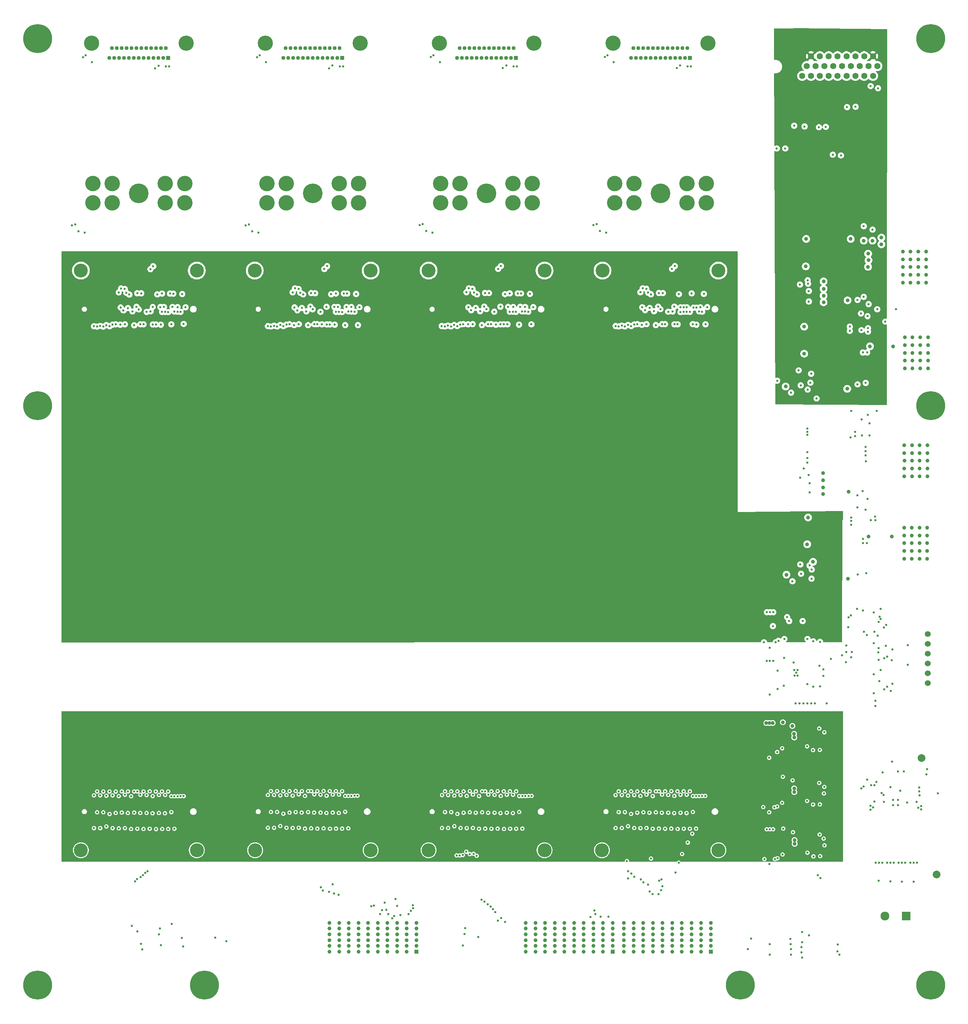
<source format=gbr>
%TF.GenerationSoftware,KiCad,Pcbnew,9.0.4-9.0.4-0~ubuntu22.04.1*%
%TF.CreationDate,2025-12-27T11:22:27-05:00*%
%TF.ProjectId,psc_carrier_brd,7073635f-6361-4727-9269-65725f627264,rev?*%
%TF.SameCoordinates,Original*%
%TF.FileFunction,Copper,L6,Inr*%
%TF.FilePolarity,Positive*%
%FSLAX46Y46*%
G04 Gerber Fmt 4.6, Leading zero omitted, Abs format (unit mm)*
G04 Created by KiCad (PCBNEW 9.0.4-9.0.4-0~ubuntu22.04.1) date 2025-12-27 11:22:27*
%MOMM*%
%LPD*%
G01*
G04 APERTURE LIST*
%TA.AperFunction,ComponentPad*%
%ADD10C,7.500000*%
%TD*%
%TA.AperFunction,ComponentPad*%
%ADD11C,1.524000*%
%TD*%
%TA.AperFunction,ComponentPad*%
%ADD12R,1.000000X1.000000*%
%TD*%
%TA.AperFunction,ComponentPad*%
%ADD13C,1.000000*%
%TD*%
%TA.AperFunction,ComponentPad*%
%ADD14C,3.600000*%
%TD*%
%TA.AperFunction,ComponentPad*%
%ADD15C,4.000000*%
%TD*%
%TA.AperFunction,ComponentPad*%
%ADD16C,5.080000*%
%TD*%
%TA.AperFunction,ComponentPad*%
%ADD17C,2.000000*%
%TD*%
%TA.AperFunction,ComponentPad*%
%ADD18R,1.016000X1.016000*%
%TD*%
%TA.AperFunction,ComponentPad*%
%ADD19C,1.016000*%
%TD*%
%TA.AperFunction,ComponentPad*%
%ADD20C,3.937000*%
%TD*%
%TA.AperFunction,ComponentPad*%
%ADD21R,2.300000X2.300000*%
%TD*%
%TA.AperFunction,ComponentPad*%
%ADD22C,2.300000*%
%TD*%
%TA.AperFunction,ComponentPad*%
%ADD23C,1.600200*%
%TD*%
%TA.AperFunction,ViaPad*%
%ADD24C,0.600000*%
%TD*%
%TA.AperFunction,ViaPad*%
%ADD25C,1.000000*%
%TD*%
G04 APERTURE END LIST*
D10*
%TO.N,GND*%
%TO.C,MT24*%
X68780000Y-180000000D03*
%TD*%
%TO.N,GND*%
%TO.C,MT23*%
X299920000Y-180000000D03*
%TD*%
D11*
%TO.N,+18V*%
%TO.C,U1*%
X299200000Y-239040000D03*
%TO.N,GND*%
X299200000Y-241580000D03*
%TO.N,-18V*%
X299200000Y-244120000D03*
%TO.N,GND*%
X299200000Y-246660000D03*
X299200000Y-249200000D03*
X299200000Y-251740000D03*
%TD*%
D12*
%TO.N,/Ch4 Daughterboard/dcct.cnv*%
%TO.C,J1*%
X217624000Y-321284000D03*
D13*
%TO.N,/Ch4 Daughterboard/dcct.sdo1*%
X215124000Y-321284000D03*
%TO.N,/Ch4 Daughterboard/dac.syncn*%
X212624000Y-321284000D03*
%TO.N,/Ch4 Daughterboard/digio.out2*%
X210124000Y-321284000D03*
%TO.N,/Ch4 Daughterboard/digio.in2*%
X207624000Y-321284000D03*
%TO.N,unconnected-(J1-PadA6)*%
X205124000Y-321284000D03*
%TO.N,/Ch3 Daughterboard/dcct.sck*%
X202624000Y-321284000D03*
%TO.N,/Ch3 Daughterboard/dac.sclk*%
X200124000Y-321284000D03*
%TO.N,/Ch3 Daughterboard/digio.out0*%
X197624000Y-321284000D03*
%TO.N,/Ch3 Daughterboard/digio.in0*%
X195124000Y-321284000D03*
%TO.N,/Ch4 Daughterboard/dcct.busy*%
X217624000Y-319784000D03*
%TO.N,unconnected-(J1-PadB2)*%
X215124000Y-319784000D03*
%TO.N,unconnected-(J1-PadB3)*%
X212624000Y-319784000D03*
%TO.N,/Ch4 Daughterboard/digio.out3*%
X210124000Y-319784000D03*
%TO.N,/Ch4 Daughterboard/digio.in3*%
X207624000Y-319784000D03*
%TO.N,unconnected-(J1-PadB6)*%
X205124000Y-319784000D03*
%TO.N,/Ch3 Daughterboard/dcct.sdo0*%
X202624000Y-319784000D03*
%TO.N,/Ch3 Daughterboard/dac.sdin*%
X200124000Y-319784000D03*
%TO.N,/Ch3 Daughterboard/digio.out1*%
X197624000Y-319784000D03*
%TO.N,/Ch3 Daughterboard/digio.in1*%
X195124000Y-319784000D03*
%TO.N,GND*%
X217624000Y-318284000D03*
X215124000Y-318284000D03*
X212624000Y-318284000D03*
X210124000Y-318284000D03*
X207624000Y-318284000D03*
X205124000Y-318284000D03*
X202624000Y-318284000D03*
X200124000Y-318284000D03*
X197624000Y-318284000D03*
X195124000Y-318284000D03*
%TO.N,/Ch4 Daughterboard/dcct.sck*%
X217624000Y-316784000D03*
%TO.N,/Ch4 Daughterboard/dac.sclk*%
X215124000Y-316784000D03*
%TO.N,/Ch4 Daughterboard/digio.out0*%
X212624000Y-316784000D03*
%TO.N,/Ch4 Daughterboard/digio.in0*%
X210124000Y-316784000D03*
%TO.N,unconnected-(J1-PadC5)*%
X207624000Y-316784000D03*
%TO.N,/Ch3 Daughterboard/dcct.cnv*%
X205124000Y-316784000D03*
%TO.N,/Ch3 Daughterboard/dcct.sdo1*%
X202624000Y-316784000D03*
%TO.N,/Ch3 Daughterboard/dac.syncn*%
X200124000Y-316784000D03*
%TO.N,/Ch3 Daughterboard/digio.out2*%
X197624000Y-316784000D03*
%TO.N,/Ch3 Daughterboard/digio.in2*%
X195124000Y-316784000D03*
%TO.N,/Ch4 Daughterboard/dcct.sdo0*%
X217624000Y-315284000D03*
%TO.N,/Ch4 Daughterboard/dac.sdin*%
X215124000Y-315284000D03*
%TO.N,/Ch4 Daughterboard/digio.out1*%
X212624000Y-315284000D03*
%TO.N,/Ch4 Daughterboard/digio.in1*%
X210124000Y-315284000D03*
%TO.N,unconnected-(J1-PadD5)*%
X207624000Y-315284000D03*
%TO.N,/Ch3 Daughterboard/dcct.busy*%
X205124000Y-315284000D03*
%TO.N,unconnected-(J1-PadD7)*%
X202624000Y-315284000D03*
%TO.N,unconnected-(J1-PadD8)*%
X200124000Y-315284000D03*
%TO.N,/Ch3 Daughterboard/digio.out3*%
X197624000Y-315284000D03*
%TO.N,/Ch3 Daughterboard/digio.in3*%
X195124000Y-315284000D03*
%TO.N,GND*%
X217624000Y-313784000D03*
X215124000Y-313784000D03*
X212624000Y-313784000D03*
X210124000Y-313784000D03*
X207624000Y-313784000D03*
X205124000Y-313784000D03*
X202624000Y-313784000D03*
X200124000Y-313784000D03*
X197624000Y-313784000D03*
X195124000Y-313784000D03*
%TD*%
D14*
%TO.N,GND*%
%TO.C,MT11*%
X125000000Y-145000000D03*
%TD*%
D15*
%TO.N,/Ch3 Burden Resistor/Iin0.dcct+*%
%TO.C,U17*%
X173142000Y-122500000D03*
%TO.N,/Ch3 Burden Resistor/Vout0.dcct+*%
X178142000Y-122500000D03*
%TO.N,/Ch3 Burden Resistor/Vout0.dcct-*%
X191858000Y-122500000D03*
%TO.N,/Ch3 Burden Resistor/Iin0.dcct-*%
X196858000Y-122500000D03*
%TO.N,/Ch3 Burden Resistor/Iin1.dcct+*%
X173142000Y-127500000D03*
%TO.N,/Ch3 Burden Resistor/Vout1.dcct+*%
X178142000Y-127500000D03*
%TO.N,/Ch3 Burden Resistor/Vout1.dcct-*%
X191858000Y-127500000D03*
%TO.N,/Ch3 Burden Resistor/Iin1.dcct-*%
X196858000Y-127500000D03*
D16*
%TO.N,N/C*%
X185000000Y-125000000D03*
%TD*%
D10*
%TO.N,GND*%
%TO.C,MT2*%
X111960000Y-329920000D03*
%TD*%
D14*
%TO.N,GND*%
%TO.C,MT21*%
X214866500Y-295000000D03*
%TD*%
D15*
%TO.N,/Ch2 Burden Resistor/Iin0.dcct+*%
%TO.C,U16*%
X128142000Y-122500000D03*
%TO.N,/Ch2 Burden Resistor/Vout0.dcct+*%
X133142000Y-122500000D03*
%TO.N,/Ch2 Burden Resistor/Vout0.dcct-*%
X146858000Y-122500000D03*
%TO.N,/Ch2 Burden Resistor/Iin0.dcct-*%
X151858000Y-122500000D03*
%TO.N,/Ch2 Burden Resistor/Iin1.dcct+*%
X128142000Y-127500000D03*
%TO.N,/Ch2 Burden Resistor/Vout1.dcct+*%
X133142000Y-127500000D03*
%TO.N,/Ch2 Burden Resistor/Vout1.dcct-*%
X146858000Y-127500000D03*
%TO.N,/Ch2 Burden Resistor/Iin1.dcct-*%
X151858000Y-127500000D03*
D16*
%TO.N,N/C*%
X140000000Y-125000000D03*
%TD*%
D14*
%TO.N,GND*%
%TO.C,MT22*%
X245000000Y-295000000D03*
%TD*%
%TO.N,GND*%
%TO.C,MT14*%
X155000000Y-295000000D03*
%TD*%
%TO.N,GND*%
%TO.C,MT9*%
X80000000Y-295000000D03*
%TD*%
D15*
%TO.N,/Ch1 Burden Resistor/Iin0.dcct+*%
%TO.C,U15*%
X83142000Y-122500000D03*
%TO.N,/Ch1 Burden Resistor/Vout0.dcct+*%
X88142000Y-122500000D03*
%TO.N,/Ch1 Burden Resistor/Vout0.dcct-*%
X101858000Y-122500000D03*
%TO.N,/Ch1 Burden Resistor/Iin0.dcct-*%
X106858000Y-122500000D03*
%TO.N,/Ch1 Burden Resistor/Iin1.dcct+*%
X83142000Y-127500000D03*
%TO.N,/Ch1 Burden Resistor/Vout1.dcct+*%
X88142000Y-127500000D03*
%TO.N,/Ch1 Burden Resistor/Vout1.dcct-*%
X101858000Y-127500000D03*
%TO.N,/Ch1 Burden Resistor/Iin1.dcct-*%
X106858000Y-127500000D03*
D16*
%TO.N,N/C*%
X95000000Y-125000000D03*
%TD*%
D14*
%TO.N,GND*%
%TO.C,MT17*%
X170000000Y-295000000D03*
%TD*%
D10*
%TO.N,GND*%
%TO.C,MT4*%
X299920000Y-85000000D03*
%TD*%
D14*
%TO.N,GND*%
%TO.C,MT18*%
X200000000Y-295000000D03*
%TD*%
D17*
%TO.N,+5.0V*%
%TO.C,TP2*%
X301500000Y-301300000D03*
%TD*%
D10*
%TO.N,GND*%
%TO.C,MT5*%
X299920000Y-329920000D03*
%TD*%
D14*
%TO.N,GND*%
%TO.C,MT16*%
X200000000Y-145000000D03*
%TD*%
D10*
%TO.N,GND*%
%TO.C,MT6*%
X68780000Y-85000000D03*
%TD*%
D18*
%TO.N,/Ch2 Daughterboard/reg.out+*%
%TO.C,J11*%
X147620000Y-90000000D03*
D19*
%TO.N,unconnected-(J11-Pad2)*%
X146350000Y-90000000D03*
%TO.N,/Ch2 Daughterboard/ps.vout+*%
X145080000Y-90000000D03*
%TO.N,/Ch2 Daughterboard/ps.ignd+*%
X143810000Y-90000000D03*
%TO.N,/Ch2 Daughterboard/ps.spare+*%
X142540000Y-90000000D03*
%TO.N,unconnected-(J11-Pad6)*%
X141270000Y-90000000D03*
%TO.N,/Ch2 Daughterboard/digout.on1*%
X140000000Y-90000000D03*
%TO.N,/Ch2 Daughterboard/digout.on2*%
X138730000Y-90000000D03*
%TO.N,/Ch2 Daughterboard/digout.reset*%
X137460000Y-90000000D03*
%TO.N,/Ch2 Daughterboard/digout.spare*%
X136190000Y-90000000D03*
%TO.N,/Ch2 Daughterboard/digout.rtn*%
X134920000Y-90000000D03*
X133650000Y-90000000D03*
%TO.N,unconnected-(J11-Pad13)*%
X132380000Y-90000000D03*
%TO.N,/Ch2 Daughterboard/reg.out-*%
X146985000Y-87460000D03*
%TO.N,unconnected-(J11-Pad15)*%
X145715000Y-87460000D03*
%TO.N,/Ch2 Daughterboard/ps.vout-*%
X144445000Y-87460000D03*
%TO.N,/Ch2 Daughterboard/ps.ignd-*%
X143175000Y-87460000D03*
%TO.N,/Ch2 Daughterboard/ps.spare-*%
X141905000Y-87460000D03*
%TO.N,unconnected-(J11-Pad19)*%
X140635000Y-87460000D03*
%TO.N,/Ch2 Daughterboard/digin.acon*%
X139365000Y-87460000D03*
%TO.N,/Ch2 Daughterboard/digin.flt1*%
X138095000Y-87460000D03*
%TO.N,/Ch2 Daughterboard/digin.flt2*%
X136825000Y-87460000D03*
%TO.N,/Ch2 Daughterboard/digin.spare*%
X135555000Y-87460000D03*
%TO.N,/Ch2 Daughterboard/digin.rtn*%
X134285000Y-87460000D03*
X133015000Y-87460000D03*
D20*
%TO.N,N/C*%
X127744500Y-86190000D03*
X152255500Y-86190000D03*
%TD*%
D18*
%TO.N,/Ch4 Daughterboard/reg.out+*%
%TO.C,J17*%
X237620000Y-90000000D03*
D19*
%TO.N,unconnected-(J17-Pad2)*%
X236350000Y-90000000D03*
%TO.N,/Ch4 Daughterboard/ps.vout+*%
X235080000Y-90000000D03*
%TO.N,/Ch4 Daughterboard/ps.ignd+*%
X233810000Y-90000000D03*
%TO.N,/Ch4 Daughterboard/ps.spare+*%
X232540000Y-90000000D03*
%TO.N,unconnected-(J17-Pad6)*%
X231270000Y-90000000D03*
%TO.N,/Ch4 Daughterboard/digout.on1*%
X230000000Y-90000000D03*
%TO.N,/Ch4 Daughterboard/digout.on2*%
X228730000Y-90000000D03*
%TO.N,/Ch4 Daughterboard/digout.reset*%
X227460000Y-90000000D03*
%TO.N,/Ch4 Daughterboard/digout.spare*%
X226190000Y-90000000D03*
%TO.N,/Ch4 Daughterboard/digout.rtn*%
X224920000Y-90000000D03*
X223650000Y-90000000D03*
%TO.N,unconnected-(J17-Pad13)*%
X222380000Y-90000000D03*
%TO.N,/Ch4 Daughterboard/reg.out-*%
X236985000Y-87460000D03*
%TO.N,unconnected-(J17-Pad15)*%
X235715000Y-87460000D03*
%TO.N,/Ch4 Daughterboard/ps.vout-*%
X234445000Y-87460000D03*
%TO.N,/Ch4 Daughterboard/ps.ignd-*%
X233175000Y-87460000D03*
%TO.N,/Ch4 Daughterboard/ps.spare-*%
X231905000Y-87460000D03*
%TO.N,unconnected-(J17-Pad19)*%
X230635000Y-87460000D03*
%TO.N,/Ch4 Daughterboard/digin.acon*%
X229365000Y-87460000D03*
%TO.N,/Ch4 Daughterboard/digin.flt1*%
X228095000Y-87460000D03*
%TO.N,/Ch4 Daughterboard/digin.flt2*%
X226825000Y-87460000D03*
%TO.N,/Ch4 Daughterboard/digin.spare*%
X225555000Y-87460000D03*
%TO.N,/Ch4 Daughterboard/digin.rtn*%
X224285000Y-87460000D03*
X223015000Y-87460000D03*
D20*
%TO.N,N/C*%
X217744500Y-86190000D03*
X242255500Y-86190000D03*
%TD*%
D14*
%TO.N,GND*%
%TO.C,MT20*%
X245000000Y-145000000D03*
%TD*%
D12*
%TO.N,/Ch2 Daughterboard/dcct.cnv*%
%TO.C,J2*%
X166824000Y-321284000D03*
D13*
%TO.N,/Ch2 Daughterboard/dcct.sdo1*%
X164324000Y-321284000D03*
%TO.N,/Ch2 Daughterboard/dac.syncn*%
X161824000Y-321284000D03*
%TO.N,/Ch2 Daughterboard/digio.out2*%
X159324000Y-321284000D03*
%TO.N,/Ch2 Daughterboard/digio.in2*%
X156824000Y-321284000D03*
%TO.N,unconnected-(J2-PadA6)*%
X154324000Y-321284000D03*
%TO.N,/Ch1 Daughterboard/dcct.sck*%
X151824000Y-321284000D03*
%TO.N,/Ch1 Daughterboard/dac.sclk*%
X149324000Y-321284000D03*
%TO.N,/Ch1 Daughterboard/digio.out0*%
X146824000Y-321284000D03*
%TO.N,/Ch1 Daughterboard/digio.in0*%
X144324000Y-321284000D03*
%TO.N,/Ch2 Daughterboard/dcct.busy*%
X166824000Y-319784000D03*
%TO.N,unconnected-(J2-PadB2)*%
X164324000Y-319784000D03*
%TO.N,unconnected-(J2-PadB3)*%
X161824000Y-319784000D03*
%TO.N,/Ch2 Daughterboard/digio.out3*%
X159324000Y-319784000D03*
%TO.N,/Ch2 Daughterboard/digio.in3*%
X156824000Y-319784000D03*
%TO.N,unconnected-(J2-PadB6)*%
X154324000Y-319784000D03*
%TO.N,/Ch1 Daughterboard/dcct.sdo0*%
X151824000Y-319784000D03*
%TO.N,/Ch1 Daughterboard/dac.sdin*%
X149324000Y-319784000D03*
%TO.N,/Ch1 Daughterboard/digio.out1*%
X146824000Y-319784000D03*
%TO.N,/Ch1 Daughterboard/digio.in1*%
X144324000Y-319784000D03*
%TO.N,GND*%
X166824000Y-318284000D03*
X164324000Y-318284000D03*
X161824000Y-318284000D03*
X159324000Y-318284000D03*
X156824000Y-318284000D03*
X154324000Y-318284000D03*
X151824000Y-318284000D03*
X149324000Y-318284000D03*
X146824000Y-318284000D03*
X144324000Y-318284000D03*
%TO.N,/Ch2 Daughterboard/dcct.sck*%
X166824000Y-316784000D03*
%TO.N,/Ch2 Daughterboard/dac.sclk*%
X164324000Y-316784000D03*
%TO.N,/Ch2 Daughterboard/digio.out0*%
X161824000Y-316784000D03*
%TO.N,/Ch2 Daughterboard/digio.in0*%
X159324000Y-316784000D03*
%TO.N,unconnected-(J2-PadC5)*%
X156824000Y-316784000D03*
%TO.N,/Ch1 Daughterboard/dcct.cnv*%
X154324000Y-316784000D03*
%TO.N,/Ch1 Daughterboard/dcct.sdo1*%
X151824000Y-316784000D03*
%TO.N,/Ch1 Daughterboard/dac.syncn*%
X149324000Y-316784000D03*
%TO.N,/Ch1 Daughterboard/digio.out2*%
X146824000Y-316784000D03*
%TO.N,/Ch1 Daughterboard/digio.in2*%
X144324000Y-316784000D03*
%TO.N,/Ch2 Daughterboard/dcct.sdo0*%
X166824000Y-315284000D03*
%TO.N,/Ch2 Daughterboard/dac.sdin*%
X164324000Y-315284000D03*
%TO.N,/Ch2 Daughterboard/digio.out1*%
X161824000Y-315284000D03*
%TO.N,/Ch2 Daughterboard/digio.in1*%
X159324000Y-315284000D03*
%TO.N,unconnected-(J2-PadD5)*%
X156824000Y-315284000D03*
%TO.N,/Ch1 Daughterboard/dcct.busy*%
X154324000Y-315284000D03*
%TO.N,unconnected-(J2-PadD7)*%
X151824000Y-315284000D03*
%TO.N,unconnected-(J2-PadD8)*%
X149324000Y-315284000D03*
%TO.N,/Ch1 Daughterboard/digio.out3*%
X146824000Y-315284000D03*
%TO.N,/Ch1 Daughterboard/digio.in3*%
X144324000Y-315284000D03*
%TO.N,GND*%
X166824000Y-313784000D03*
X164324000Y-313784000D03*
X161824000Y-313784000D03*
X159324000Y-313784000D03*
X156824000Y-313784000D03*
X154324000Y-313784000D03*
X151824000Y-313784000D03*
X149324000Y-313784000D03*
X146824000Y-313784000D03*
X144324000Y-313784000D03*
%TD*%
D14*
%TO.N,GND*%
%TO.C,MT8*%
X110000000Y-145000000D03*
%TD*%
%TO.N,GND*%
%TO.C,MT19*%
X215000000Y-145000000D03*
%TD*%
D10*
%TO.N,GND*%
%TO.C,MT3*%
X250644000Y-329920000D03*
%TD*%
D21*
%TO.N,+5.0V*%
%TO.C,J4*%
X293570000Y-312000000D03*
D22*
%TO.N,GND*%
X288070000Y-312000000D03*
%TD*%
D15*
%TO.N,/Ch4 Burden Resistor/Iin0.dcct+*%
%TO.C,U18*%
X218142000Y-122500000D03*
%TO.N,/Ch4 Burden Resistor/Vout0.dcct+*%
X223142000Y-122500000D03*
%TO.N,/Ch4 Burden Resistor/Vout0.dcct-*%
X236858000Y-122500000D03*
%TO.N,/Ch4 Burden Resistor/Iin0.dcct-*%
X241858000Y-122500000D03*
%TO.N,/Ch4 Burden Resistor/Iin1.dcct+*%
X218142000Y-127500000D03*
%TO.N,/Ch4 Burden Resistor/Vout1.dcct+*%
X223142000Y-127500000D03*
%TO.N,/Ch4 Burden Resistor/Vout1.dcct-*%
X236858000Y-127500000D03*
%TO.N,/Ch4 Burden Resistor/Iin1.dcct-*%
X241858000Y-127500000D03*
D16*
%TO.N,N/C*%
X230000000Y-125000000D03*
%TD*%
D14*
%TO.N,GND*%
%TO.C,MT15*%
X170000000Y-145000000D03*
%TD*%
D12*
%TO.N,/DCCT Fault Logic/dcct_flt_buf.12*%
%TO.C,J3*%
X243024000Y-321284000D03*
D13*
%TO.N,unconnected-(J3-PadA2)*%
X240524000Y-321284000D03*
%TO.N,/Ch4 Daughterboard/mon.busy*%
X238024000Y-321284000D03*
%TO.N,unconnected-(J3-PadA4)*%
X235524000Y-321284000D03*
%TO.N,/Ch3 Daughterboard/mon.busy*%
X233024000Y-321284000D03*
%TO.N,unconnected-(J3-PadA6)*%
X230524000Y-321284000D03*
%TO.N,/Ch2 Daughterboard/mon.busy*%
X228024000Y-321284000D03*
%TO.N,unconnected-(J3-PadA8)*%
X225524000Y-321284000D03*
%TO.N,/Ch1 Daughterboard/mon.busy*%
X223024000Y-321284000D03*
%TO.N,unconnected-(J3-PadA10)*%
X220524000Y-321284000D03*
%TO.N,/DCCT Fault Logic/dcct_flt_buf.34*%
X243024000Y-319784000D03*
%TO.N,unconnected-(J3-PadB2)*%
X240524000Y-319784000D03*
%TO.N,/Ch4 Daughterboard/mon.fs*%
X238024000Y-319784000D03*
%TO.N,unconnected-(J3-PadB4)*%
X235524000Y-319784000D03*
%TO.N,/Ch3 Daughterboard/mon.fs*%
X233024000Y-319784000D03*
%TO.N,unconnected-(J3-PadB6)*%
X230524000Y-319784000D03*
%TO.N,/Ch2 Daughterboard/mon.fs*%
X228024000Y-319784000D03*
%TO.N,unconnected-(J3-PadB8)*%
X225524000Y-319784000D03*
%TO.N,/Ch1 Daughterboard/mon.fs*%
X223024000Y-319784000D03*
%TO.N,unconnected-(J3-PadB10)*%
X220524000Y-319784000D03*
%TO.N,GND*%
X243024000Y-318284000D03*
X240524000Y-318284000D03*
X238024000Y-318284000D03*
X235524000Y-318284000D03*
X233024000Y-318284000D03*
X230524000Y-318284000D03*
X228024000Y-318284000D03*
X225524000Y-318284000D03*
X223024000Y-318284000D03*
X220524000Y-318284000D03*
%TO.N,/DCCT Fault Logic/dcct_flt_buf.56*%
X243024000Y-316784000D03*
%TO.N,/Ch4 Daughterboard/mon.reset*%
X240524000Y-316784000D03*
%TO.N,/Ch4 Daughterboard/mon.sdo*%
X238024000Y-316784000D03*
%TO.N,/Ch3 Daughterboard/mon.reset*%
X235524000Y-316784000D03*
%TO.N,/Ch3 Daughterboard/mon.sdo*%
X233024000Y-316784000D03*
%TO.N,/Ch2 Daughterboard/mon.reset*%
X230524000Y-316784000D03*
%TO.N,/Ch2 Daughterboard/mon.sdo*%
X228024000Y-316784000D03*
%TO.N,/Ch1 Daughterboard/mon.reset*%
X225524000Y-316784000D03*
%TO.N,/Ch1 Daughterboard/mon.sdo*%
X223024000Y-316784000D03*
%TO.N,/regulators/i2c_sda*%
X220524000Y-316784000D03*
%TO.N,/DCCT Fault Logic/dcct_flt_buf.78*%
X243024000Y-315284000D03*
%TO.N,/Ch4 Daughterboard/mon.cnvrt*%
X240524000Y-315284000D03*
%TO.N,/Ch4 Daughterboard/mon.sclk*%
X238024000Y-315284000D03*
%TO.N,/Ch3 Daughterboard/mon.cnvrt*%
X235524000Y-315284000D03*
%TO.N,/Ch3 Daughterboard/mon.sclk*%
X233024000Y-315284000D03*
%TO.N,/Ch2 Daughterboard/mon.cnvrt*%
X230524000Y-315284000D03*
%TO.N,/Ch2 Daughterboard/mon.sclk*%
X228024000Y-315284000D03*
%TO.N,/Ch1 Daughterboard/mon.cnvrt*%
X225524000Y-315284000D03*
%TO.N,/Ch1 Daughterboard/mon.sclk*%
X223024000Y-315284000D03*
%TO.N,/regulators/i2c_scl*%
X220524000Y-315284000D03*
%TO.N,GND*%
X243024000Y-313784000D03*
X240524000Y-313784000D03*
X238024000Y-313784000D03*
X235524000Y-313784000D03*
X233024000Y-313784000D03*
X230524000Y-313784000D03*
X228024000Y-313784000D03*
X225524000Y-313784000D03*
X223024000Y-313784000D03*
X220524000Y-313784000D03*
%TD*%
D14*
%TO.N,GND*%
%TO.C,MT13*%
X125100000Y-295000000D03*
%TD*%
D17*
%TO.N,Net-(Q1-G)*%
%TO.C,TP1*%
X297600000Y-271150000D03*
%TD*%
D14*
%TO.N,GND*%
%TO.C,MT10*%
X110000000Y-295000000D03*
%TD*%
%TO.N,GND*%
%TO.C,MT7*%
X80000000Y-145000000D03*
%TD*%
D18*
%TO.N,/Ch3 Daughterboard/reg.out+*%
%TO.C,J14*%
X192620000Y-90000000D03*
D19*
%TO.N,unconnected-(J14-Pad2)*%
X191350000Y-90000000D03*
%TO.N,/Ch3 Daughterboard/ps.vout+*%
X190080000Y-90000000D03*
%TO.N,/Ch3 Daughterboard/ps.ignd+*%
X188810000Y-90000000D03*
%TO.N,/Ch3 Daughterboard/ps.spare+*%
X187540000Y-90000000D03*
%TO.N,unconnected-(J14-Pad6)*%
X186270000Y-90000000D03*
%TO.N,/Ch3 Daughterboard/digout.on1*%
X185000000Y-90000000D03*
%TO.N,/Ch3 Daughterboard/digout.on2*%
X183730000Y-90000000D03*
%TO.N,/Ch3 Daughterboard/digout.reset*%
X182460000Y-90000000D03*
%TO.N,/Ch3 Daughterboard/digout.spare*%
X181190000Y-90000000D03*
%TO.N,/Ch3 Daughterboard/digout.rtn*%
X179920000Y-90000000D03*
X178650000Y-90000000D03*
%TO.N,unconnected-(J14-Pad13)*%
X177380000Y-90000000D03*
%TO.N,/Ch3 Daughterboard/reg.out-*%
X191985000Y-87460000D03*
%TO.N,unconnected-(J14-Pad15)*%
X190715000Y-87460000D03*
%TO.N,/Ch3 Daughterboard/ps.vout-*%
X189445000Y-87460000D03*
%TO.N,/Ch3 Daughterboard/ps.ignd-*%
X188175000Y-87460000D03*
%TO.N,/Ch3 Daughterboard/ps.spare-*%
X186905000Y-87460000D03*
%TO.N,unconnected-(J14-Pad19)*%
X185635000Y-87460000D03*
%TO.N,/Ch3 Daughterboard/digin.acon*%
X184365000Y-87460000D03*
%TO.N,/Ch3 Daughterboard/digin.flt1*%
X183095000Y-87460000D03*
%TO.N,/Ch3 Daughterboard/digin.flt2*%
X181825000Y-87460000D03*
%TO.N,/Ch3 Daughterboard/digin.spare*%
X180555000Y-87460000D03*
%TO.N,/Ch3 Daughterboard/digin.rtn*%
X179285000Y-87460000D03*
X178015000Y-87460000D03*
D20*
%TO.N,N/C*%
X172744500Y-86190000D03*
X197255500Y-86190000D03*
%TD*%
D14*
%TO.N,GND*%
%TO.C,MT12*%
X155000000Y-145000000D03*
%TD*%
D18*
%TO.N,/Ch1 Daughterboard/reg.out+*%
%TO.C,J8*%
X102620000Y-90000000D03*
D19*
%TO.N,unconnected-(J8-Pad2)*%
X101350000Y-90000000D03*
%TO.N,/Ch1 Daughterboard/ps.vout+*%
X100080000Y-90000000D03*
%TO.N,/Ch1 Daughterboard/ps.ignd+*%
X98810000Y-90000000D03*
%TO.N,/Ch1 Daughterboard/ps.spare+*%
X97540000Y-90000000D03*
%TO.N,unconnected-(J8-Pad6)*%
X96270000Y-90000000D03*
%TO.N,/Ch1 Daughterboard/digout.on1*%
X95000000Y-90000000D03*
%TO.N,/Ch1 Daughterboard/digout.on2*%
X93730000Y-90000000D03*
%TO.N,/Ch1 Daughterboard/digout.reset*%
X92460000Y-90000000D03*
%TO.N,/Ch1 Daughterboard/digout.spare*%
X91190000Y-90000000D03*
%TO.N,/Ch1 Daughterboard/digout.rtn*%
X89920000Y-90000000D03*
X88650000Y-90000000D03*
%TO.N,unconnected-(J8-Pad13)*%
X87380000Y-90000000D03*
%TO.N,/Ch1 Daughterboard/reg.out-*%
X101985000Y-87460000D03*
%TO.N,unconnected-(J8-Pad15)*%
X100715000Y-87460000D03*
%TO.N,/Ch1 Daughterboard/ps.vout-*%
X99445000Y-87460000D03*
%TO.N,/Ch1 Daughterboard/ps.ignd-*%
X98175000Y-87460000D03*
%TO.N,/Ch1 Daughterboard/ps.spare-*%
X96905000Y-87460000D03*
%TO.N,unconnected-(J8-Pad19)*%
X95635000Y-87460000D03*
%TO.N,/Ch1 Daughterboard/digin.acon*%
X94365000Y-87460000D03*
%TO.N,/Ch1 Daughterboard/digin.flt1*%
X93095000Y-87460000D03*
%TO.N,/Ch1 Daughterboard/digin.flt2*%
X91825000Y-87460000D03*
%TO.N,/Ch1 Daughterboard/digin.spare*%
X90555000Y-87460000D03*
%TO.N,/Ch1 Daughterboard/digin.rtn*%
X89285000Y-87460000D03*
X88015000Y-87460000D03*
D20*
%TO.N,N/C*%
X82744500Y-86190000D03*
X107255500Y-86190000D03*
%TD*%
D10*
%TO.N,GND*%
%TO.C,MT1*%
X68780000Y-329920000D03*
%TD*%
D23*
%TO.N,+15V_DCCT*%
%TO.C,J7*%
X285000000Y-94600000D03*
%TO.N,/Ch1 Burden Resistor/Iin0.dcct+*%
X282714000Y-94600000D03*
%TO.N,/Ch1 Burden Resistor/Iin1.dcct+*%
X280428000Y-94600000D03*
%TO.N,/Ch2 Burden Resistor/Iin0.dcct+*%
X278142000Y-94600000D03*
%TO.N,/DCCT Fault Logic/dcct_flt.12*%
X275830600Y-94600000D03*
%TO.N,/Ch4 Burden Resistor/Iin0.dcct+*%
X273544600Y-94600000D03*
%TO.N,/Ch3 Burden Resistor/Iin1.dcct+*%
X271258600Y-94600000D03*
%TO.N,/Ch3 Burden Resistor/Iin0.dcct+*%
X268972600Y-94600000D03*
%TO.N,+15V_DCCT*%
X266686600Y-94600000D03*
%TO.N,GND*%
X286143000Y-92060000D03*
%TO.N,/Ch1 Burden Resistor/Iin0.dcct-*%
X283857000Y-92060000D03*
%TO.N,/Ch1 Burden Resistor/Iin1.dcct-*%
X281571000Y-92060000D03*
%TO.N,/Ch2 Burden Resistor/Iin0.dcct-*%
X279259600Y-92060000D03*
%TO.N,/DCCT Fault Logic/dcct_flt.34*%
X276973600Y-92060000D03*
%TO.N,/Ch4 Burden Resistor/Iin0.dcct-*%
X274687600Y-92060000D03*
%TO.N,/Ch3 Burden Resistor/Iin1.dcct-*%
X272401600Y-92060000D03*
%TO.N,/Ch3 Burden Resistor/Iin0.dcct-*%
X270115600Y-92060000D03*
%TO.N,GND*%
X267829600Y-92060000D03*
%TO.N,-15V_DCCT*%
X285000000Y-89520000D03*
%TO.N,/Ch2 Burden Resistor/Iin1.dcct+*%
X282714000Y-89520000D03*
%TO.N,/Ch2 Burden Resistor/Iin1.dcct-*%
X280428000Y-89520000D03*
%TO.N,/DCCT Fault Logic/dcct_flt.56*%
X278142000Y-89520000D03*
%TO.N,/DCCT Fault Logic/dcct_flt.78*%
X275830600Y-89520000D03*
%TO.N,/Ch4 Burden Resistor/Iin1.dcct+*%
X273544600Y-89520000D03*
%TO.N,/Ch4 Burden Resistor/Iin1.dcct-*%
X271258600Y-89520000D03*
%TO.N,-15V_DCCT*%
X268972600Y-89520000D03*
%TD*%
D24*
%TO.N,GND*%
X268000000Y-193550000D03*
X268000000Y-194716000D03*
X268000000Y-192000000D03*
%TO.N,+5.0V*%
X273000000Y-257000000D03*
X270000000Y-257000000D03*
X269000000Y-257000000D03*
X268000000Y-257000000D03*
X267000000Y-257000000D03*
X266000000Y-257000000D03*
X265000000Y-257000000D03*
X272450000Y-293750000D03*
X272250000Y-291990000D03*
X271200000Y-290950000D03*
%TO.N,GND*%
X283200000Y-194350000D03*
X286950000Y-248400000D03*
X278000000Y-246300000D03*
X286399809Y-243769431D03*
X286500950Y-242729431D03*
X281025000Y-223625000D03*
X283225000Y-223325000D03*
X280950000Y-206300000D03*
X283100000Y-206900000D03*
X281000000Y-174450000D03*
X283125000Y-174075000D03*
X264750000Y-249800000D03*
X265500000Y-249800000D03*
X265450000Y-248350000D03*
X264650000Y-248350000D03*
X265100000Y-249045000D03*
X263750000Y-322000000D03*
X263750000Y-320600000D03*
X263700000Y-319350000D03*
X263650000Y-318000000D03*
X241650000Y-158900000D03*
X238350000Y-158850000D03*
X235200000Y-155750000D03*
X225200000Y-159050000D03*
X233150000Y-155600000D03*
X98050000Y-155550000D03*
%TO.N,+15V*%
X274150000Y-245500000D03*
%TO.N,*%
X284450000Y-209600000D03*
X285600000Y-209600000D03*
X285550000Y-208700000D03*
%TO.N,Net-(Q1-G)*%
X282000000Y-279050000D03*
%TO.N,Net-(U11-SYNC{slash}MODE)*%
X282600000Y-278550000D03*
X292050000Y-279600000D03*
%TO.N,GND*%
X283500000Y-276750000D03*
X284550000Y-278200000D03*
X285350000Y-278200000D03*
%TO.N,+5.0V*%
X285850000Y-277300000D03*
%TO.N,Net-(Q1-G)*%
X299050000Y-274050000D03*
X289500000Y-278700000D03*
%TO.N,+18V*%
X301800000Y-280300000D03*
%TO.N,GND*%
X298850000Y-275350000D03*
X289950000Y-272050000D03*
X287475000Y-274875000D03*
X291500000Y-274650000D03*
X293000000Y-274600000D03*
X296950000Y-279800000D03*
X296950000Y-278800000D03*
X296275000Y-282475000D03*
X293850000Y-282700000D03*
%TO.N,+18V*%
X297050000Y-280800000D03*
%TO.N,GND*%
X285400000Y-282450000D03*
X287850000Y-282500000D03*
%TO.N,+5.0V*%
X287750000Y-280750000D03*
X287200000Y-280200000D03*
%TO.N,+18V*%
X284400000Y-283550000D03*
X284400000Y-284550000D03*
X285050000Y-283950000D03*
X297450000Y-284400000D03*
X297450000Y-283600000D03*
X296750000Y-284050000D03*
%TO.N,GND*%
X258140000Y-271085000D03*
X260190000Y-269585000D03*
X261490000Y-268635000D03*
X267940000Y-268135000D03*
X269490000Y-269085000D03*
X271240000Y-269035000D03*
X290175000Y-283300000D03*
X138000000Y-280950000D03*
X194190000Y-155545000D03*
X150800000Y-280900000D03*
X146750000Y-285350000D03*
X239200000Y-281000000D03*
X143550000Y-285350000D03*
X148400000Y-285050000D03*
X225300000Y-154495000D03*
X149200000Y-289350000D03*
X194250000Y-281000000D03*
X230620000Y-150825000D03*
X224800000Y-280950000D03*
X282600000Y-133500000D03*
X90600000Y-285250000D03*
X258150000Y-285190000D03*
X194250000Y-289400000D03*
X188600000Y-285400000D03*
X233550000Y-285400000D03*
X142400000Y-158900000D03*
X136780000Y-150735000D03*
D25*
X264690000Y-292390000D03*
D24*
X101750000Y-285450000D03*
X187850000Y-289400000D03*
X289500000Y-303100000D03*
X258240000Y-298590000D03*
X103400000Y-281050000D03*
X271250000Y-283140000D03*
X141200000Y-289400000D03*
X224800000Y-150595000D03*
X268050000Y-240325000D03*
D25*
X267600000Y-143900000D03*
D24*
X145700000Y-159000000D03*
X275800000Y-321200000D03*
X260550000Y-240825000D03*
D25*
X294725000Y-148100000D03*
D24*
X266200000Y-198600000D03*
X260200000Y-283690000D03*
D25*
X298725000Y-142100000D03*
D24*
X193065000Y-150895000D03*
X228000000Y-281000000D03*
X240800000Y-280950000D03*
X261590000Y-296100000D03*
X140620000Y-150855000D03*
X129200000Y-285100000D03*
D25*
X292725000Y-148100000D03*
D24*
X98600000Y-154400000D03*
D25*
X299100000Y-190225000D03*
D24*
X260300000Y-253250000D03*
X183850000Y-285200000D03*
D25*
X296725000Y-140100000D03*
D24*
X90300000Y-154550000D03*
D25*
X298725000Y-140100000D03*
D24*
X282600000Y-151800000D03*
X236808205Y-154508205D03*
X134000000Y-285250000D03*
X283600000Y-156800000D03*
X283875000Y-153675000D03*
X242100000Y-154445000D03*
X194990000Y-154395000D03*
X259600000Y-297300000D03*
X256600000Y-283840000D03*
X104200000Y-281050000D03*
X146000000Y-155675000D03*
X290175000Y-281975000D03*
X137540000Y-151165000D03*
X240300000Y-154500000D03*
X89800000Y-289350000D03*
X258300000Y-242650000D03*
X268050000Y-252000000D03*
D25*
X294725000Y-146100000D03*
D24*
X147600000Y-289400000D03*
X134800000Y-280900000D03*
X197090000Y-154445000D03*
X184960000Y-154985000D03*
X269590000Y-296590000D03*
X152100000Y-154475000D03*
X263300000Y-235700000D03*
X269550000Y-252700000D03*
X192650000Y-289450000D03*
X101000000Y-155700000D03*
X96200000Y-289500000D03*
D25*
X267975000Y-215825000D03*
D24*
X180650000Y-285200000D03*
X146500000Y-154400000D03*
X266700000Y-316200000D03*
X271340000Y-296540000D03*
D25*
X264600000Y-278990000D03*
X269475000Y-220350000D03*
D24*
X264200000Y-276940000D03*
X261780000Y-289400000D03*
D25*
X293100000Y-192225000D03*
D24*
X261900000Y-252400000D03*
X282300000Y-202100000D03*
D25*
X283825000Y-213800000D03*
X295100000Y-192225000D03*
X292775000Y-144100000D03*
D24*
X95350000Y-285350000D03*
X284900000Y-134400000D03*
X91780000Y-150760000D03*
X178250000Y-289250000D03*
X137200000Y-154675000D03*
X151225000Y-151050000D03*
D25*
X264590000Y-264885000D03*
D24*
X266700000Y-322800000D03*
X195050000Y-281000000D03*
X89800000Y-150650000D03*
X232800000Y-289400000D03*
X138800000Y-285150000D03*
X173450000Y-289250000D03*
X188590000Y-154345000D03*
D25*
X293100000Y-198225000D03*
D24*
X196215000Y-151020000D03*
X94600000Y-289450000D03*
X239300000Y-159000000D03*
X239200000Y-289400000D03*
X99770000Y-151150000D03*
X139970000Y-155015000D03*
X286500000Y-302900000D03*
X219200000Y-285150000D03*
X97800000Y-289450000D03*
D25*
X298725000Y-148100000D03*
X292725000Y-146100000D03*
D24*
X285400000Y-238500000D03*
X233600000Y-154345000D03*
X190400000Y-158900000D03*
X267100000Y-196200000D03*
X292500000Y-303110000D03*
X281000000Y-203200000D03*
X287000000Y-235200000D03*
X143600000Y-280900000D03*
X149200000Y-280950000D03*
X224000000Y-285300000D03*
X267950000Y-282240000D03*
X262060000Y-240325000D03*
X105000000Y-154450000D03*
X83400000Y-289300000D03*
X180290000Y-154495000D03*
X149200000Y-155575000D03*
D25*
X297100000Y-190225000D03*
D24*
X133200000Y-289200000D03*
X268000000Y-185900000D03*
X268000000Y-187500000D03*
X106600000Y-281000000D03*
D25*
X264140000Y-262835000D03*
D24*
X269500000Y-283190000D03*
X142000000Y-285250000D03*
X269000000Y-171700000D03*
X190990000Y-155645000D03*
D25*
X293100000Y-196225000D03*
X299100000Y-198225000D03*
D24*
X94970000Y-155040000D03*
D25*
X297100000Y-198225000D03*
D24*
X262780000Y-234680000D03*
X230350000Y-285300000D03*
D25*
X267200000Y-159500000D03*
D24*
X174250000Y-285150000D03*
X150000000Y-280950000D03*
X193450000Y-285100000D03*
X98550000Y-285450000D03*
X268040000Y-295640000D03*
D25*
X261690000Y-261885000D03*
D24*
X179050000Y-285300000D03*
X142800000Y-289350000D03*
X286700000Y-234600000D03*
D25*
X293150000Y-194225000D03*
X289825000Y-213800000D03*
D24*
X264300000Y-290340000D03*
X104200000Y-289450000D03*
X148400000Y-159100000D03*
D25*
X296725000Y-144100000D03*
X267700000Y-136800000D03*
D24*
X92540000Y-151190000D03*
X143600000Y-154375000D03*
X259800000Y-241200000D03*
D25*
X293100000Y-190225000D03*
D24*
X259500000Y-283900000D03*
X195850000Y-280950000D03*
D25*
X268200000Y-208900000D03*
D24*
X264500000Y-246450000D03*
X268800000Y-174000000D03*
X185610000Y-150825000D03*
X262050000Y-245200000D03*
X188650000Y-280950000D03*
X218400000Y-289250000D03*
X151600000Y-280900000D03*
D25*
X283725000Y-144025000D03*
D24*
X227200000Y-154645000D03*
X132400000Y-285550000D03*
X281900000Y-156100000D03*
X93000000Y-281050000D03*
X185400000Y-285300000D03*
X260290000Y-297090000D03*
X180200000Y-158900000D03*
X97000000Y-285350000D03*
D25*
X297100000Y-194225000D03*
D24*
X151700000Y-159100000D03*
D25*
X294725000Y-144100000D03*
D24*
X224800000Y-289300000D03*
X268600000Y-200000000D03*
X179850000Y-280950000D03*
D25*
X296725000Y-146100000D03*
D24*
X97000000Y-155700000D03*
X269550000Y-240950000D03*
X281000000Y-152600000D03*
D25*
X292725000Y-142100000D03*
D24*
X291500000Y-283300000D03*
X90200000Y-159000000D03*
X191903205Y-154403205D03*
X128400000Y-289200000D03*
X88200000Y-289300000D03*
X148400000Y-280950000D03*
X139600000Y-289350000D03*
X182190000Y-154645000D03*
X135300000Y-154525000D03*
X286650000Y-251250000D03*
X231200000Y-289450000D03*
X233600000Y-280950000D03*
X92200000Y-154700000D03*
X106600000Y-158800000D03*
X103400000Y-285150000D03*
X266100000Y-148600000D03*
X105800000Y-281000000D03*
X95620000Y-150880000D03*
X191800000Y-285400000D03*
X102600000Y-289500000D03*
X98600000Y-281000000D03*
X186250000Y-289450000D03*
X101500000Y-154425000D03*
D25*
X297100000Y-192225000D03*
D24*
X238400000Y-285100000D03*
X196600000Y-158900000D03*
X268000000Y-186700000D03*
X290000000Y-243000000D03*
X184650000Y-289400000D03*
X182530000Y-151135000D03*
X89000000Y-285350000D03*
X226780000Y-150705000D03*
X135600000Y-285150000D03*
D25*
X295100000Y-196225000D03*
X296725000Y-148100000D03*
D24*
X105000000Y-281050000D03*
X258250000Y-254750000D03*
X187400000Y-159000000D03*
X291000000Y-155000000D03*
X107100000Y-154500000D03*
X291500000Y-281975000D03*
X225600000Y-285200000D03*
X140350000Y-285250000D03*
D25*
X298725000Y-144100000D03*
D24*
X84200000Y-285200000D03*
X229600000Y-289400000D03*
X89800000Y-281000000D03*
X286500000Y-235900000D03*
X237600000Y-289450000D03*
D25*
X284225000Y-164600000D03*
D24*
X186990000Y-155645000D03*
X228800000Y-285200000D03*
X193450000Y-281000000D03*
X87400000Y-285650000D03*
X238400000Y-281000000D03*
X271290000Y-241080000D03*
D25*
X294725000Y-140100000D03*
D24*
X193400000Y-159000000D03*
D25*
X290225000Y-164600000D03*
D24*
X287000000Y-232500000D03*
X238075000Y-150895000D03*
D25*
X296725000Y-142100000D03*
D24*
X268400000Y-150300000D03*
X106225000Y-151075000D03*
X263800000Y-176600000D03*
D25*
X264730000Y-293340000D03*
D24*
X285200000Y-254400000D03*
D25*
X264630000Y-265835000D03*
D24*
X183050000Y-281000000D03*
X142000000Y-155675000D03*
D25*
X299100000Y-196225000D03*
X264640000Y-279940000D03*
D24*
X103400000Y-158900000D03*
X256900000Y-297300000D03*
D25*
X295100000Y-194225000D03*
D24*
X222400000Y-285600000D03*
X295500000Y-303150000D03*
X187050000Y-285300000D03*
X269150000Y-222345000D03*
X241225000Y-151020000D03*
X240000000Y-281000000D03*
X234770000Y-151095000D03*
X264162500Y-225412500D03*
X103075000Y-150950000D03*
X189760000Y-151095000D03*
X150000000Y-154425000D03*
X268100000Y-147500000D03*
X179790000Y-150595000D03*
D25*
X292725000Y-140100000D03*
D24*
X256800000Y-241200000D03*
X100700000Y-159000000D03*
X275900000Y-319400000D03*
X135200000Y-159100000D03*
X284100000Y-184500000D03*
D25*
X294725000Y-142100000D03*
D24*
X134800000Y-289250000D03*
X227540000Y-151135000D03*
X236000000Y-155645000D03*
X144770000Y-151125000D03*
X104200000Y-155600000D03*
X232000000Y-155645000D03*
X134800000Y-150625000D03*
D25*
X295100000Y-190225000D03*
D24*
X223200000Y-289250000D03*
X282100000Y-183500000D03*
X93800000Y-285250000D03*
D25*
X299100000Y-192225000D03*
D24*
X148075000Y-150925000D03*
X177450000Y-285600000D03*
D25*
X299100000Y-194225000D03*
D24*
X271300000Y-252600000D03*
X261500000Y-282740000D03*
X286200000Y-239500000D03*
X261690000Y-276000000D03*
X232000000Y-285300000D03*
X196650000Y-280950000D03*
X286450000Y-245770950D03*
X236750000Y-285400000D03*
X283625000Y-204075000D03*
D25*
X267200000Y-166500000D03*
D24*
X266800000Y-235700000D03*
X241600000Y-280950000D03*
X181770000Y-150705000D03*
D25*
X298725000Y-146100000D03*
X295100000Y-198225000D03*
D24*
X179850000Y-289300000D03*
X229970000Y-154985000D03*
D25*
X297100000Y-196225000D03*
D24*
%TO.N,-15V*%
X97800000Y-150900000D03*
X187790000Y-150845000D03*
X142420000Y-154365000D03*
X187410000Y-154335000D03*
D25*
X272225000Y-219700000D03*
D24*
X232800000Y-150845000D03*
D25*
X272225000Y-221600000D03*
X272225000Y-225100000D03*
D24*
X97420000Y-154390000D03*
X272550000Y-236450000D03*
D25*
X272225000Y-223400000D03*
D24*
X142800000Y-150875000D03*
X232420000Y-154335000D03*
D25*
%TO.N,+15V*%
X272125000Y-199300000D03*
X272125000Y-202800000D03*
D24*
X184390000Y-154315000D03*
D25*
X272125000Y-201100000D03*
D24*
X94400000Y-154370000D03*
X184590000Y-150795000D03*
X229600000Y-150795000D03*
X229400000Y-154315000D03*
X139600000Y-150825000D03*
X272200000Y-248200000D03*
X139400000Y-154345000D03*
X271150200Y-247300000D03*
X272200000Y-249900000D03*
D25*
X272125000Y-197400000D03*
D24*
X94600000Y-150850000D03*
%TO.N,+5.3V*%
X257550000Y-246000000D03*
X235200000Y-154500000D03*
X101000000Y-150950000D03*
X282700000Y-238500000D03*
X145590000Y-154415000D03*
X258300000Y-246000000D03*
X259200000Y-246000000D03*
X236000000Y-154500000D03*
X100590000Y-154440000D03*
X190990000Y-150895000D03*
X190580000Y-154385000D03*
X146000000Y-150925000D03*
%TO.N,-5.3V*%
X239300000Y-154600000D03*
X259200000Y-233400000D03*
X148925000Y-150950000D03*
X257550000Y-233400000D03*
X103925000Y-150975000D03*
X103725000Y-154425000D03*
X258400000Y-233400000D03*
X148725000Y-154400000D03*
X238550000Y-154591981D03*
X193915000Y-150920000D03*
X193715000Y-154370000D03*
%TO.N,+5.0V*%
X272300000Y-280300000D03*
X288650000Y-298200000D03*
X99450000Y-289550000D03*
X189500000Y-289500000D03*
X100200000Y-285350000D03*
X287400000Y-298200000D03*
X271100000Y-263500000D03*
X289500000Y-298200000D03*
X236050000Y-289450000D03*
X292500000Y-298200000D03*
X234450000Y-289500000D03*
X272400000Y-264500000D03*
X296350000Y-298200000D03*
X101050000Y-289500000D03*
X291650000Y-298200000D03*
X144450000Y-289450000D03*
X145200000Y-285250000D03*
X295500000Y-298200000D03*
X294650000Y-298200000D03*
X271100000Y-277600000D03*
X293350000Y-298200000D03*
X285700000Y-298200000D03*
X272400000Y-278600000D03*
X290350000Y-298200000D03*
X286550000Y-298200000D03*
X235200000Y-285300000D03*
X146050000Y-289400000D03*
X190250000Y-285300000D03*
X191100000Y-289450000D03*
%TO.N,+3.3V*%
X285600000Y-257700000D03*
X268450000Y-317050000D03*
X138000000Y-289400000D03*
X285215600Y-249451330D03*
X285215600Y-241451330D03*
X227150000Y-285300000D03*
X137150000Y-285250000D03*
X226400000Y-289250000D03*
X288300000Y-242100000D03*
X181450000Y-289250000D03*
X182200000Y-285300000D03*
D25*
X259040000Y-262085000D03*
X258190000Y-262085000D03*
D24*
X93000000Y-289500000D03*
X183050000Y-289450000D03*
X136400000Y-289200000D03*
X92150000Y-285350000D03*
X285200000Y-233500000D03*
X91400000Y-289300000D03*
X228000000Y-289450000D03*
X285600000Y-256300000D03*
D25*
X257390000Y-262085000D03*
D24*
X290000000Y-251900000D03*
%TO.N,+1.8V*%
X258300000Y-289590000D03*
X131602000Y-288750000D03*
X175850000Y-285150000D03*
X220000000Y-289250000D03*
X85800000Y-285200000D03*
X86602000Y-288850000D03*
X85000000Y-289300000D03*
X130800000Y-285100000D03*
X130000000Y-289200000D03*
X220800000Y-285150000D03*
X176652000Y-288800000D03*
X257490000Y-289590000D03*
X259140000Y-289590000D03*
X221602000Y-288800000D03*
X175050000Y-289250000D03*
%TO.N,+18V*%
X280400000Y-187800000D03*
X284100000Y-187700000D03*
D25*
X287175000Y-136450000D03*
D24*
X286000000Y-181300000D03*
X279200000Y-188200000D03*
X293990000Y-241910000D03*
D25*
X282625000Y-137250000D03*
D24*
X294000000Y-247000000D03*
X278100000Y-242000000D03*
D25*
X287175000Y-138200000D03*
X284875000Y-137250000D03*
D24*
X280400000Y-186700000D03*
X282200000Y-187700000D03*
X283100000Y-190600000D03*
D25*
X283850000Y-142325000D03*
D24*
X283100000Y-191700000D03*
D25*
X279225000Y-136800000D03*
D24*
X283100000Y-192800000D03*
D25*
X283750000Y-140625000D03*
D24*
%TO.N,-18V*%
X279400000Y-210800000D03*
D25*
X299225000Y-164300000D03*
D24*
X283700000Y-160800000D03*
X279400000Y-209800000D03*
D25*
X293050000Y-211550000D03*
D24*
X279400000Y-208900000D03*
D25*
X293050000Y-217550000D03*
D24*
X289900000Y-245800000D03*
D25*
X297050000Y-213550000D03*
X293225000Y-162300000D03*
X297050000Y-217550000D03*
X295225000Y-170300000D03*
X295050000Y-217550000D03*
X295225000Y-164300000D03*
X297050000Y-211550000D03*
X295225000Y-162300000D03*
X293225000Y-164300000D03*
D24*
X282400000Y-214400000D03*
X282400000Y-166200000D03*
D25*
X297225000Y-170300000D03*
X295050000Y-219550000D03*
X295050000Y-211550000D03*
X299050000Y-211550000D03*
X293225000Y-166300000D03*
X297225000Y-164300000D03*
D24*
X283400000Y-215500000D03*
D25*
X299050000Y-213550000D03*
X295050000Y-215550000D03*
D24*
X283500000Y-166200000D03*
D25*
X297050000Y-215550000D03*
X299050000Y-215550000D03*
D24*
X279000000Y-160600000D03*
D25*
X295225000Y-166300000D03*
X297225000Y-162300000D03*
D24*
X282400000Y-215500000D03*
D25*
X293050000Y-215550000D03*
X299225000Y-162300000D03*
X297225000Y-168300000D03*
X299050000Y-219550000D03*
X299225000Y-168300000D03*
D24*
X283700000Y-159900000D03*
D25*
X299050000Y-217550000D03*
X299225000Y-166300000D03*
X293050000Y-219550000D03*
D24*
X282000000Y-160400000D03*
D25*
X293225000Y-168300000D03*
X297225000Y-166300000D03*
X295050000Y-213550000D03*
X297050000Y-219550000D03*
X293050000Y-213550000D03*
D24*
X279000000Y-159500000D03*
D25*
X295225000Y-168300000D03*
X299225000Y-170300000D03*
X293225000Y-170300000D03*
%TO.N,/regulators/+15v -15v DCCT Regulators/-15V_DCCT_REG*%
X278325000Y-175600000D03*
D24*
X266300000Y-174700000D03*
X270400000Y-178100000D03*
X265750000Y-170825000D03*
D25*
X262400000Y-175000000D03*
%TO.N,/regulators/+15v -15v DCCT Regulators/+15V_DCCT_REG*%
X278425000Y-152700000D03*
D24*
X268400000Y-153000000D03*
%TO.N,+5.0V*%
X268100000Y-175800000D03*
X269100000Y-224725000D03*
%TO.N,/regulators/+15v -15v PSC Regulators/-15V_PSC_REG*%
X266200000Y-221050000D03*
D25*
X262600000Y-223700000D03*
X278500000Y-224775000D03*
D24*
X266387500Y-223462500D03*
D25*
%TO.N,/regulators/+15v -15v PSC Regulators/+15V_PSC_REG*%
X278725000Y-202200000D03*
D24*
X268600000Y-202400000D03*
%TO.N,+2.5V*%
X257400000Y-276190000D03*
X104950000Y-285250000D03*
X105800000Y-289350000D03*
X151600000Y-285350000D03*
X240800000Y-289300000D03*
X241600000Y-285400000D03*
X195000000Y-285200000D03*
X196650000Y-285400000D03*
X258200000Y-276200000D03*
X195850000Y-289300000D03*
X150800000Y-289250000D03*
X239950000Y-285200000D03*
X259050000Y-276190000D03*
X149950000Y-285150000D03*
X106600000Y-285450000D03*
D25*
%TO.N,-15V_DCCT*%
X271925000Y-172500000D03*
X271925000Y-174300000D03*
X271925000Y-170600000D03*
X271925000Y-176000000D03*
D24*
X279400000Y-181300000D03*
D25*
%TO.N,+15V_DCCT*%
X272225000Y-149700000D03*
X272225000Y-147800000D03*
D24*
X286100000Y-155000000D03*
D25*
X272225000Y-151500000D03*
X272225000Y-153200000D03*
D24*
%TO.N,/regulators/+15v -15v DCCT Regulators/isense_-15v*%
X260200000Y-173500000D03*
X278700000Y-234700000D03*
%TO.N,/regulators/+15v -15v DCCT Regulators/isense_+15v*%
X279300000Y-234200000D03*
X268200000Y-148400000D03*
%TO.N,/regulators/+15v -15v PSC Regulators/isense_-15v*%
X282400000Y-233000000D03*
X268600000Y-221300000D03*
%TO.N,/regulators/+15v -15v PSC Regulators/isense_+15v*%
X280900000Y-232500000D03*
X268400000Y-197900000D03*
%TO.N,/regulators/i2c_scl*%
X270700000Y-301500000D03*
X288700000Y-244900000D03*
X288400000Y-236700000D03*
X288700000Y-252700000D03*
%TO.N,/regulators/i2c_sda*%
X289600000Y-253800000D03*
X287800000Y-237400000D03*
X287900000Y-253400000D03*
X287900000Y-245300000D03*
X271400000Y-302200000D03*
%TO.N,/regulators/+5VA regulator/+5.3Vout*%
X283400000Y-239300000D03*
X260300000Y-248500000D03*
%TO.N,/regulators/+5VA regulator/-5.3Vout*%
X278600000Y-237300000D03*
X259100000Y-237000000D03*
%TO.N,/Ch2 Daughterboard/mon.sdo*%
X146725000Y-306525000D03*
X142000000Y-280650000D03*
X229500000Y-306350000D03*
%TO.N,/Ch2 Daughterboard/mon.reset*%
X138800000Y-279700000D03*
X230200000Y-305325000D03*
X142625000Y-305475000D03*
%TO.N,/Ch2 Daughterboard/mon.sclk*%
X142800000Y-279675000D03*
X145150000Y-303850000D03*
X226800000Y-303875000D03*
%TO.N,/Ch2 Daughterboard/mon.busy*%
X227200000Y-305700000D03*
X144200000Y-305800000D03*
X140400000Y-280550000D03*
%TO.N,/Ch1 Daughterboard/mon.sdo*%
X96625000Y-300900000D03*
X222450000Y-301000000D03*
X97000000Y-280750000D03*
%TO.N,/Ch2 Daughterboard/mon.cnvrt*%
X139600000Y-279700000D03*
X142100000Y-304575000D03*
X230525000Y-304325000D03*
%TO.N,/Ch1 Daughterboard/mon.fs*%
X223225000Y-301850000D03*
X96025000Y-301425000D03*
X96200000Y-279800000D03*
%TO.N,/Ch1 Daughterboard/mon.cnvrt*%
X224950000Y-302575000D03*
X94500000Y-302450000D03*
X94600000Y-279800000D03*
%TO.N,/Ch2 Daughterboard/mon.fs*%
X227975000Y-306375000D03*
X145525000Y-306200000D03*
X141200000Y-279700000D03*
%TO.N,/Ch1 Daughterboard/mon.sclk*%
X97800000Y-279775000D03*
X221625000Y-300474000D03*
X97224000Y-300474000D03*
%TO.N,/Ch1 Daughterboard/mon.reset*%
X225575000Y-303305285D03*
X94000000Y-303025000D03*
X93800000Y-279800000D03*
%TO.N,/Ch1 Daughterboard/mon.busy*%
X95400000Y-280650000D03*
X221650000Y-302301000D03*
X95500000Y-302000000D03*
%TO.N,/Ch2 Daughterboard/dac.sclk*%
X162725000Y-311775000D03*
X135600000Y-279675000D03*
%TO.N,/Ch1 Daughterboard/digio.out1*%
X95575000Y-319200000D03*
X84200000Y-279800000D03*
%TO.N,/Ch2 Daughterboard/dcct.busy*%
X165975000Y-310050000D03*
X145200000Y-280600000D03*
%TO.N,/Ch2 Daughterboard/dcct.sck*%
X146000000Y-279700000D03*
X161450000Y-307663252D03*
%TO.N,/Ch2 Daughterboard/digio.in3*%
X134000000Y-279725000D03*
X155848832Y-309356690D03*
%TO.N,/Ch1 Daughterboard/dac.syncn*%
X103550000Y-314075000D03*
X92200000Y-279800000D03*
%TO.N,/Ch1 Daughterboard/dac.sdin*%
X106150000Y-317750000D03*
X91400000Y-280650000D03*
%TO.N,/Ch1 Daughterboard/digio.in0*%
X86600000Y-280900000D03*
%TO.N,/Ch2 Daughterboard/digio.in2*%
X133200000Y-280700000D03*
X155150000Y-309530000D03*
%TO.N,/Ch1 Daughterboard/dcct.sdo0*%
X101800000Y-280700000D03*
%TO.N,/Ch2 Daughterboard/digio.out1*%
X129200000Y-279700000D03*
X161075000Y-312075000D03*
%TO.N,/Ch1 Daughterboard/dcct.busy*%
X100200000Y-280700000D03*
X117675000Y-318525000D03*
%TO.N,/Ch2 Daughterboard/digio.in1*%
X132400000Y-279725000D03*
X159050000Y-310450000D03*
%TO.N,/Ch1 Daughterboard/dcct.sck*%
X101000000Y-279800000D03*
%TO.N,/Ch1 Daughterboard/dcct.cnv*%
X114750000Y-317588000D03*
X99400000Y-279800000D03*
%TO.N,/Ch1 Daughterboard/digio.in1*%
X100725000Y-319600000D03*
X87400000Y-279825000D03*
%TO.N,/Ch1 Daughterboard/digio.out2*%
X94600000Y-316025000D03*
X85000000Y-280800000D03*
%TO.N,/Ch1 Daughterboard/digio.in3*%
X89000000Y-279825000D03*
X100500000Y-315284000D03*
%TO.N,/Ch2 Daughterboard/dcct.sdo0*%
X146800000Y-280600000D03*
X165950000Y-309250000D03*
%TO.N,/Ch2 Daughterboard/dcct.cnv*%
X144400000Y-279700000D03*
X165425000Y-310700000D03*
%TO.N,/Ch2 Daughterboard/dac.syncn*%
X158662500Y-308537500D03*
X137200000Y-279700000D03*
%TO.N,/Ch1 Daughterboard/digio.out3*%
X93150000Y-314588000D03*
X85800000Y-279825000D03*
%TO.N,/Ch1 Daughterboard/dac.sclk*%
X106500000Y-319895000D03*
X90600000Y-279775000D03*
%TO.N,/Ch2 Daughterboard/digio.out3*%
X130800000Y-279725000D03*
X159525000Y-311575000D03*
%TO.N,/Ch1 Daughterboard/dcct.sdo1*%
X102600000Y-279800000D03*
%TO.N,/Ch2 Daughterboard/dcct.sdo1*%
X164825000Y-311550000D03*
X147600000Y-279700000D03*
%TO.N,/Ch2 Daughterboard/digio.out0*%
X160605000Y-312650000D03*
X128400000Y-280700000D03*
%TO.N,/Ch1 Daughterboard/digio.in2*%
X88200000Y-280800000D03*
X100250000Y-316784000D03*
%TO.N,/Ch2 Daughterboard/digio.out2*%
X130000000Y-280700000D03*
X157475000Y-311525000D03*
%TO.N,/Ch2 Daughterboard/digio.in0*%
X157950000Y-310534000D03*
X131600000Y-280800000D03*
%TO.N,/Ch1 Daughterboard/digio.out0*%
X95875000Y-320675000D03*
X83400000Y-280800000D03*
%TO.N,/Ch2 Daughterboard/dac.sdin*%
X161825000Y-309400000D03*
X136400000Y-280550000D03*
%TO.N,/Ch2 Daughterboard/digin.rtn*%
X127857598Y-91072794D03*
%TO.N,/Ch2 Daughterboard/ps.vout+*%
X141200000Y-158875000D03*
X145125000Y-91950000D03*
%TO.N,/Ch2 Daughterboard/digin.spare*%
X125575000Y-89775000D03*
X131600000Y-159075000D03*
%TO.N,/Ch2 Daughterboard/ps.vout-*%
X144225000Y-92650000D03*
X140425000Y-158875000D03*
%TO.N,/Ch2 Daughterboard/digout.on2*%
X130000000Y-159275000D03*
X124375000Y-134800000D03*
%TO.N,/Ch2 Daughterboard/digin.acon*%
X134000000Y-158875000D03*
%TO.N,/Ch2 Daughterboard/digin.flt1*%
X133200000Y-158975000D03*
%TO.N,/Ch2 Burden Resistor/Vout0.dcct-*%
X147600000Y-155725000D03*
%TO.N,/Ch2 Daughterboard/reg.out-*%
X143625000Y-158925000D03*
X143000000Y-144600000D03*
X147025000Y-92150000D03*
%TO.N,/Ch2 Daughterboard/ps.ignd-*%
X138350000Y-155550000D03*
%TO.N,/Ch2 Daughterboard/digout.reset*%
X129200000Y-159475000D03*
X123500000Y-133025000D03*
%TO.N,/Ch2 Burden Resistor/Vout1.dcct+*%
X150000000Y-155600000D03*
%TO.N,/Ch2 Daughterboard/ps.spare+*%
X136400000Y-158875000D03*
X135400000Y-149600000D03*
%TO.N,/Ch2 Burden Resistor/Vout1.dcct-*%
X150800000Y-155650000D03*
%TO.N,/Ch2 Daughterboard/digin.flt2*%
X126275000Y-89300000D03*
X132400000Y-159375000D03*
%TO.N,/Ch2 Daughterboard/digout.on1*%
X125972000Y-135167696D03*
X130800000Y-159475000D03*
%TO.N,/Ch2 Daughterboard/ps.spare-*%
X136025000Y-155300000D03*
X136350000Y-149750000D03*
%TO.N,/Ch2 Burden Resistor/Vout0.dcct+*%
X146800000Y-155675000D03*
%TO.N,/Ch2 Daughterboard/reg.out+*%
X143725000Y-143850000D03*
X144425000Y-158925000D03*
X147875000Y-92175000D03*
%TO.N,/Ch2 Daughterboard/digout.spare*%
X122675000Y-133275000D03*
X128400000Y-159375000D03*
%TO.N,/Ch2 Daughterboard/ps.ignd+*%
X138800000Y-159125000D03*
%TO.N,/Ch1 Daughterboard/digin.flt2*%
X87400000Y-159400000D03*
X81275000Y-89325000D03*
%TO.N,/Ch1 Daughterboard/digin.acon*%
X89000000Y-158900000D03*
%TO.N,/Ch1 Daughterboard/ps.spare-*%
X91025000Y-155325000D03*
X91350000Y-149775000D03*
%TO.N,/Ch1 Daughterboard/ps.vout+*%
X96200000Y-158900000D03*
X100125000Y-91975000D03*
%TO.N,/Ch1 Daughterboard/digout.on2*%
X85000000Y-159300000D03*
X79375000Y-134825000D03*
%TO.N,/Ch1 Daughterboard/digin.rtn*%
X82895196Y-91065196D03*
%TO.N,/Ch1 Daughterboard/digout.spare*%
X83400000Y-159400000D03*
X77675000Y-133300000D03*
%TO.N,/Ch1 Daughterboard/reg.out-*%
X102025000Y-92175000D03*
X98625000Y-158950000D03*
X98000000Y-144625000D03*
%TO.N,/Ch1 Daughterboard/digout.reset*%
X84200000Y-159500000D03*
X78500000Y-133050000D03*
%TO.N,/Ch1 Daughterboard/ps.spare+*%
X90400000Y-149625000D03*
X91400000Y-158900000D03*
%TO.N,/Ch1 Daughterboard/digout.on1*%
X85800000Y-159500000D03*
X80972000Y-135192696D03*
%TO.N,/Ch1 Daughterboard/ps.vout-*%
X99225000Y-92675000D03*
X95425000Y-158900000D03*
%TO.N,/Ch1 Daughterboard/digin.flt1*%
X88200000Y-159000000D03*
%TO.N,/Ch1 Daughterboard/ps.ignd-*%
X93350000Y-155575000D03*
%TO.N,/Ch1 Daughterboard/digin.spare*%
X86600000Y-159100000D03*
X80575000Y-89800000D03*
%TO.N,/Ch1 Daughterboard/reg.out+*%
X99425000Y-158950000D03*
X102875000Y-92200000D03*
X98725000Y-143875000D03*
%TO.N,/Ch1 Daughterboard/ps.ignd+*%
X93800000Y-159150000D03*
%TO.N,/Ch1 Burden Resistor/Vout0.dcct+*%
X101800000Y-155700000D03*
%TO.N,/Ch1 Burden Resistor/Vout1.dcct-*%
X105800000Y-155675000D03*
%TO.N,/Ch1 Burden Resistor/Vout1.dcct+*%
X105000000Y-155625000D03*
%TO.N,/Ch1 Burden Resistor/Vout0.dcct-*%
X102600000Y-155750000D03*
%TO.N,/Ch1 Burden Resistor/Iin0.dcct+*%
X284400000Y-97250000D03*
%TO.N,/Ch1 Burden Resistor/Iin0.dcct-*%
X286300000Y-97800000D03*
%TO.N,/Ch2 Burden Resistor/Iin0.dcct-*%
X280500000Y-102600000D03*
%TO.N,/Ch2 Burden Resistor/Iin0.dcct+*%
X278300000Y-102700000D03*
%TO.N,/DCCT Fault Logic/dcct_flt_buf.78*%
X276300000Y-322025001D03*
%TO.N,/DCCT Fault Logic/dcct_flt_buf.56*%
X266500000Y-321400000D03*
%TO.N,/DCCT Fault Logic/dcct_flt_buf.34*%
X266500000Y-320100000D03*
%TO.N,/DCCT Fault Logic/dcct_flt_buf.12*%
X266700000Y-318800000D03*
%TO.N,/DCCT Fault Logic/dcct_flt.78*%
X258300000Y-322000000D03*
%TO.N,/DCCT Fault Logic/dcct_flt.34*%
X258300000Y-319300000D03*
%TO.N,Net-(U13-V2)*%
X278055390Y-243720000D03*
X277000000Y-244600000D03*
%TO.N,/Ch3 Daughterboard/dcct.busy*%
X188800000Y-312550000D03*
X190250000Y-280650000D03*
%TO.N,/Ch4 Daughterboard/digio.in0*%
X221600000Y-280850000D03*
%TO.N,/Ch4 Daughterboard/digio.in1*%
X222400000Y-279775000D03*
%TO.N,/Ch4 Daughterboard/dac.sdin*%
X216550000Y-312200000D03*
X226400000Y-280600000D03*
%TO.N,/Ch3 Daughterboard/digio.out1*%
X174250000Y-279750000D03*
%TO.N,/Ch3 Daughterboard/digio.out0*%
X173450000Y-280750000D03*
%TO.N,/Ch3 Daughterboard/dcct.sdo1*%
X192650000Y-279750000D03*
%TO.N,/Ch4 Daughterboard/dac.sclk*%
X225600000Y-279725000D03*
%TO.N,/Ch3 Daughterboard/digio.in2*%
X179250000Y-316700000D03*
X178850000Y-296250000D03*
X178250000Y-280750000D03*
%TO.N,/Ch4 Daughterboard/dcct.busy*%
X235200000Y-280650000D03*
X234725000Y-298225000D03*
%TO.N,/Ch3 Daughterboard/digio.in0*%
X176650000Y-280850000D03*
X177250000Y-296350000D03*
%TO.N,/Ch3 Daughterboard/digio.in1*%
X178050000Y-296350000D03*
X177450000Y-279775000D03*
X178825000Y-319625000D03*
%TO.N,/Ch3 Daughterboard/digio.out3*%
X175850000Y-279775000D03*
%TO.N,/Ch3 Daughterboard/dcct.sck*%
X191050000Y-279750000D03*
X189800000Y-313550000D03*
%TO.N,/Ch3 Daughterboard/dac.sdin*%
X181450000Y-280600000D03*
X181625000Y-295925000D03*
%TO.N,/Ch3 Daughterboard/digio.out2*%
X175050000Y-280750000D03*
%TO.N,/Ch4 Daughterboard/digio.in2*%
X223200000Y-280750000D03*
%TO.N,/Ch4 Daughterboard/digio.out3*%
X220800000Y-279775000D03*
%TO.N,/Ch4 Daughterboard/digio.out1*%
X213180000Y-311549982D03*
X219200000Y-279750000D03*
%TO.N,/Ch4 Daughterboard/digio.out2*%
X220000000Y-280750000D03*
X211875000Y-312325000D03*
%TO.N,/Ch3 Daughterboard/dcct.sdo0*%
X191850000Y-280650000D03*
%TO.N,/Ch4 Daughterboard/dcct.sdo0*%
X237075000Y-293025000D03*
X236800000Y-280650000D03*
%TO.N,/Ch3 Daughterboard/digio.in3*%
X179050000Y-279775000D03*
X179450000Y-315200000D03*
X179750000Y-295400000D03*
%TO.N,/Ch4 Daughterboard/digio.in3*%
X224000000Y-279775000D03*
%TO.N,/Ch4 Daughterboard/dcct.cnv*%
X234400000Y-279750000D03*
X233925000Y-300775000D03*
%TO.N,/Ch3 Daughterboard/dac.sclk*%
X180650000Y-296000000D03*
X180650000Y-279725000D03*
%TO.N,/Ch4 Daughterboard/dac.syncn*%
X227200000Y-279750000D03*
X214500000Y-312250000D03*
X221325000Y-297800000D03*
X227550000Y-297150000D03*
%TO.N,/Ch4 Daughterboard/dcct.sck*%
X235600000Y-295975000D03*
X236000000Y-279750000D03*
%TO.N,/Ch3 Daughterboard/dac.syncn*%
X182825000Y-317500000D03*
X182450000Y-296450000D03*
X182250000Y-279750000D03*
%TO.N,/Ch4 Daughterboard/dcct.sdo1*%
X237600000Y-279750000D03*
X238237500Y-290737500D03*
%TO.N,/Ch3 Daughterboard/dcct.cnv*%
X189450000Y-279750000D03*
X187925000Y-313200000D03*
%TO.N,/Ch4 Daughterboard/digio.out0*%
X212900000Y-310625000D03*
X218400000Y-280750000D03*
%TO.N,/Ch4 Daughterboard/mon.fs*%
X231200000Y-279750000D03*
%TO.N,/Ch3 Daughterboard/mon.sdo*%
X187050000Y-280700000D03*
X186675000Y-310275000D03*
%TO.N,/Ch4 Daughterboard/mon.reset*%
X229675000Y-302925000D03*
X228800000Y-279750000D03*
%TO.N,/Ch4 Daughterboard/mon.sclk*%
X232800000Y-279725000D03*
%TO.N,/Ch3 Daughterboard/mon.reset*%
X183700000Y-307825000D03*
X183850000Y-279750000D03*
%TO.N,/Ch3 Daughterboard/mon.sclk*%
X187850000Y-279725000D03*
X187274000Y-311000000D03*
%TO.N,/Ch3 Daughterboard/mon.busy*%
X185300000Y-308975000D03*
X185450000Y-280600000D03*
%TO.N,/Ch3 Daughterboard/mon.cnvrt*%
X184450000Y-308325000D03*
X184650000Y-279750000D03*
%TO.N,/Ch4 Daughterboard/mon.sdo*%
X232000000Y-280700000D03*
%TO.N,/Ch3 Daughterboard/mon.fs*%
X186075000Y-309550000D03*
X186250000Y-279750000D03*
%TO.N,/Ch4 Daughterboard/mon.cnvrt*%
X229600000Y-279750000D03*
X230300000Y-302525000D03*
%TO.N,/Ch4 Daughterboard/mon.busy*%
X230400000Y-280600000D03*
%TO.N,/DCCT Fault Logic/dcct_flt.12*%
X253500000Y-317900000D03*
%TO.N,/Ch3 Burden Resistor/Iin0.dcct-*%
X267300000Y-107700000D03*
%TO.N,/DCCT Fault Logic/dcct_flt.56*%
X252600000Y-320600000D03*
%TO.N,/Ch4 Burden Resistor/Iin1.dcct-*%
X262300000Y-113400000D03*
%TO.N,/Ch3 Burden Resistor/Iin0.dcct+*%
X264600000Y-107500000D03*
%TO.N,/Ch4 Burden Resistor/Iin0.dcct+*%
X274600000Y-115000000D03*
%TO.N,/Ch4 Burden Resistor/Iin1.dcct+*%
X260100000Y-113400000D03*
%TO.N,/Ch4 Burden Resistor/Iin0.dcct-*%
X276700000Y-115200000D03*
%TO.N,/Ch3 Burden Resistor/Iin1.dcct-*%
X272800000Y-107800000D03*
%TO.N,/Ch3 Burden Resistor/Iin1.dcct+*%
X271000000Y-107900000D03*
%TO.N,/Ch3 Burden Resistor/Vout0.dcct-*%
X192590000Y-155695000D03*
%TO.N,/Ch3 Daughterboard/digout.on1*%
X170962000Y-135137696D03*
X175790000Y-159445000D03*
%TO.N,/Ch3 Daughterboard/digin.flt1*%
X178190000Y-158945000D03*
%TO.N,/Ch3 Daughterboard/digin.rtn*%
X172937598Y-91042794D03*
%TO.N,/Ch3 Daughterboard/digout.on2*%
X169365000Y-134770000D03*
X174990000Y-159245000D03*
%TO.N,/Ch3 Daughterboard/ps.ignd+*%
X183790000Y-159095000D03*
%TO.N,/Ch3 Daughterboard/ps.spare-*%
X181340000Y-149720000D03*
X181015000Y-155270000D03*
%TO.N,/Ch3 Daughterboard/digout.reset*%
X174190000Y-159445000D03*
X168490000Y-132995000D03*
%TO.N,/Ch3 Daughterboard/digin.spare*%
X176590000Y-159045000D03*
X170565000Y-89745000D03*
%TO.N,/Ch3 Burden Resistor/Vout1.dcct-*%
X195790000Y-155620000D03*
%TO.N,/Ch3 Daughterboard/ps.vout+*%
X190115000Y-91920000D03*
X186190000Y-158845000D03*
%TO.N,/Ch3 Daughterboard/reg.out-*%
X188615000Y-158895000D03*
X187990000Y-144570000D03*
X192015000Y-92120000D03*
%TO.N,/Ch3 Daughterboard/digin.acon*%
X178990000Y-158845000D03*
%TO.N,/Ch3 Daughterboard/ps.vout-*%
X185415000Y-158845000D03*
X189215000Y-92620000D03*
%TO.N,/Ch3 Daughterboard/digout.spare*%
X173390000Y-159345000D03*
X167665000Y-133245000D03*
%TO.N,/Ch3 Daughterboard/digin.flt2*%
X177390000Y-159345000D03*
X171265000Y-89270000D03*
%TO.N,/Ch3 Daughterboard/reg.out+*%
X192865000Y-92145000D03*
X189415000Y-158895000D03*
X188715000Y-143820000D03*
%TO.N,/Ch3 Burden Resistor/Vout1.dcct+*%
X194990000Y-155570000D03*
%TO.N,/Ch3 Burden Resistor/Vout0.dcct+*%
X191790000Y-155645000D03*
%TO.N,/Ch3 Daughterboard/ps.ignd-*%
X183340000Y-155520000D03*
%TO.N,/Ch3 Daughterboard/ps.spare+*%
X181390000Y-158845000D03*
X180390000Y-149570000D03*
%TO.N,Net-(U13-V3)*%
X279500000Y-243700000D03*
X288200000Y-158200000D03*
%TO.N,Net-(U13-V6)*%
X279400000Y-245100000D03*
X283700000Y-182300000D03*
%TO.N,/Ch4 Daughterboard/digout.on2*%
X214375000Y-134770000D03*
X220000000Y-159245000D03*
%TO.N,/Ch4 Daughterboard/digin.flt1*%
X223200000Y-158945000D03*
%TO.N,/Ch4 Daughterboard/digin.rtn*%
X217937598Y-91052794D03*
%TO.N,/Ch4 Daughterboard/digin.acon*%
X224000000Y-158845000D03*
%TO.N,/Ch4 Daughterboard/digout.spare*%
X218400000Y-159345000D03*
X212675000Y-133245000D03*
%TO.N,/Ch4 Daughterboard/digin.spare*%
X215575000Y-89745000D03*
X221600000Y-159045000D03*
%TO.N,/Ch4 Burden Resistor/Vout1.dcct-*%
X240800000Y-155620000D03*
%TO.N,/Ch4 Daughterboard/ps.vout-*%
X234225000Y-92620000D03*
X230425000Y-158845000D03*
%TO.N,/Ch4 Burden Resistor/Vout0.dcct-*%
X237600000Y-155695000D03*
%TO.N,/Ch4 Daughterboard/digout.on1*%
X215972000Y-135137696D03*
X220800000Y-159445000D03*
%TO.N,/Ch4 Daughterboard/digout.reset*%
X213500000Y-132995000D03*
X219200000Y-159445000D03*
%TO.N,/Ch4 Daughterboard/ps.spare-*%
X226025000Y-155270000D03*
X226350000Y-149720000D03*
%TO.N,/Ch4 Daughterboard/ps.vout+*%
X231200000Y-158845000D03*
X235125000Y-91920000D03*
%TO.N,/Ch4 Daughterboard/ps.ignd-*%
X228350000Y-155520000D03*
%TO.N,/Ch4 Burden Resistor/Vout1.dcct+*%
X240000000Y-155570000D03*
%TO.N,/Ch4 Daughterboard/reg.out-*%
X237025000Y-92120000D03*
X233000000Y-144570000D03*
X233625000Y-158895000D03*
%TO.N,/Ch4 Daughterboard/ps.spare+*%
X225400000Y-149570000D03*
X226400000Y-158845000D03*
%TO.N,/Ch4 Daughterboard/reg.out+*%
X237875000Y-92145000D03*
X234425000Y-158895000D03*
X233725000Y-143820000D03*
%TO.N,/Ch4 Daughterboard/digin.flt2*%
X222400000Y-159345000D03*
X216275000Y-89270000D03*
%TO.N,/Ch4 Daughterboard/ps.ignd+*%
X228800000Y-159095000D03*
%TO.N,/Ch4 Burden Resistor/Vout0.dcct+*%
X236800000Y-155645000D03*
%TD*%
%TA.AperFunction,Conductor*%
%TO.N,-15V*%
G36*
X249943039Y-140019685D02*
G01*
X249988794Y-140072489D01*
X250000000Y-140124000D01*
X250000000Y-207499999D01*
X250000000Y-207500000D01*
X277123219Y-207251138D01*
X277190436Y-207270207D01*
X277236673Y-207322589D01*
X277248352Y-207374082D01*
X277265598Y-209407973D01*
X277246482Y-209475177D01*
X277194068Y-209521378D01*
X277144922Y-209532980D01*
X277069500Y-209535000D01*
X277000271Y-241076333D01*
X276980439Y-241143329D01*
X276927535Y-241188968D01*
X276876332Y-241200061D01*
X272214561Y-241202368D01*
X272147512Y-241182717D01*
X272101731Y-241129935D01*
X272090500Y-241078368D01*
X272090500Y-241001155D01*
X272090499Y-241001153D01*
X272059737Y-240846503D01*
X272043842Y-240808128D01*
X271999397Y-240700827D01*
X271999390Y-240700814D01*
X271911789Y-240569711D01*
X271911786Y-240569707D01*
X271800292Y-240458213D01*
X271800288Y-240458210D01*
X271669185Y-240370609D01*
X271669172Y-240370602D01*
X271523501Y-240310264D01*
X271523489Y-240310261D01*
X271368845Y-240279500D01*
X271368842Y-240279500D01*
X271211158Y-240279500D01*
X271211155Y-240279500D01*
X271056510Y-240310261D01*
X271056498Y-240310264D01*
X270910827Y-240370602D01*
X270910814Y-240370609D01*
X270779711Y-240458210D01*
X270779707Y-240458213D01*
X270668213Y-240569707D01*
X270668210Y-240569711D01*
X270580609Y-240700814D01*
X270580604Y-240700824D01*
X270558692Y-240753725D01*
X270514851Y-240808128D01*
X270448556Y-240830193D01*
X270380857Y-240812914D01*
X270333247Y-240761776D01*
X270322513Y-240730461D01*
X270319737Y-240716503D01*
X270313241Y-240700821D01*
X270259397Y-240570827D01*
X270259390Y-240570814D01*
X270171789Y-240439711D01*
X270171786Y-240439707D01*
X270060292Y-240328213D01*
X270060288Y-240328210D01*
X269929185Y-240240609D01*
X269929172Y-240240602D01*
X269783501Y-240180264D01*
X269783489Y-240180261D01*
X269628845Y-240149500D01*
X269628842Y-240149500D01*
X269471158Y-240149500D01*
X269471155Y-240149500D01*
X269316510Y-240180261D01*
X269316498Y-240180264D01*
X269170827Y-240240602D01*
X269170814Y-240240609D01*
X269041408Y-240327076D01*
X268974730Y-240347954D01*
X268907350Y-240329469D01*
X268860660Y-240277490D01*
X268850900Y-240248166D01*
X268819738Y-240091508D01*
X268819737Y-240091507D01*
X268819737Y-240091503D01*
X268819735Y-240091498D01*
X268759397Y-239945827D01*
X268759390Y-239945814D01*
X268671789Y-239814711D01*
X268671786Y-239814707D01*
X268560292Y-239703213D01*
X268560288Y-239703210D01*
X268429185Y-239615609D01*
X268429172Y-239615602D01*
X268283501Y-239555264D01*
X268283489Y-239555261D01*
X268128845Y-239524500D01*
X268128842Y-239524500D01*
X267971158Y-239524500D01*
X267971155Y-239524500D01*
X267816510Y-239555261D01*
X267816498Y-239555264D01*
X267670827Y-239615602D01*
X267670814Y-239615609D01*
X267539711Y-239703210D01*
X267539707Y-239703213D01*
X267428213Y-239814707D01*
X267428210Y-239814711D01*
X267340609Y-239945814D01*
X267340602Y-239945827D01*
X267280264Y-240091498D01*
X267280261Y-240091510D01*
X267249500Y-240246153D01*
X267249500Y-240403846D01*
X267280261Y-240558489D01*
X267280264Y-240558501D01*
X267340602Y-240704172D01*
X267340609Y-240704185D01*
X267428210Y-240835288D01*
X267428213Y-240835292D01*
X267539707Y-240946786D01*
X267539711Y-240946789D01*
X267585809Y-240977591D01*
X267630614Y-241031203D01*
X267639321Y-241100528D01*
X267609167Y-241163555D01*
X267549724Y-241200275D01*
X267516979Y-241204693D01*
X262589491Y-241207133D01*
X262522442Y-241187482D01*
X262476661Y-241134700D01*
X262466683Y-241065547D01*
X262495677Y-241001977D01*
X262520540Y-240980031D01*
X262554645Y-240957241D01*
X262570289Y-240946789D01*
X262681789Y-240835289D01*
X262769394Y-240704179D01*
X262770783Y-240700827D01*
X262821571Y-240578211D01*
X262829737Y-240558497D01*
X262860500Y-240403842D01*
X262860500Y-240246158D01*
X262860500Y-240246155D01*
X262860499Y-240246153D01*
X262847393Y-240180264D01*
X262829737Y-240091503D01*
X262829735Y-240091498D01*
X262769397Y-239945827D01*
X262769390Y-239945814D01*
X262681789Y-239814711D01*
X262681786Y-239814707D01*
X262570292Y-239703213D01*
X262570288Y-239703210D01*
X262439185Y-239615609D01*
X262439172Y-239615602D01*
X262293501Y-239555264D01*
X262293489Y-239555261D01*
X262138845Y-239524500D01*
X262138842Y-239524500D01*
X261981158Y-239524500D01*
X261981155Y-239524500D01*
X261826510Y-239555261D01*
X261826498Y-239555264D01*
X261680827Y-239615602D01*
X261680814Y-239615609D01*
X261549711Y-239703210D01*
X261549707Y-239703213D01*
X261438213Y-239814707D01*
X261438210Y-239814711D01*
X261350609Y-239945814D01*
X261350602Y-239945827D01*
X261290264Y-240091498D01*
X261290261Y-240091508D01*
X261278832Y-240148966D01*
X261246447Y-240210877D01*
X261185731Y-240245451D01*
X261115961Y-240241710D01*
X261069534Y-240212455D01*
X261060292Y-240203213D01*
X261060288Y-240203210D01*
X260929185Y-240115609D01*
X260929172Y-240115602D01*
X260783501Y-240055264D01*
X260783489Y-240055261D01*
X260628845Y-240024500D01*
X260628842Y-240024500D01*
X260471158Y-240024500D01*
X260471155Y-240024500D01*
X260316510Y-240055261D01*
X260316498Y-240055264D01*
X260170827Y-240115602D01*
X260170814Y-240115609D01*
X260039711Y-240203210D01*
X260039707Y-240203213D01*
X259928213Y-240314707D01*
X259928210Y-240314711D01*
X259908379Y-240344391D01*
X259854767Y-240389196D01*
X259805277Y-240399500D01*
X259721155Y-240399500D01*
X259566510Y-240430261D01*
X259566498Y-240430264D01*
X259420827Y-240490602D01*
X259420814Y-240490609D01*
X259289711Y-240578210D01*
X259289707Y-240578213D01*
X259178213Y-240689707D01*
X259178210Y-240689711D01*
X259090609Y-240820814D01*
X259090602Y-240820827D01*
X259030264Y-240966498D01*
X259030261Y-240966508D01*
X259001885Y-241109161D01*
X258969500Y-241171072D01*
X258908784Y-241205646D01*
X258880329Y-241208969D01*
X257719906Y-241209543D01*
X257652857Y-241189892D01*
X257607076Y-241137110D01*
X257598228Y-241109734D01*
X257572428Y-240980031D01*
X257569737Y-240966503D01*
X257569735Y-240966498D01*
X257509397Y-240820827D01*
X257509390Y-240820814D01*
X257421789Y-240689711D01*
X257421786Y-240689707D01*
X257310292Y-240578213D01*
X257310288Y-240578210D01*
X257179185Y-240490609D01*
X257179172Y-240490602D01*
X257033501Y-240430264D01*
X257033489Y-240430261D01*
X256878845Y-240399500D01*
X256878842Y-240399500D01*
X256721158Y-240399500D01*
X256721155Y-240399500D01*
X256566510Y-240430261D01*
X256566498Y-240430264D01*
X256420827Y-240490602D01*
X256420814Y-240490609D01*
X256289711Y-240578210D01*
X256289707Y-240578213D01*
X256178213Y-240689707D01*
X256178210Y-240689711D01*
X256090609Y-240820814D01*
X256090602Y-240820827D01*
X256030264Y-240966498D01*
X256030261Y-240966508D01*
X256001590Y-241110647D01*
X255969205Y-241172558D01*
X255908489Y-241207132D01*
X255880034Y-241210455D01*
X75124061Y-241299938D01*
X75057012Y-241280287D01*
X75011231Y-241227505D01*
X75000000Y-241175938D01*
X75000000Y-236921153D01*
X258299500Y-236921153D01*
X258299500Y-237078846D01*
X258330261Y-237233489D01*
X258330264Y-237233501D01*
X258390602Y-237379172D01*
X258390609Y-237379185D01*
X258478210Y-237510288D01*
X258478213Y-237510292D01*
X258589707Y-237621786D01*
X258589711Y-237621789D01*
X258720814Y-237709390D01*
X258720827Y-237709397D01*
X258866498Y-237769735D01*
X258866503Y-237769737D01*
X259021153Y-237800499D01*
X259021156Y-237800500D01*
X259021158Y-237800500D01*
X259178844Y-237800500D01*
X259178845Y-237800499D01*
X259333497Y-237769737D01*
X259479179Y-237709394D01*
X259610289Y-237621789D01*
X259721789Y-237510289D01*
X259809394Y-237379179D01*
X259869737Y-237233497D01*
X259900500Y-237078842D01*
X259900500Y-236921158D01*
X259900500Y-236921155D01*
X259900499Y-236921153D01*
X259869738Y-236766510D01*
X259869737Y-236766503D01*
X259869735Y-236766498D01*
X259809397Y-236620827D01*
X259809390Y-236620814D01*
X259721789Y-236489711D01*
X259721786Y-236489707D01*
X259610292Y-236378213D01*
X259610288Y-236378210D01*
X259479185Y-236290609D01*
X259479172Y-236290602D01*
X259333501Y-236230264D01*
X259333489Y-236230261D01*
X259178845Y-236199500D01*
X259178842Y-236199500D01*
X259021158Y-236199500D01*
X259021155Y-236199500D01*
X258866510Y-236230261D01*
X258866498Y-236230264D01*
X258720827Y-236290602D01*
X258720814Y-236290609D01*
X258589711Y-236378210D01*
X258589707Y-236378213D01*
X258478213Y-236489707D01*
X258478210Y-236489711D01*
X258390609Y-236620814D01*
X258390602Y-236620827D01*
X258330264Y-236766498D01*
X258330261Y-236766510D01*
X258299500Y-236921153D01*
X75000000Y-236921153D01*
X75000000Y-234601153D01*
X261979500Y-234601153D01*
X261979500Y-234758846D01*
X262010261Y-234913489D01*
X262010264Y-234913501D01*
X262070602Y-235059172D01*
X262070609Y-235059185D01*
X262158210Y-235190288D01*
X262158213Y-235190292D01*
X262269707Y-235301786D01*
X262269711Y-235301789D01*
X262400817Y-235389392D01*
X262400819Y-235389393D01*
X262400821Y-235389394D01*
X262440562Y-235405855D01*
X262494965Y-235449696D01*
X262517030Y-235515990D01*
X262514726Y-235544607D01*
X262499500Y-235621153D01*
X262499500Y-235778846D01*
X262530261Y-235933489D01*
X262530264Y-235933501D01*
X262590602Y-236079172D01*
X262590609Y-236079185D01*
X262678210Y-236210288D01*
X262678213Y-236210292D01*
X262789707Y-236321786D01*
X262789711Y-236321789D01*
X262920814Y-236409390D01*
X262920827Y-236409397D01*
X263066498Y-236469735D01*
X263066503Y-236469737D01*
X263221153Y-236500499D01*
X263221156Y-236500500D01*
X263221158Y-236500500D01*
X263378844Y-236500500D01*
X263378845Y-236500499D01*
X263533497Y-236469737D01*
X263679179Y-236409394D01*
X263810289Y-236321789D01*
X263921789Y-236210289D01*
X264009394Y-236079179D01*
X264069737Y-235933497D01*
X264100500Y-235778842D01*
X264100500Y-235621158D01*
X264100500Y-235621155D01*
X264100499Y-235621153D01*
X265999500Y-235621153D01*
X265999500Y-235778846D01*
X266030261Y-235933489D01*
X266030264Y-235933501D01*
X266090602Y-236079172D01*
X266090609Y-236079185D01*
X266178210Y-236210288D01*
X266178213Y-236210292D01*
X266289707Y-236321786D01*
X266289711Y-236321789D01*
X266420814Y-236409390D01*
X266420827Y-236409397D01*
X266566498Y-236469735D01*
X266566503Y-236469737D01*
X266721153Y-236500499D01*
X266721156Y-236500500D01*
X266721158Y-236500500D01*
X266878844Y-236500500D01*
X266878845Y-236500499D01*
X267033497Y-236469737D01*
X267179179Y-236409394D01*
X267310289Y-236321789D01*
X267421789Y-236210289D01*
X267509394Y-236079179D01*
X267569737Y-235933497D01*
X267600500Y-235778842D01*
X267600500Y-235621158D01*
X267600500Y-235621155D01*
X267600499Y-235621153D01*
X267585273Y-235544607D01*
X267569737Y-235466503D01*
X267537797Y-235389392D01*
X267509397Y-235320827D01*
X267509390Y-235320814D01*
X267421789Y-235189711D01*
X267421786Y-235189707D01*
X267310292Y-235078213D01*
X267310288Y-235078210D01*
X267179185Y-234990609D01*
X267179172Y-234990602D01*
X267033501Y-234930264D01*
X267033489Y-234930261D01*
X266878845Y-234899500D01*
X266878842Y-234899500D01*
X266721158Y-234899500D01*
X266721155Y-234899500D01*
X266566510Y-234930261D01*
X266566498Y-234930264D01*
X266420827Y-234990602D01*
X266420814Y-234990609D01*
X266289711Y-235078210D01*
X266289707Y-235078213D01*
X266178213Y-235189707D01*
X266178210Y-235189711D01*
X266090609Y-235320814D01*
X266090602Y-235320827D01*
X266030264Y-235466498D01*
X266030261Y-235466510D01*
X265999500Y-235621153D01*
X264100499Y-235621153D01*
X264085273Y-235544607D01*
X264069737Y-235466503D01*
X264037797Y-235389392D01*
X264009397Y-235320827D01*
X264009390Y-235320814D01*
X263921789Y-235189711D01*
X263921786Y-235189707D01*
X263810292Y-235078213D01*
X263810288Y-235078210D01*
X263679185Y-234990609D01*
X263679175Y-234990604D01*
X263639437Y-234974144D01*
X263585034Y-234930303D01*
X263562969Y-234864009D01*
X263565272Y-234835394D01*
X263580500Y-234758842D01*
X263580500Y-234601158D01*
X263580500Y-234601155D01*
X263580499Y-234601153D01*
X263549738Y-234446510D01*
X263549737Y-234446503D01*
X263549735Y-234446498D01*
X263489397Y-234300827D01*
X263489390Y-234300814D01*
X263401789Y-234169711D01*
X263401786Y-234169707D01*
X263290292Y-234058213D01*
X263290288Y-234058210D01*
X263159185Y-233970609D01*
X263159172Y-233970602D01*
X263013501Y-233910264D01*
X263013489Y-233910261D01*
X262858845Y-233879500D01*
X262858842Y-233879500D01*
X262701158Y-233879500D01*
X262701155Y-233879500D01*
X262546510Y-233910261D01*
X262546498Y-233910264D01*
X262400827Y-233970602D01*
X262400814Y-233970609D01*
X262269711Y-234058210D01*
X262269707Y-234058213D01*
X262158213Y-234169707D01*
X262158210Y-234169711D01*
X262070609Y-234300814D01*
X262070602Y-234300827D01*
X262010264Y-234446498D01*
X262010261Y-234446510D01*
X261979500Y-234601153D01*
X75000000Y-234601153D01*
X75000000Y-233321153D01*
X256749500Y-233321153D01*
X256749500Y-233478846D01*
X256780261Y-233633489D01*
X256780264Y-233633501D01*
X256840602Y-233779172D01*
X256840609Y-233779185D01*
X256928210Y-233910288D01*
X256928213Y-233910292D01*
X257039707Y-234021786D01*
X257039711Y-234021789D01*
X257170814Y-234109390D01*
X257170827Y-234109397D01*
X257316440Y-234169711D01*
X257316503Y-234169737D01*
X257471153Y-234200499D01*
X257471156Y-234200500D01*
X257471158Y-234200500D01*
X257628844Y-234200500D01*
X257628845Y-234200499D01*
X257783497Y-234169737D01*
X257920580Y-234112956D01*
X257927548Y-234110070D01*
X257997017Y-234102601D01*
X258022452Y-234110070D01*
X258166440Y-234169711D01*
X258166503Y-234169737D01*
X258321153Y-234200499D01*
X258321156Y-234200500D01*
X258321158Y-234200500D01*
X258478844Y-234200500D01*
X258478845Y-234200499D01*
X258633497Y-234169737D01*
X258752548Y-234120425D01*
X258822017Y-234112956D01*
X258847452Y-234120425D01*
X258966440Y-234169711D01*
X258966503Y-234169737D01*
X259121153Y-234200499D01*
X259121156Y-234200500D01*
X259121158Y-234200500D01*
X259278844Y-234200500D01*
X259278845Y-234200499D01*
X259433497Y-234169737D01*
X259579179Y-234109394D01*
X259710289Y-234021789D01*
X259821789Y-233910289D01*
X259909394Y-233779179D01*
X259969737Y-233633497D01*
X260000500Y-233478842D01*
X260000500Y-233321158D01*
X260000500Y-233321155D01*
X260000499Y-233321153D01*
X259969738Y-233166510D01*
X259969737Y-233166503D01*
X259969735Y-233166498D01*
X259909397Y-233020827D01*
X259909390Y-233020814D01*
X259821789Y-232889711D01*
X259821786Y-232889707D01*
X259710292Y-232778213D01*
X259710288Y-232778210D01*
X259579185Y-232690609D01*
X259579172Y-232690602D01*
X259433501Y-232630264D01*
X259433489Y-232630261D01*
X259278845Y-232599500D01*
X259278842Y-232599500D01*
X259121158Y-232599500D01*
X259121155Y-232599500D01*
X258966510Y-232630261D01*
X258966498Y-232630264D01*
X258847452Y-232679574D01*
X258777982Y-232687043D01*
X258752548Y-232679574D01*
X258633501Y-232630264D01*
X258633489Y-232630261D01*
X258478845Y-232599500D01*
X258478842Y-232599500D01*
X258321158Y-232599500D01*
X258321155Y-232599500D01*
X258166510Y-232630261D01*
X258166498Y-232630264D01*
X258022452Y-232689930D01*
X257952983Y-232697399D01*
X257927548Y-232689930D01*
X257783501Y-232630264D01*
X257783489Y-232630261D01*
X257628845Y-232599500D01*
X257628842Y-232599500D01*
X257471158Y-232599500D01*
X257471155Y-232599500D01*
X257316510Y-232630261D01*
X257316498Y-232630264D01*
X257170827Y-232690602D01*
X257170814Y-232690609D01*
X257039711Y-232778210D01*
X257039707Y-232778213D01*
X256928213Y-232889707D01*
X256928210Y-232889711D01*
X256840609Y-233020814D01*
X256840602Y-233020827D01*
X256780264Y-233166498D01*
X256780261Y-233166510D01*
X256749500Y-233321153D01*
X75000000Y-233321153D01*
X75000000Y-225333653D01*
X263362000Y-225333653D01*
X263362000Y-225491346D01*
X263392761Y-225645989D01*
X263392764Y-225646001D01*
X263453102Y-225791672D01*
X263453109Y-225791685D01*
X263540710Y-225922788D01*
X263540713Y-225922792D01*
X263652207Y-226034286D01*
X263652211Y-226034289D01*
X263783314Y-226121890D01*
X263783327Y-226121897D01*
X263928998Y-226182235D01*
X263929003Y-226182237D01*
X264083653Y-226212999D01*
X264083656Y-226213000D01*
X264083658Y-226213000D01*
X264241344Y-226213000D01*
X264241345Y-226212999D01*
X264395997Y-226182237D01*
X264541679Y-226121894D01*
X264672789Y-226034289D01*
X264784289Y-225922789D01*
X264871894Y-225791679D01*
X264932237Y-225645997D01*
X264963000Y-225491342D01*
X264963000Y-225333658D01*
X264963000Y-225333655D01*
X264962999Y-225333653D01*
X264932237Y-225179003D01*
X264901244Y-225104179D01*
X264871897Y-225033327D01*
X264871890Y-225033314D01*
X264784289Y-224902211D01*
X264784286Y-224902207D01*
X264672792Y-224790713D01*
X264672788Y-224790710D01*
X264601637Y-224743168D01*
X264541685Y-224703109D01*
X264541672Y-224703102D01*
X264404183Y-224646153D01*
X268299500Y-224646153D01*
X268299500Y-224803846D01*
X268330261Y-224958489D01*
X268330264Y-224958501D01*
X268390602Y-225104172D01*
X268390609Y-225104185D01*
X268478210Y-225235288D01*
X268478213Y-225235292D01*
X268589707Y-225346786D01*
X268589711Y-225346789D01*
X268720814Y-225434390D01*
X268720827Y-225434397D01*
X268858316Y-225491346D01*
X268866503Y-225494737D01*
X269021153Y-225525499D01*
X269021156Y-225525500D01*
X269021158Y-225525500D01*
X269178844Y-225525500D01*
X269178845Y-225525499D01*
X269333497Y-225494737D01*
X269479179Y-225434394D01*
X269610289Y-225346789D01*
X269721789Y-225235289D01*
X269809394Y-225104179D01*
X269869737Y-224958497D01*
X269900500Y-224803842D01*
X269900500Y-224646158D01*
X269900500Y-224646155D01*
X269900499Y-224646153D01*
X269899824Y-224642761D01*
X269869737Y-224491503D01*
X269863786Y-224477136D01*
X269809397Y-224345827D01*
X269809390Y-224345814D01*
X269721789Y-224214711D01*
X269721786Y-224214707D01*
X269610292Y-224103213D01*
X269610288Y-224103210D01*
X269479185Y-224015609D01*
X269479172Y-224015602D01*
X269333501Y-223955264D01*
X269333489Y-223955261D01*
X269178845Y-223924500D01*
X269178842Y-223924500D01*
X269021158Y-223924500D01*
X269021155Y-223924500D01*
X268866510Y-223955261D01*
X268866498Y-223955264D01*
X268720827Y-224015602D01*
X268720814Y-224015609D01*
X268589711Y-224103210D01*
X268589707Y-224103213D01*
X268478213Y-224214707D01*
X268478210Y-224214711D01*
X268390609Y-224345814D01*
X268390602Y-224345827D01*
X268330264Y-224491498D01*
X268330261Y-224491510D01*
X268299500Y-224646153D01*
X264404183Y-224646153D01*
X264396001Y-224642764D01*
X264395989Y-224642761D01*
X264241345Y-224612000D01*
X264241342Y-224612000D01*
X264083658Y-224612000D01*
X264083655Y-224612000D01*
X263929010Y-224642761D01*
X263928998Y-224642764D01*
X263783327Y-224703102D01*
X263783314Y-224703109D01*
X263652211Y-224790710D01*
X263652207Y-224790713D01*
X263540713Y-224902207D01*
X263540710Y-224902211D01*
X263453109Y-225033314D01*
X263453102Y-225033327D01*
X263392764Y-225178998D01*
X263392761Y-225179010D01*
X263362000Y-225333653D01*
X75000000Y-225333653D01*
X75000000Y-223798543D01*
X261599499Y-223798543D01*
X261637947Y-223991829D01*
X261637950Y-223991839D01*
X261713364Y-224173907D01*
X261713371Y-224173920D01*
X261822860Y-224337781D01*
X261822863Y-224337785D01*
X261962214Y-224477136D01*
X261962218Y-224477139D01*
X262126079Y-224586628D01*
X262126092Y-224586635D01*
X262308160Y-224662049D01*
X262308165Y-224662051D01*
X262308169Y-224662051D01*
X262308170Y-224662052D01*
X262501456Y-224700500D01*
X262501459Y-224700500D01*
X262698543Y-224700500D01*
X262828582Y-224674632D01*
X262891835Y-224662051D01*
X263073914Y-224586632D01*
X263237782Y-224477139D01*
X263377139Y-224337782D01*
X263486632Y-224173914D01*
X263487468Y-224171897D01*
X263515918Y-224103210D01*
X263562051Y-223991835D01*
X263600500Y-223798541D01*
X263600500Y-223601459D01*
X263600500Y-223601456D01*
X263562051Y-223408167D01*
X263562050Y-223408162D01*
X263551898Y-223383653D01*
X265587000Y-223383653D01*
X265587000Y-223541346D01*
X265617761Y-223695989D01*
X265617764Y-223696001D01*
X265678102Y-223841672D01*
X265678109Y-223841685D01*
X265765710Y-223972788D01*
X265765713Y-223972792D01*
X265877207Y-224084286D01*
X265877211Y-224084289D01*
X266008314Y-224171890D01*
X266008327Y-224171897D01*
X266111691Y-224214711D01*
X266154003Y-224232237D01*
X266308653Y-224262999D01*
X266308656Y-224263000D01*
X266308658Y-224263000D01*
X266466344Y-224263000D01*
X266466345Y-224262999D01*
X266620997Y-224232237D01*
X266766679Y-224171894D01*
X266897789Y-224084289D01*
X267009289Y-223972789D01*
X267096894Y-223841679D01*
X267157237Y-223695997D01*
X267188000Y-223541342D01*
X267188000Y-223383658D01*
X267188000Y-223383655D01*
X267187999Y-223383653D01*
X267157238Y-223229010D01*
X267157237Y-223229003D01*
X267156026Y-223226079D01*
X267096897Y-223083327D01*
X267096890Y-223083314D01*
X267009289Y-222952211D01*
X267009286Y-222952207D01*
X266897792Y-222840713D01*
X266897788Y-222840710D01*
X266766685Y-222753109D01*
X266766672Y-222753102D01*
X266621001Y-222692764D01*
X266620989Y-222692761D01*
X266466345Y-222662000D01*
X266466342Y-222662000D01*
X266308658Y-222662000D01*
X266308655Y-222662000D01*
X266154010Y-222692761D01*
X266153998Y-222692764D01*
X266008327Y-222753102D01*
X266008314Y-222753109D01*
X265877211Y-222840710D01*
X265877207Y-222840713D01*
X265765713Y-222952207D01*
X265765710Y-222952211D01*
X265678109Y-223083314D01*
X265678102Y-223083327D01*
X265617764Y-223228998D01*
X265617761Y-223229010D01*
X265587000Y-223383653D01*
X263551898Y-223383653D01*
X263486635Y-223226092D01*
X263486628Y-223226079D01*
X263377139Y-223062218D01*
X263377136Y-223062214D01*
X263237785Y-222922863D01*
X263237781Y-222922860D01*
X263073920Y-222813371D01*
X263073907Y-222813364D01*
X262891839Y-222737950D01*
X262891829Y-222737947D01*
X262698543Y-222699500D01*
X262698541Y-222699500D01*
X262501459Y-222699500D01*
X262501457Y-222699500D01*
X262308170Y-222737947D01*
X262308160Y-222737950D01*
X262126092Y-222813364D01*
X262126079Y-222813371D01*
X261962218Y-222922860D01*
X261962214Y-222922863D01*
X261822863Y-223062214D01*
X261822860Y-223062218D01*
X261713371Y-223226079D01*
X261713364Y-223226092D01*
X261637950Y-223408160D01*
X261637947Y-223408170D01*
X261599500Y-223601456D01*
X261599500Y-223601459D01*
X261599500Y-223798541D01*
X261599500Y-223798543D01*
X261599499Y-223798543D01*
X75000000Y-223798543D01*
X75000000Y-220971153D01*
X265399500Y-220971153D01*
X265399500Y-221128846D01*
X265430261Y-221283489D01*
X265430264Y-221283501D01*
X265490602Y-221429172D01*
X265490609Y-221429185D01*
X265578210Y-221560288D01*
X265578213Y-221560292D01*
X265689707Y-221671786D01*
X265689711Y-221671789D01*
X265820814Y-221759390D01*
X265820827Y-221759397D01*
X265966498Y-221819735D01*
X265966503Y-221819737D01*
X266121153Y-221850499D01*
X266121156Y-221850500D01*
X266121158Y-221850500D01*
X266278844Y-221850500D01*
X266278845Y-221850499D01*
X266433497Y-221819737D01*
X266579179Y-221759394D01*
X266710289Y-221671789D01*
X266821789Y-221560289D01*
X266909394Y-221429179D01*
X266969737Y-221283497D01*
X266982138Y-221221153D01*
X267799500Y-221221153D01*
X267799500Y-221378846D01*
X267830261Y-221533489D01*
X267830264Y-221533501D01*
X267890602Y-221679172D01*
X267890609Y-221679185D01*
X267978210Y-221810288D01*
X267978213Y-221810292D01*
X268089707Y-221921786D01*
X268089711Y-221921789D01*
X268220814Y-222009390D01*
X268220823Y-222009395D01*
X268292873Y-222039239D01*
X268347276Y-222083080D01*
X268369341Y-222149374D01*
X268367037Y-222177991D01*
X268349500Y-222266153D01*
X268349500Y-222423846D01*
X268380261Y-222578489D01*
X268380264Y-222578501D01*
X268440602Y-222724172D01*
X268440609Y-222724185D01*
X268528210Y-222855288D01*
X268528213Y-222855292D01*
X268639707Y-222966786D01*
X268639711Y-222966789D01*
X268770814Y-223054390D01*
X268770827Y-223054397D01*
X268916498Y-223114735D01*
X268916503Y-223114737D01*
X269071153Y-223145499D01*
X269071156Y-223145500D01*
X269071158Y-223145500D01*
X269228844Y-223145500D01*
X269228845Y-223145499D01*
X269383497Y-223114737D01*
X269529179Y-223054394D01*
X269660289Y-222966789D01*
X269771789Y-222855289D01*
X269859394Y-222724179D01*
X269919737Y-222578497D01*
X269950500Y-222423842D01*
X269950500Y-222266158D01*
X269950500Y-222266155D01*
X269950499Y-222266153D01*
X269919738Y-222111510D01*
X269919737Y-222111503D01*
X269902437Y-222069737D01*
X269859397Y-221965827D01*
X269859390Y-221965814D01*
X269771789Y-221834711D01*
X269771786Y-221834707D01*
X269660292Y-221723213D01*
X269660288Y-221723210D01*
X269529185Y-221635609D01*
X269529172Y-221635602D01*
X269457127Y-221605761D01*
X269432404Y-221585838D01*
X269406649Y-221567264D01*
X269405393Y-221564073D01*
X269402723Y-221561921D01*
X269392693Y-221531786D01*
X269381072Y-221502244D01*
X269381320Y-221497616D01*
X269380658Y-221495627D01*
X269382962Y-221467009D01*
X269386286Y-221450301D01*
X269418675Y-221388392D01*
X269479393Y-221353822D01*
X269507902Y-221350500D01*
X269573543Y-221350500D01*
X269703582Y-221324632D01*
X269766835Y-221312051D01*
X269948914Y-221236632D01*
X270112782Y-221127139D01*
X270252139Y-220987782D01*
X270361632Y-220823914D01*
X270437051Y-220641835D01*
X270461324Y-220519810D01*
X270475500Y-220448543D01*
X270475500Y-220251456D01*
X270437052Y-220058170D01*
X270437051Y-220058169D01*
X270437051Y-220058165D01*
X270437049Y-220058160D01*
X270361635Y-219876092D01*
X270361628Y-219876079D01*
X270252139Y-219712218D01*
X270252136Y-219712214D01*
X270112785Y-219572863D01*
X270112781Y-219572860D01*
X269948920Y-219463371D01*
X269948907Y-219463364D01*
X269766839Y-219387950D01*
X269766829Y-219387947D01*
X269573543Y-219349500D01*
X269573541Y-219349500D01*
X269376459Y-219349500D01*
X269376457Y-219349500D01*
X269183170Y-219387947D01*
X269183160Y-219387950D01*
X269001092Y-219463364D01*
X269001079Y-219463371D01*
X268837218Y-219572860D01*
X268837214Y-219572863D01*
X268697863Y-219712214D01*
X268697860Y-219712218D01*
X268588371Y-219876079D01*
X268588364Y-219876092D01*
X268512950Y-220058160D01*
X268512947Y-220058170D01*
X268474500Y-220251456D01*
X268474500Y-220407016D01*
X268454815Y-220474055D01*
X268402011Y-220519810D01*
X268374698Y-220528632D01*
X268366509Y-220530261D01*
X268366498Y-220530264D01*
X268220827Y-220590602D01*
X268220814Y-220590609D01*
X268089711Y-220678210D01*
X268089707Y-220678213D01*
X267978213Y-220789707D01*
X267978210Y-220789711D01*
X267890609Y-220920814D01*
X267890602Y-220920827D01*
X267830264Y-221066498D01*
X267830261Y-221066510D01*
X267799500Y-221221153D01*
X266982138Y-221221153D01*
X266988161Y-221190874D01*
X267000500Y-221128844D01*
X267000500Y-220971155D01*
X267000499Y-220971153D01*
X266971211Y-220823914D01*
X266969737Y-220816503D01*
X266969735Y-220816498D01*
X266909397Y-220670827D01*
X266909390Y-220670814D01*
X266821789Y-220539711D01*
X266821786Y-220539707D01*
X266710292Y-220428213D01*
X266710288Y-220428210D01*
X266579185Y-220340609D01*
X266579172Y-220340602D01*
X266433501Y-220280264D01*
X266433489Y-220280261D01*
X266278845Y-220249500D01*
X266278842Y-220249500D01*
X266121158Y-220249500D01*
X266121155Y-220249500D01*
X265966510Y-220280261D01*
X265966498Y-220280264D01*
X265820827Y-220340602D01*
X265820814Y-220340609D01*
X265689711Y-220428210D01*
X265689707Y-220428213D01*
X265578213Y-220539707D01*
X265578210Y-220539711D01*
X265490609Y-220670814D01*
X265490602Y-220670827D01*
X265430264Y-220816498D01*
X265430261Y-220816510D01*
X265399500Y-220971153D01*
X75000000Y-220971153D01*
X75000000Y-215923543D01*
X266974499Y-215923543D01*
X267012947Y-216116829D01*
X267012950Y-216116839D01*
X267088364Y-216298907D01*
X267088371Y-216298920D01*
X267197860Y-216462781D01*
X267197863Y-216462785D01*
X267337214Y-216602136D01*
X267337218Y-216602139D01*
X267501079Y-216711628D01*
X267501092Y-216711635D01*
X267683160Y-216787049D01*
X267683165Y-216787051D01*
X267683169Y-216787051D01*
X267683170Y-216787052D01*
X267876456Y-216825500D01*
X267876459Y-216825500D01*
X268073543Y-216825500D01*
X268203582Y-216799632D01*
X268266835Y-216787051D01*
X268448914Y-216711632D01*
X268612782Y-216602139D01*
X268752139Y-216462782D01*
X268861632Y-216298914D01*
X268937051Y-216116835D01*
X268975500Y-215923541D01*
X268975500Y-215726459D01*
X268975500Y-215726456D01*
X268937052Y-215533170D01*
X268937051Y-215533169D01*
X268937051Y-215533165D01*
X268937049Y-215533160D01*
X268861635Y-215351092D01*
X268861628Y-215351079D01*
X268752139Y-215187218D01*
X268752136Y-215187214D01*
X268612785Y-215047863D01*
X268612781Y-215047860D01*
X268448920Y-214938371D01*
X268448907Y-214938364D01*
X268266839Y-214862950D01*
X268266829Y-214862947D01*
X268073543Y-214824500D01*
X268073541Y-214824500D01*
X267876459Y-214824500D01*
X267876457Y-214824500D01*
X267683170Y-214862947D01*
X267683160Y-214862950D01*
X267501092Y-214938364D01*
X267501079Y-214938371D01*
X267337218Y-215047860D01*
X267337214Y-215047863D01*
X267197863Y-215187214D01*
X267197860Y-215187218D01*
X267088371Y-215351079D01*
X267088364Y-215351092D01*
X267012950Y-215533160D01*
X267012947Y-215533170D01*
X266974500Y-215726456D01*
X266974500Y-215726459D01*
X266974500Y-215923541D01*
X266974500Y-215923543D01*
X266974499Y-215923543D01*
X75000000Y-215923543D01*
X75000000Y-208998543D01*
X267199499Y-208998543D01*
X267237947Y-209191829D01*
X267237950Y-209191839D01*
X267313364Y-209373907D01*
X267313371Y-209373920D01*
X267422860Y-209537781D01*
X267422863Y-209537785D01*
X267562214Y-209677136D01*
X267562218Y-209677139D01*
X267726079Y-209786628D01*
X267726092Y-209786635D01*
X267908160Y-209862049D01*
X267908165Y-209862051D01*
X267908169Y-209862051D01*
X267908170Y-209862052D01*
X268101456Y-209900500D01*
X268101459Y-209900500D01*
X268298543Y-209900500D01*
X268428582Y-209874632D01*
X268491835Y-209862051D01*
X268673914Y-209786632D01*
X268837782Y-209677139D01*
X268977139Y-209537782D01*
X269086632Y-209373914D01*
X269162051Y-209191835D01*
X269200500Y-208998541D01*
X269200500Y-208801459D01*
X269200500Y-208801456D01*
X269162052Y-208608170D01*
X269162051Y-208608169D01*
X269162051Y-208608165D01*
X269162049Y-208608160D01*
X269086635Y-208426092D01*
X269086628Y-208426079D01*
X268977139Y-208262218D01*
X268977136Y-208262214D01*
X268837785Y-208122863D01*
X268837781Y-208122860D01*
X268673920Y-208013371D01*
X268673907Y-208013364D01*
X268491839Y-207937950D01*
X268491829Y-207937947D01*
X268298543Y-207899500D01*
X268298541Y-207899500D01*
X268101459Y-207899500D01*
X268101457Y-207899500D01*
X267908170Y-207937947D01*
X267908160Y-207937950D01*
X267726092Y-208013364D01*
X267726079Y-208013371D01*
X267562218Y-208122860D01*
X267562214Y-208122863D01*
X267422863Y-208262214D01*
X267422860Y-208262218D01*
X267313371Y-208426079D01*
X267313364Y-208426092D01*
X267237950Y-208608160D01*
X267237947Y-208608170D01*
X267199500Y-208801456D01*
X267199500Y-208801459D01*
X267199500Y-208998541D01*
X267199500Y-208998543D01*
X267199499Y-208998543D01*
X75000000Y-208998543D01*
X75000000Y-159321153D01*
X82599500Y-159321153D01*
X82599500Y-159478846D01*
X82630261Y-159633489D01*
X82630264Y-159633501D01*
X82690602Y-159779172D01*
X82690609Y-159779185D01*
X82778210Y-159910288D01*
X82778213Y-159910292D01*
X82889707Y-160021786D01*
X82889711Y-160021789D01*
X83020814Y-160109390D01*
X83020827Y-160109397D01*
X83166498Y-160169735D01*
X83166503Y-160169737D01*
X83321153Y-160200499D01*
X83321156Y-160200500D01*
X83321158Y-160200500D01*
X83478844Y-160200500D01*
X83478845Y-160200499D01*
X83633497Y-160169737D01*
X83651263Y-160162377D01*
X83720730Y-160154909D01*
X83767606Y-160173837D01*
X83770095Y-160175500D01*
X83820821Y-160209394D01*
X83820823Y-160209395D01*
X83820827Y-160209397D01*
X83907989Y-160245500D01*
X83966503Y-160269737D01*
X84121153Y-160300499D01*
X84121156Y-160300500D01*
X84121158Y-160300500D01*
X84278844Y-160300500D01*
X84278845Y-160300499D01*
X84433497Y-160269737D01*
X84579179Y-160209394D01*
X84710289Y-160121789D01*
X84716163Y-160115914D01*
X84777481Y-160082429D01*
X84828037Y-160081977D01*
X84921155Y-160100500D01*
X84921158Y-160100500D01*
X85078843Y-160100500D01*
X85112334Y-160093837D01*
X85171962Y-160081977D01*
X85241552Y-160088204D01*
X85283834Y-160115913D01*
X85289707Y-160121786D01*
X85289711Y-160121789D01*
X85420814Y-160209390D01*
X85420827Y-160209397D01*
X85507989Y-160245500D01*
X85566503Y-160269737D01*
X85721153Y-160300499D01*
X85721156Y-160300500D01*
X85721158Y-160300500D01*
X85878844Y-160300500D01*
X85878845Y-160300499D01*
X86033497Y-160269737D01*
X86179179Y-160209394D01*
X86310289Y-160121789D01*
X86421789Y-160010289D01*
X86432969Y-159993555D01*
X86458325Y-159955610D01*
X86463042Y-159951667D01*
X86465437Y-159946002D01*
X86489537Y-159929524D01*
X86511937Y-159910804D01*
X86519330Y-159909154D01*
X86523115Y-159906567D01*
X86550021Y-159902306D01*
X86557892Y-159900550D01*
X86559645Y-159900500D01*
X86678842Y-159900500D01*
X86698788Y-159896532D01*
X86709210Y-159896235D01*
X86733317Y-159902573D01*
X86758139Y-159904793D01*
X86769113Y-159911984D01*
X86776784Y-159914001D01*
X86783712Y-159921551D01*
X86800424Y-159932502D01*
X86853206Y-159985284D01*
X86889712Y-160021790D01*
X87020814Y-160109390D01*
X87020827Y-160109397D01*
X87166498Y-160169735D01*
X87166503Y-160169737D01*
X87321153Y-160200499D01*
X87321156Y-160200500D01*
X87321158Y-160200500D01*
X87478844Y-160200500D01*
X87478845Y-160200499D01*
X87633497Y-160169737D01*
X87779179Y-160109394D01*
X87910289Y-160021789D01*
X88021789Y-159910289D01*
X88038149Y-159885804D01*
X88058325Y-159855610D01*
X88111937Y-159810804D01*
X88161427Y-159800500D01*
X88278844Y-159800500D01*
X88278845Y-159800499D01*
X88433497Y-159769737D01*
X88579179Y-159709394D01*
X88632394Y-159673836D01*
X88699069Y-159652958D01*
X88748734Y-159662377D01*
X88766503Y-159669737D01*
X88766507Y-159669737D01*
X88766511Y-159669739D01*
X88921153Y-159700499D01*
X88921156Y-159700500D01*
X88921158Y-159700500D01*
X89078844Y-159700500D01*
X89078845Y-159700499D01*
X89233497Y-159669737D01*
X89377011Y-159610292D01*
X89379172Y-159609397D01*
X89379172Y-159609396D01*
X89379179Y-159609394D01*
X89379184Y-159609390D01*
X89379187Y-159609389D01*
X89424915Y-159578834D01*
X89473284Y-159546514D01*
X89539960Y-159525636D01*
X89607341Y-159544120D01*
X89629856Y-159561935D01*
X89689707Y-159621786D01*
X89689711Y-159621789D01*
X89820814Y-159709390D01*
X89820827Y-159709397D01*
X89966498Y-159769735D01*
X89966503Y-159769737D01*
X90121153Y-159800499D01*
X90121156Y-159800500D01*
X90121158Y-159800500D01*
X90278844Y-159800500D01*
X90278845Y-159800499D01*
X90433497Y-159769737D01*
X90579179Y-159709394D01*
X90710289Y-159621789D01*
X90770144Y-159561933D01*
X90831463Y-159528450D01*
X90901155Y-159533434D01*
X90926714Y-159546514D01*
X91020814Y-159609390D01*
X91020827Y-159609397D01*
X91150132Y-159662956D01*
X91166503Y-159669737D01*
X91321153Y-159700499D01*
X91321156Y-159700500D01*
X91321158Y-159700500D01*
X91478844Y-159700500D01*
X91478845Y-159700499D01*
X91633497Y-159669737D01*
X91777011Y-159610292D01*
X91779172Y-159609397D01*
X91779172Y-159609396D01*
X91779179Y-159609394D01*
X91910289Y-159521789D01*
X92021789Y-159410289D01*
X92109394Y-159279179D01*
X92169737Y-159133497D01*
X92182138Y-159071153D01*
X92999500Y-159071153D01*
X92999500Y-159228846D01*
X93030261Y-159383489D01*
X93030264Y-159383501D01*
X93090602Y-159529172D01*
X93090609Y-159529185D01*
X93178210Y-159660288D01*
X93178213Y-159660292D01*
X93289707Y-159771786D01*
X93289711Y-159771789D01*
X93420814Y-159859390D01*
X93420827Y-159859397D01*
X93547785Y-159911984D01*
X93566503Y-159919737D01*
X93698545Y-159946002D01*
X93721153Y-159950499D01*
X93721156Y-159950500D01*
X93721158Y-159950500D01*
X93878844Y-159950500D01*
X93878845Y-159950499D01*
X94033497Y-159919737D01*
X94179179Y-159859394D01*
X94310289Y-159771789D01*
X94421789Y-159660289D01*
X94509394Y-159529179D01*
X94563456Y-159398659D01*
X94607294Y-159344261D01*
X94673588Y-159322195D01*
X94741287Y-159339474D01*
X94781116Y-159377223D01*
X94803211Y-159410290D01*
X94914707Y-159521786D01*
X94914711Y-159521789D01*
X95045814Y-159609390D01*
X95045827Y-159609397D01*
X95175132Y-159662956D01*
X95191503Y-159669737D01*
X95346153Y-159700499D01*
X95346156Y-159700500D01*
X95346158Y-159700500D01*
X95503844Y-159700500D01*
X95503845Y-159700499D01*
X95658497Y-159669737D01*
X95765049Y-159625601D01*
X95834516Y-159618133D01*
X95859945Y-159625599D01*
X95966503Y-159669737D01*
X96121153Y-159700499D01*
X96121156Y-159700500D01*
X96121158Y-159700500D01*
X96278844Y-159700500D01*
X96278845Y-159700499D01*
X96433497Y-159669737D01*
X96577011Y-159610292D01*
X96579172Y-159609397D01*
X96579172Y-159609396D01*
X96579179Y-159609394D01*
X96710289Y-159521789D01*
X96821789Y-159410289D01*
X96909394Y-159279179D01*
X96969737Y-159133497D01*
X97000500Y-158978842D01*
X97000500Y-158871153D01*
X97824500Y-158871153D01*
X97824500Y-159028846D01*
X97855261Y-159183489D01*
X97855264Y-159183501D01*
X97915602Y-159329172D01*
X97915609Y-159329185D01*
X98003210Y-159460288D01*
X98003213Y-159460292D01*
X98114707Y-159571786D01*
X98114711Y-159571789D01*
X98245814Y-159659390D01*
X98245827Y-159659397D01*
X98384386Y-159716789D01*
X98391503Y-159719737D01*
X98527487Y-159746786D01*
X98546153Y-159750499D01*
X98546156Y-159750500D01*
X98546158Y-159750500D01*
X98703844Y-159750500D01*
X98703845Y-159750499D01*
X98858497Y-159719737D01*
X98943823Y-159684394D01*
X98977548Y-159670425D01*
X99047017Y-159662956D01*
X99072452Y-159670425D01*
X99184386Y-159716789D01*
X99191503Y-159719737D01*
X99327487Y-159746786D01*
X99346153Y-159750499D01*
X99346156Y-159750500D01*
X99346158Y-159750500D01*
X99503844Y-159750500D01*
X99503845Y-159750499D01*
X99658497Y-159719737D01*
X99804179Y-159659394D01*
X99935289Y-159571789D01*
X99949819Y-159557258D01*
X100011138Y-159523774D01*
X100080829Y-159528757D01*
X100125180Y-159557259D01*
X100189707Y-159621786D01*
X100189711Y-159621789D01*
X100320814Y-159709390D01*
X100320827Y-159709397D01*
X100466498Y-159769735D01*
X100466503Y-159769737D01*
X100621153Y-159800499D01*
X100621156Y-159800500D01*
X100621158Y-159800500D01*
X100778844Y-159800500D01*
X100778845Y-159800499D01*
X100933497Y-159769737D01*
X101079179Y-159709394D01*
X101210289Y-159621789D01*
X101321789Y-159510289D01*
X101409394Y-159379179D01*
X101419290Y-159355289D01*
X101430102Y-159329185D01*
X101469737Y-159233497D01*
X101500500Y-159078842D01*
X101500500Y-158921158D01*
X101500500Y-158921155D01*
X101484209Y-158839258D01*
X101484209Y-158839257D01*
X101480608Y-158821153D01*
X102599500Y-158821153D01*
X102599500Y-158978846D01*
X102630261Y-159133489D01*
X102630264Y-159133501D01*
X102690602Y-159279172D01*
X102690609Y-159279185D01*
X102778210Y-159410288D01*
X102778213Y-159410292D01*
X102889707Y-159521786D01*
X102889711Y-159521789D01*
X103020814Y-159609390D01*
X103020827Y-159609397D01*
X103150132Y-159662956D01*
X103166503Y-159669737D01*
X103321153Y-159700499D01*
X103321156Y-159700500D01*
X103321158Y-159700500D01*
X103478844Y-159700500D01*
X103478845Y-159700499D01*
X103633497Y-159669737D01*
X103777011Y-159610292D01*
X103779172Y-159609397D01*
X103779172Y-159609396D01*
X103779179Y-159609394D01*
X103910289Y-159521789D01*
X104021789Y-159410289D01*
X104109394Y-159279179D01*
X104169737Y-159133497D01*
X104200500Y-158978842D01*
X104200500Y-158821158D01*
X104200500Y-158821155D01*
X104184209Y-158739258D01*
X104184209Y-158739257D01*
X104180608Y-158721153D01*
X105799500Y-158721153D01*
X105799500Y-158878846D01*
X105830261Y-159033489D01*
X105830264Y-159033501D01*
X105890602Y-159179172D01*
X105890609Y-159179185D01*
X105978210Y-159310288D01*
X105978213Y-159310292D01*
X106089707Y-159421786D01*
X106089711Y-159421789D01*
X106220814Y-159509390D01*
X106220827Y-159509397D01*
X106350559Y-159563133D01*
X106366503Y-159569737D01*
X106484122Y-159593133D01*
X106521153Y-159600499D01*
X106521156Y-159600500D01*
X106521158Y-159600500D01*
X106678844Y-159600500D01*
X106678845Y-159600499D01*
X106833497Y-159569737D01*
X106954139Y-159519766D01*
X106979172Y-159509397D01*
X106979172Y-159509396D01*
X106979179Y-159509394D01*
X107110289Y-159421789D01*
X107221789Y-159310289D01*
X107231235Y-159296153D01*
X127599500Y-159296153D01*
X127599500Y-159453846D01*
X127630261Y-159608489D01*
X127630264Y-159608501D01*
X127690602Y-159754172D01*
X127690609Y-159754185D01*
X127778210Y-159885288D01*
X127778213Y-159885292D01*
X127889707Y-159996786D01*
X127889711Y-159996789D01*
X128020814Y-160084390D01*
X128020827Y-160084397D01*
X128149712Y-160137782D01*
X128166503Y-160144737D01*
X128292176Y-160169735D01*
X128321153Y-160175499D01*
X128321156Y-160175500D01*
X128321158Y-160175500D01*
X128478844Y-160175500D01*
X128478845Y-160175499D01*
X128633497Y-160144737D01*
X128651263Y-160137377D01*
X128720730Y-160129909D01*
X128767606Y-160148837D01*
X128787872Y-160162378D01*
X128820821Y-160184394D01*
X128820823Y-160184395D01*
X128820827Y-160184397D01*
X128894078Y-160214738D01*
X128966503Y-160244737D01*
X129092176Y-160269735D01*
X129121153Y-160275499D01*
X129121156Y-160275500D01*
X129121158Y-160275500D01*
X129278844Y-160275500D01*
X129278845Y-160275499D01*
X129433497Y-160244737D01*
X129579179Y-160184394D01*
X129710289Y-160096789D01*
X129716163Y-160090914D01*
X129777481Y-160057429D01*
X129828037Y-160056977D01*
X129921155Y-160075500D01*
X129921158Y-160075500D01*
X130078843Y-160075500D01*
X130113948Y-160068517D01*
X130171962Y-160056977D01*
X130241552Y-160063204D01*
X130283834Y-160090913D01*
X130289707Y-160096786D01*
X130289711Y-160096789D01*
X130420814Y-160184390D01*
X130420827Y-160184397D01*
X130494078Y-160214738D01*
X130566503Y-160244737D01*
X130692176Y-160269735D01*
X130721153Y-160275499D01*
X130721156Y-160275500D01*
X130721158Y-160275500D01*
X130878844Y-160275500D01*
X130878845Y-160275499D01*
X131033497Y-160244737D01*
X131179179Y-160184394D01*
X131310289Y-160096789D01*
X131421789Y-159985289D01*
X131441620Y-159955610D01*
X131458325Y-159930610D01*
X131463042Y-159926667D01*
X131465437Y-159921002D01*
X131489537Y-159904524D01*
X131511937Y-159885804D01*
X131519330Y-159884154D01*
X131523115Y-159881567D01*
X131550021Y-159877306D01*
X131557892Y-159875550D01*
X131559645Y-159875500D01*
X131678842Y-159875500D01*
X131698788Y-159871532D01*
X131709210Y-159871235D01*
X131733317Y-159877573D01*
X131758139Y-159879793D01*
X131769113Y-159886984D01*
X131776784Y-159889001D01*
X131783712Y-159896551D01*
X131800424Y-159907502D01*
X131848206Y-159955284D01*
X131889712Y-159996790D01*
X132020814Y-160084390D01*
X132020827Y-160084397D01*
X132149712Y-160137782D01*
X132166503Y-160144737D01*
X132292176Y-160169735D01*
X132321153Y-160175499D01*
X132321156Y-160175500D01*
X132321158Y-160175500D01*
X132478844Y-160175500D01*
X132478845Y-160175499D01*
X132633497Y-160144737D01*
X132779179Y-160084394D01*
X132910289Y-159996789D01*
X133021789Y-159885289D01*
X133035523Y-159864735D01*
X133058325Y-159830610D01*
X133111937Y-159785804D01*
X133161427Y-159775500D01*
X133278844Y-159775500D01*
X133278845Y-159775499D01*
X133433497Y-159744737D01*
X133579179Y-159684394D01*
X133632394Y-159648836D01*
X133699069Y-159627958D01*
X133748734Y-159637377D01*
X133766503Y-159644737D01*
X133766507Y-159644737D01*
X133766511Y-159644739D01*
X133921153Y-159675499D01*
X133921156Y-159675500D01*
X133921158Y-159675500D01*
X134078844Y-159675500D01*
X134078845Y-159675499D01*
X134233497Y-159644737D01*
X134379179Y-159584394D01*
X134401714Y-159569335D01*
X134468388Y-159548458D01*
X134535768Y-159566941D01*
X134573706Y-159603547D01*
X134574274Y-159604397D01*
X134578212Y-159610291D01*
X134689707Y-159721786D01*
X134689711Y-159721789D01*
X134820814Y-159809390D01*
X134820827Y-159809397D01*
X134954427Y-159864735D01*
X134966503Y-159869737D01*
X135121153Y-159900499D01*
X135121156Y-159900500D01*
X135121158Y-159900500D01*
X135278844Y-159900500D01*
X135278845Y-159900499D01*
X135433497Y-159869737D01*
X135579179Y-159809394D01*
X135710289Y-159721789D01*
X135821789Y-159610289D01*
X135826289Y-159603552D01*
X135879894Y-159558747D01*
X135949218Y-159550033D01*
X135998286Y-159569337D01*
X136020813Y-159584389D01*
X136020815Y-159584390D01*
X136020821Y-159584394D01*
X136020823Y-159584395D01*
X136020827Y-159584397D01*
X136150132Y-159637956D01*
X136166503Y-159644737D01*
X136302487Y-159671786D01*
X136321153Y-159675499D01*
X136321156Y-159675500D01*
X136321158Y-159675500D01*
X136478844Y-159675500D01*
X136478845Y-159675499D01*
X136633497Y-159644737D01*
X136779179Y-159584394D01*
X136910289Y-159496789D01*
X137021789Y-159385289D01*
X137109394Y-159254179D01*
X137169737Y-159108497D01*
X137182138Y-159046153D01*
X137999500Y-159046153D01*
X137999500Y-159203846D01*
X138030261Y-159358489D01*
X138030264Y-159358501D01*
X138090602Y-159504172D01*
X138090609Y-159504185D01*
X138178210Y-159635288D01*
X138178213Y-159635292D01*
X138289707Y-159746786D01*
X138289711Y-159746789D01*
X138420814Y-159834390D01*
X138420827Y-159834397D01*
X138547785Y-159886984D01*
X138566503Y-159894737D01*
X138692176Y-159919735D01*
X138721153Y-159925499D01*
X138721156Y-159925500D01*
X138721158Y-159925500D01*
X138878844Y-159925500D01*
X138878845Y-159925499D01*
X139033497Y-159894737D01*
X139179179Y-159834394D01*
X139310289Y-159746789D01*
X139421789Y-159635289D01*
X139509394Y-159504179D01*
X139563456Y-159373659D01*
X139607294Y-159319261D01*
X139673588Y-159297195D01*
X139741287Y-159314474D01*
X139781116Y-159352223D01*
X139803211Y-159385290D01*
X139914707Y-159496786D01*
X139914711Y-159496789D01*
X140045814Y-159584390D01*
X140045827Y-159584397D01*
X140175132Y-159637956D01*
X140191503Y-159644737D01*
X140327487Y-159671786D01*
X140346153Y-159675499D01*
X140346156Y-159675500D01*
X140346158Y-159675500D01*
X140503844Y-159675500D01*
X140503845Y-159675499D01*
X140658497Y-159644737D01*
X140765049Y-159600601D01*
X140834516Y-159593133D01*
X140859945Y-159600599D01*
X140966503Y-159644737D01*
X141102487Y-159671786D01*
X141121153Y-159675499D01*
X141121156Y-159675500D01*
X141121158Y-159675500D01*
X141278844Y-159675500D01*
X141278845Y-159675499D01*
X141433497Y-159644737D01*
X141579179Y-159584394D01*
X141587500Y-159578834D01*
X141715354Y-159493405D01*
X141716423Y-159495004D01*
X141772515Y-159471169D01*
X141841385Y-159482948D01*
X141874576Y-159506654D01*
X141889708Y-159521787D01*
X141889711Y-159521789D01*
X142020814Y-159609390D01*
X142020827Y-159609397D01*
X142150132Y-159662956D01*
X142166503Y-159669737D01*
X142321153Y-159700499D01*
X142321156Y-159700500D01*
X142321158Y-159700500D01*
X142478844Y-159700500D01*
X142478845Y-159700499D01*
X142633497Y-159669737D01*
X142777011Y-159610292D01*
X142779172Y-159609397D01*
X142779172Y-159609396D01*
X142779179Y-159609394D01*
X142910289Y-159521789D01*
X142912313Y-159519764D01*
X142913633Y-159519043D01*
X142914993Y-159517928D01*
X142915204Y-159518185D01*
X142973631Y-159486276D01*
X143043323Y-159491255D01*
X143087680Y-159519759D01*
X143114707Y-159546786D01*
X143114711Y-159546789D01*
X143245814Y-159634390D01*
X143245827Y-159634397D01*
X143366537Y-159684396D01*
X143391503Y-159694737D01*
X143517176Y-159719735D01*
X143546153Y-159725499D01*
X143546156Y-159725500D01*
X143546158Y-159725500D01*
X143703844Y-159725500D01*
X143703845Y-159725499D01*
X143858497Y-159694737D01*
X143955890Y-159654396D01*
X143977548Y-159645425D01*
X144047017Y-159637956D01*
X144072452Y-159645425D01*
X144166537Y-159684396D01*
X144191503Y-159694737D01*
X144317176Y-159719735D01*
X144346153Y-159725499D01*
X144346156Y-159725500D01*
X144346158Y-159725500D01*
X144503844Y-159725500D01*
X144503845Y-159725499D01*
X144658497Y-159694737D01*
X144804179Y-159634394D01*
X144935289Y-159546789D01*
X144937313Y-159544764D01*
X144938633Y-159544043D01*
X144939993Y-159542928D01*
X144940204Y-159543185D01*
X144998631Y-159511276D01*
X145068323Y-159516255D01*
X145112680Y-159544759D01*
X145189707Y-159621786D01*
X145189711Y-159621789D01*
X145320814Y-159709390D01*
X145320827Y-159709397D01*
X145466498Y-159769735D01*
X145466503Y-159769737D01*
X145621153Y-159800499D01*
X145621156Y-159800500D01*
X145621158Y-159800500D01*
X145778844Y-159800500D01*
X145778845Y-159800499D01*
X145933497Y-159769737D01*
X146079179Y-159709394D01*
X146210289Y-159621789D01*
X146321789Y-159510289D01*
X146409394Y-159379179D01*
X146419290Y-159355289D01*
X146430102Y-159329185D01*
X146469737Y-159233497D01*
X146500500Y-159078842D01*
X146500500Y-159021153D01*
X147599500Y-159021153D01*
X147599500Y-159178846D01*
X147630261Y-159333489D01*
X147630264Y-159333501D01*
X147690602Y-159479172D01*
X147690609Y-159479185D01*
X147778210Y-159610288D01*
X147778213Y-159610292D01*
X147889707Y-159721786D01*
X147889711Y-159721789D01*
X148020814Y-159809390D01*
X148020827Y-159809397D01*
X148154427Y-159864735D01*
X148166503Y-159869737D01*
X148321153Y-159900499D01*
X148321156Y-159900500D01*
X148321158Y-159900500D01*
X148478844Y-159900500D01*
X148478845Y-159900499D01*
X148633497Y-159869737D01*
X148779179Y-159809394D01*
X148910289Y-159721789D01*
X149021789Y-159610289D01*
X149109394Y-159479179D01*
X149169737Y-159333497D01*
X149200500Y-159178842D01*
X149200500Y-159021158D01*
X149200500Y-159021155D01*
X149200499Y-159021153D01*
X150899500Y-159021153D01*
X150899500Y-159178846D01*
X150930261Y-159333489D01*
X150930264Y-159333501D01*
X150990602Y-159479172D01*
X150990609Y-159479185D01*
X151078210Y-159610288D01*
X151078213Y-159610292D01*
X151189707Y-159721786D01*
X151189711Y-159721789D01*
X151320814Y-159809390D01*
X151320827Y-159809397D01*
X151454427Y-159864735D01*
X151466503Y-159869737D01*
X151621153Y-159900499D01*
X151621156Y-159900500D01*
X151621158Y-159900500D01*
X151778844Y-159900500D01*
X151778845Y-159900499D01*
X151933497Y-159869737D01*
X152079179Y-159809394D01*
X152210289Y-159721789D01*
X152321789Y-159610289D01*
X152409394Y-159479179D01*
X152469737Y-159333497D01*
X152479488Y-159284474D01*
X152483133Y-159266153D01*
X172589500Y-159266153D01*
X172589500Y-159423846D01*
X172620261Y-159578489D01*
X172620264Y-159578501D01*
X172680602Y-159724172D01*
X172680609Y-159724185D01*
X172768210Y-159855288D01*
X172768213Y-159855292D01*
X172879707Y-159966786D01*
X172879711Y-159966789D01*
X173010814Y-160054390D01*
X173010827Y-160054397D01*
X173143611Y-160109397D01*
X173156503Y-160114737D01*
X173307312Y-160144735D01*
X173311153Y-160145499D01*
X173311156Y-160145500D01*
X173311158Y-160145500D01*
X173468844Y-160145500D01*
X173468845Y-160145499D01*
X173623497Y-160114737D01*
X173641263Y-160107377D01*
X173710730Y-160099909D01*
X173757606Y-160118837D01*
X173784810Y-160137014D01*
X173810821Y-160154394D01*
X173810823Y-160154395D01*
X173810827Y-160154397D01*
X173943611Y-160209397D01*
X173956503Y-160214737D01*
X174107312Y-160244735D01*
X174111153Y-160245499D01*
X174111156Y-160245500D01*
X174111158Y-160245500D01*
X174268844Y-160245500D01*
X174268845Y-160245499D01*
X174423497Y-160214737D01*
X174569179Y-160154394D01*
X174700289Y-160066789D01*
X174706163Y-160060914D01*
X174767481Y-160027429D01*
X174818037Y-160026977D01*
X174911155Y-160045500D01*
X174911158Y-160045500D01*
X175068843Y-160045500D01*
X175102334Y-160038837D01*
X175161962Y-160026977D01*
X175231552Y-160033204D01*
X175273834Y-160060913D01*
X175279707Y-160066786D01*
X175279711Y-160066789D01*
X175410814Y-160154390D01*
X175410827Y-160154397D01*
X175543611Y-160209397D01*
X175556503Y-160214737D01*
X175707312Y-160244735D01*
X175711153Y-160245499D01*
X175711156Y-160245500D01*
X175711158Y-160245500D01*
X175868844Y-160245500D01*
X175868845Y-160245499D01*
X176023497Y-160214737D01*
X176169179Y-160154394D01*
X176300289Y-160066789D01*
X176411789Y-159955289D01*
X176422969Y-159938555D01*
X176448325Y-159900610D01*
X176453042Y-159896667D01*
X176455437Y-159891002D01*
X176479537Y-159874524D01*
X176501937Y-159855804D01*
X176509330Y-159854154D01*
X176513115Y-159851567D01*
X176540021Y-159847306D01*
X176547892Y-159845550D01*
X176549645Y-159845500D01*
X176668842Y-159845500D01*
X176688788Y-159841532D01*
X176699210Y-159841235D01*
X176723317Y-159847573D01*
X176748139Y-159849793D01*
X176759113Y-159856984D01*
X176766784Y-159859001D01*
X176773712Y-159866551D01*
X176790424Y-159877502D01*
X176838421Y-159925499D01*
X176879712Y-159966790D01*
X177010814Y-160054390D01*
X177010827Y-160054397D01*
X177143611Y-160109397D01*
X177156503Y-160114737D01*
X177307312Y-160144735D01*
X177311153Y-160145499D01*
X177311156Y-160145500D01*
X177311158Y-160145500D01*
X177468844Y-160145500D01*
X177468845Y-160145499D01*
X177623497Y-160114737D01*
X177769179Y-160054394D01*
X177900289Y-159966789D01*
X178011789Y-159855289D01*
X178028279Y-159830610D01*
X178048325Y-159800610D01*
X178101937Y-159755804D01*
X178151427Y-159745500D01*
X178268844Y-159745500D01*
X178268845Y-159745499D01*
X178423497Y-159714737D01*
X178569179Y-159654394D01*
X178622394Y-159618836D01*
X178689069Y-159597958D01*
X178738734Y-159607377D01*
X178756503Y-159614737D01*
X178756507Y-159614737D01*
X178756511Y-159614739D01*
X178859824Y-159635289D01*
X178911062Y-159645481D01*
X178911153Y-159645499D01*
X178911156Y-159645500D01*
X178911158Y-159645500D01*
X179068844Y-159645500D01*
X179068845Y-159645499D01*
X179223497Y-159614737D01*
X179357108Y-159559394D01*
X179369172Y-159554397D01*
X179369172Y-159554396D01*
X179369179Y-159554394D01*
X179496256Y-159469483D01*
X179562932Y-159448606D01*
X179630312Y-159467090D01*
X179652828Y-159484906D01*
X179689707Y-159521786D01*
X179689711Y-159521789D01*
X179820814Y-159609390D01*
X179820827Y-159609397D01*
X179950132Y-159662956D01*
X179966503Y-159669737D01*
X180121153Y-159700499D01*
X180121156Y-159700500D01*
X180121158Y-159700500D01*
X180278844Y-159700500D01*
X180278845Y-159700499D01*
X180433497Y-159669737D01*
X180577011Y-159610292D01*
X180579172Y-159609397D01*
X180579172Y-159609396D01*
X180579179Y-159609394D01*
X180710289Y-159521789D01*
X180739162Y-159492915D01*
X180800483Y-159459431D01*
X180870175Y-159464415D01*
X180895732Y-159477494D01*
X181010821Y-159554394D01*
X181010823Y-159554395D01*
X181010827Y-159554397D01*
X181149929Y-159612014D01*
X181156503Y-159614737D01*
X181311153Y-159645499D01*
X181311156Y-159645500D01*
X181311158Y-159645500D01*
X181468844Y-159645500D01*
X181468845Y-159645499D01*
X181623497Y-159614737D01*
X181757108Y-159559394D01*
X181769172Y-159554397D01*
X181769172Y-159554396D01*
X181769179Y-159554394D01*
X181900289Y-159466789D01*
X182011789Y-159355289D01*
X182099394Y-159224179D01*
X182159737Y-159078497D01*
X182172138Y-159016153D01*
X182989500Y-159016153D01*
X182989500Y-159173846D01*
X183020261Y-159328489D01*
X183020264Y-159328501D01*
X183080602Y-159474172D01*
X183080609Y-159474185D01*
X183168210Y-159605288D01*
X183168213Y-159605292D01*
X183279707Y-159716786D01*
X183279711Y-159716789D01*
X183410814Y-159804390D01*
X183410827Y-159804397D01*
X183543611Y-159859397D01*
X183556503Y-159864737D01*
X183678486Y-159889001D01*
X183711153Y-159895499D01*
X183711156Y-159895500D01*
X183711158Y-159895500D01*
X183868844Y-159895500D01*
X183868845Y-159895499D01*
X184023497Y-159864737D01*
X184157108Y-159809394D01*
X184169172Y-159804397D01*
X184169172Y-159804396D01*
X184169179Y-159804394D01*
X184300289Y-159716789D01*
X184411789Y-159605289D01*
X184499394Y-159474179D01*
X184553456Y-159343659D01*
X184597294Y-159289261D01*
X184663588Y-159267195D01*
X184731287Y-159284474D01*
X184771116Y-159322223D01*
X184793211Y-159355290D01*
X184904707Y-159466786D01*
X184904711Y-159466789D01*
X185035814Y-159554390D01*
X185035827Y-159554397D01*
X185174929Y-159612014D01*
X185181503Y-159614737D01*
X185336153Y-159645499D01*
X185336156Y-159645500D01*
X185336158Y-159645500D01*
X185493844Y-159645500D01*
X185493845Y-159645499D01*
X185648497Y-159614737D01*
X185755049Y-159570601D01*
X185824516Y-159563133D01*
X185849945Y-159570599D01*
X185956503Y-159614737D01*
X186111153Y-159645499D01*
X186111156Y-159645500D01*
X186111158Y-159645500D01*
X186268844Y-159645500D01*
X186268845Y-159645499D01*
X186423497Y-159614737D01*
X186557108Y-159559394D01*
X186569172Y-159554397D01*
X186569172Y-159554396D01*
X186569179Y-159554394D01*
X186636310Y-159509538D01*
X186702986Y-159488661D01*
X186770366Y-159507145D01*
X186792881Y-159524960D01*
X186889707Y-159621786D01*
X186889711Y-159621789D01*
X187020814Y-159709390D01*
X187020827Y-159709397D01*
X187166498Y-159769735D01*
X187166503Y-159769737D01*
X187321153Y-159800499D01*
X187321156Y-159800500D01*
X187321158Y-159800500D01*
X187478844Y-159800500D01*
X187478845Y-159800499D01*
X187633497Y-159769737D01*
X187779179Y-159709394D01*
X187910289Y-159621789D01*
X187979149Y-159552928D01*
X188040470Y-159519445D01*
X188110162Y-159524429D01*
X188135720Y-159537509D01*
X188235814Y-159604390D01*
X188235827Y-159604397D01*
X188375808Y-159662378D01*
X188381503Y-159664737D01*
X188532312Y-159694735D01*
X188536153Y-159695499D01*
X188536156Y-159695500D01*
X188536158Y-159695500D01*
X188693844Y-159695500D01*
X188693845Y-159695499D01*
X188848497Y-159664737D01*
X188952181Y-159621790D01*
X188967548Y-159615425D01*
X189037017Y-159607956D01*
X189062452Y-159615425D01*
X189156537Y-159654396D01*
X189181503Y-159664737D01*
X189332312Y-159694735D01*
X189336153Y-159695499D01*
X189336156Y-159695500D01*
X189336158Y-159695500D01*
X189493844Y-159695500D01*
X189493845Y-159695499D01*
X189648497Y-159664737D01*
X189794179Y-159604394D01*
X189834869Y-159577205D01*
X189901541Y-159556328D01*
X189968921Y-159574811D01*
X189972648Y-159577206D01*
X189979844Y-159582014D01*
X190020821Y-159609394D01*
X190020823Y-159609395D01*
X190020827Y-159609397D01*
X190150132Y-159662956D01*
X190166503Y-159669737D01*
X190321153Y-159700499D01*
X190321156Y-159700500D01*
X190321158Y-159700500D01*
X190478844Y-159700500D01*
X190478845Y-159700499D01*
X190633497Y-159669737D01*
X190777011Y-159610292D01*
X190779172Y-159609397D01*
X190779172Y-159609396D01*
X190779179Y-159609394D01*
X190910289Y-159521789D01*
X191021789Y-159410289D01*
X191109394Y-159279179D01*
X191169737Y-159133497D01*
X191200500Y-158978842D01*
X191200500Y-158921153D01*
X192599500Y-158921153D01*
X192599500Y-159078846D01*
X192630261Y-159233489D01*
X192630264Y-159233501D01*
X192690602Y-159379172D01*
X192690609Y-159379185D01*
X192778210Y-159510288D01*
X192778213Y-159510292D01*
X192889707Y-159621786D01*
X192889711Y-159621789D01*
X193020814Y-159709390D01*
X193020827Y-159709397D01*
X193166498Y-159769735D01*
X193166503Y-159769737D01*
X193321153Y-159800499D01*
X193321156Y-159800500D01*
X193321158Y-159800500D01*
X193478844Y-159800500D01*
X193478845Y-159800499D01*
X193633497Y-159769737D01*
X193779179Y-159709394D01*
X193910289Y-159621789D01*
X194021789Y-159510289D01*
X194109394Y-159379179D01*
X194119290Y-159355289D01*
X194130102Y-159329185D01*
X194169737Y-159233497D01*
X194200500Y-159078842D01*
X194200500Y-158921158D01*
X194200500Y-158921155D01*
X194184209Y-158839258D01*
X194184209Y-158839257D01*
X194180608Y-158821153D01*
X195799500Y-158821153D01*
X195799500Y-158978846D01*
X195830261Y-159133489D01*
X195830264Y-159133501D01*
X195890602Y-159279172D01*
X195890609Y-159279185D01*
X195978210Y-159410288D01*
X195978213Y-159410292D01*
X196089707Y-159521786D01*
X196089711Y-159521789D01*
X196220814Y-159609390D01*
X196220827Y-159609397D01*
X196350132Y-159662956D01*
X196366503Y-159669737D01*
X196521153Y-159700499D01*
X196521156Y-159700500D01*
X196521158Y-159700500D01*
X196678844Y-159700500D01*
X196678845Y-159700499D01*
X196833497Y-159669737D01*
X196977011Y-159610292D01*
X196979172Y-159609397D01*
X196979172Y-159609396D01*
X196979179Y-159609394D01*
X197110289Y-159521789D01*
X197221789Y-159410289D01*
X197309394Y-159279179D01*
X197309395Y-159279176D01*
X197309397Y-159279173D01*
X197314790Y-159266153D01*
X217599500Y-159266153D01*
X217599500Y-159423846D01*
X217630261Y-159578489D01*
X217630264Y-159578501D01*
X217690602Y-159724172D01*
X217690609Y-159724185D01*
X217778210Y-159855288D01*
X217778213Y-159855292D01*
X217889707Y-159966786D01*
X217889711Y-159966789D01*
X218020814Y-160054390D01*
X218020827Y-160054397D01*
X218153611Y-160109397D01*
X218166503Y-160114737D01*
X218317312Y-160144735D01*
X218321153Y-160145499D01*
X218321156Y-160145500D01*
X218321158Y-160145500D01*
X218478844Y-160145500D01*
X218478845Y-160145499D01*
X218633497Y-160114737D01*
X218651263Y-160107377D01*
X218720730Y-160099909D01*
X218767606Y-160118837D01*
X218794810Y-160137014D01*
X218820821Y-160154394D01*
X218820823Y-160154395D01*
X218820827Y-160154397D01*
X218953611Y-160209397D01*
X218966503Y-160214737D01*
X219117312Y-160244735D01*
X219121153Y-160245499D01*
X219121156Y-160245500D01*
X219121158Y-160245500D01*
X219278844Y-160245500D01*
X219278845Y-160245499D01*
X219433497Y-160214737D01*
X219579179Y-160154394D01*
X219710289Y-160066789D01*
X219716163Y-160060914D01*
X219777481Y-160027429D01*
X219828037Y-160026977D01*
X219921155Y-160045500D01*
X219921158Y-160045500D01*
X220078843Y-160045500D01*
X220112334Y-160038837D01*
X220171962Y-160026977D01*
X220241552Y-160033204D01*
X220283834Y-160060913D01*
X220289707Y-160066786D01*
X220289711Y-160066789D01*
X220420814Y-160154390D01*
X220420827Y-160154397D01*
X220553611Y-160209397D01*
X220566503Y-160214737D01*
X220717312Y-160244735D01*
X220721153Y-160245499D01*
X220721156Y-160245500D01*
X220721158Y-160245500D01*
X220878844Y-160245500D01*
X220878845Y-160245499D01*
X221033497Y-160214737D01*
X221179179Y-160154394D01*
X221310289Y-160066789D01*
X221421789Y-159955289D01*
X221432969Y-159938555D01*
X221458325Y-159900610D01*
X221463042Y-159896667D01*
X221465437Y-159891002D01*
X221489537Y-159874524D01*
X221511937Y-159855804D01*
X221519330Y-159854154D01*
X221523115Y-159851567D01*
X221550021Y-159847306D01*
X221557892Y-159845550D01*
X221559645Y-159845500D01*
X221678842Y-159845500D01*
X221698788Y-159841532D01*
X221709210Y-159841235D01*
X221733317Y-159847573D01*
X221758139Y-159849793D01*
X221769113Y-159856984D01*
X221776784Y-159859001D01*
X221783712Y-159866551D01*
X221800424Y-159877502D01*
X221848421Y-159925499D01*
X221889712Y-159966790D01*
X222020814Y-160054390D01*
X222020827Y-160054397D01*
X222153611Y-160109397D01*
X222166503Y-160114737D01*
X222317312Y-160144735D01*
X222321153Y-160145499D01*
X222321156Y-160145500D01*
X222321158Y-160145500D01*
X222478844Y-160145500D01*
X222478845Y-160145499D01*
X222633497Y-160114737D01*
X222779179Y-160054394D01*
X222910289Y-159966789D01*
X223021789Y-159855289D01*
X223038279Y-159830610D01*
X223058325Y-159800610D01*
X223111937Y-159755804D01*
X223161427Y-159745500D01*
X223278844Y-159745500D01*
X223278845Y-159745499D01*
X223433497Y-159714737D01*
X223579179Y-159654394D01*
X223632394Y-159618836D01*
X223699069Y-159597958D01*
X223748734Y-159607377D01*
X223766503Y-159614737D01*
X223766507Y-159614737D01*
X223766511Y-159614739D01*
X223869824Y-159635289D01*
X223921062Y-159645481D01*
X223921153Y-159645499D01*
X223921156Y-159645500D01*
X223921158Y-159645500D01*
X224078844Y-159645500D01*
X224078845Y-159645499D01*
X224233497Y-159614737D01*
X224367108Y-159559394D01*
X224379172Y-159554397D01*
X224379172Y-159554396D01*
X224379179Y-159554394D01*
X224379184Y-159554390D01*
X224379187Y-159554389D01*
X224411150Y-159533032D01*
X224477827Y-159512153D01*
X224545208Y-159530637D01*
X224575893Y-159557466D01*
X224578209Y-159560288D01*
X224689707Y-159671786D01*
X224689711Y-159671789D01*
X224820814Y-159759390D01*
X224820827Y-159759397D01*
X224966498Y-159819735D01*
X224966503Y-159819737D01*
X225096273Y-159845550D01*
X225121153Y-159850499D01*
X225121156Y-159850500D01*
X225121158Y-159850500D01*
X225278844Y-159850500D01*
X225278845Y-159850499D01*
X225433497Y-159819737D01*
X225579179Y-159759394D01*
X225710289Y-159671789D01*
X225821789Y-159560289D01*
X225821795Y-159560279D01*
X225824094Y-159557479D01*
X225825681Y-159556397D01*
X225826097Y-159555982D01*
X225826175Y-159556060D01*
X225881835Y-159518137D01*
X225951680Y-159516258D01*
X225988847Y-159533029D01*
X226020821Y-159554394D01*
X226020823Y-159554394D01*
X226020827Y-159554397D01*
X226159929Y-159612014D01*
X226166503Y-159614737D01*
X226321153Y-159645499D01*
X226321156Y-159645500D01*
X226321158Y-159645500D01*
X226478844Y-159645500D01*
X226478845Y-159645499D01*
X226633497Y-159614737D01*
X226767108Y-159559394D01*
X226779172Y-159554397D01*
X226779172Y-159554396D01*
X226779179Y-159554394D01*
X226910289Y-159466789D01*
X227021789Y-159355289D01*
X227109394Y-159224179D01*
X227169737Y-159078497D01*
X227182138Y-159016153D01*
X227999500Y-159016153D01*
X227999500Y-159173846D01*
X228030261Y-159328489D01*
X228030264Y-159328501D01*
X228090602Y-159474172D01*
X228090609Y-159474185D01*
X228178210Y-159605288D01*
X228178213Y-159605292D01*
X228289707Y-159716786D01*
X228289711Y-159716789D01*
X228420814Y-159804390D01*
X228420827Y-159804397D01*
X228553611Y-159859397D01*
X228566503Y-159864737D01*
X228688486Y-159889001D01*
X228721153Y-159895499D01*
X228721156Y-159895500D01*
X228721158Y-159895500D01*
X228878844Y-159895500D01*
X228878845Y-159895499D01*
X229033497Y-159864737D01*
X229167108Y-159809394D01*
X229179172Y-159804397D01*
X229179172Y-159804396D01*
X229179179Y-159804394D01*
X229310289Y-159716789D01*
X229421789Y-159605289D01*
X229509394Y-159474179D01*
X229563456Y-159343659D01*
X229607294Y-159289261D01*
X229673588Y-159267195D01*
X229741287Y-159284474D01*
X229781116Y-159322223D01*
X229803211Y-159355290D01*
X229914707Y-159466786D01*
X229914711Y-159466789D01*
X230045814Y-159554390D01*
X230045827Y-159554397D01*
X230184929Y-159612014D01*
X230191503Y-159614737D01*
X230346153Y-159645499D01*
X230346156Y-159645500D01*
X230346158Y-159645500D01*
X230503844Y-159645500D01*
X230503845Y-159645499D01*
X230658497Y-159614737D01*
X230765049Y-159570601D01*
X230834516Y-159563133D01*
X230859945Y-159570599D01*
X230966503Y-159614737D01*
X231121153Y-159645499D01*
X231121156Y-159645500D01*
X231121158Y-159645500D01*
X231278844Y-159645500D01*
X231278845Y-159645499D01*
X231433497Y-159614737D01*
X231567108Y-159559394D01*
X231579172Y-159554397D01*
X231579172Y-159554396D01*
X231579179Y-159554394D01*
X231710289Y-159466789D01*
X231821789Y-159355289D01*
X231909394Y-159224179D01*
X231969737Y-159078497D01*
X232000500Y-158923842D01*
X232000500Y-158816153D01*
X232824500Y-158816153D01*
X232824500Y-158973846D01*
X232855261Y-159128489D01*
X232855264Y-159128501D01*
X232915602Y-159274172D01*
X232915609Y-159274185D01*
X233003210Y-159405288D01*
X233003213Y-159405292D01*
X233114707Y-159516786D01*
X233114711Y-159516789D01*
X233245814Y-159604390D01*
X233245827Y-159604397D01*
X233385808Y-159662378D01*
X233391503Y-159664737D01*
X233542312Y-159694735D01*
X233546153Y-159695499D01*
X233546156Y-159695500D01*
X233546158Y-159695500D01*
X233703844Y-159695500D01*
X233703845Y-159695499D01*
X233858497Y-159664737D01*
X233962181Y-159621790D01*
X233977548Y-159615425D01*
X234047017Y-159607956D01*
X234072452Y-159615425D01*
X234166537Y-159654396D01*
X234191503Y-159664737D01*
X234342312Y-159694735D01*
X234346153Y-159695499D01*
X234346156Y-159695500D01*
X234346158Y-159695500D01*
X234503844Y-159695500D01*
X234503845Y-159695499D01*
X234658497Y-159664737D01*
X234792108Y-159609394D01*
X234804172Y-159604397D01*
X234804172Y-159604396D01*
X234804179Y-159604394D01*
X234935289Y-159516789D01*
X235046789Y-159405289D01*
X235134394Y-159274179D01*
X235137719Y-159266153D01*
X235155102Y-159224185D01*
X235194737Y-159128497D01*
X235225500Y-158973842D01*
X235225500Y-158816158D01*
X235220149Y-158789256D01*
X235220149Y-158789253D01*
X235216549Y-158771153D01*
X237549500Y-158771153D01*
X237549500Y-158928846D01*
X237580261Y-159083489D01*
X237580264Y-159083501D01*
X237640602Y-159229172D01*
X237640609Y-159229185D01*
X237728210Y-159360288D01*
X237728213Y-159360292D01*
X237839707Y-159471786D01*
X237839711Y-159471789D01*
X237970814Y-159559390D01*
X237970827Y-159559397D01*
X238113579Y-159618526D01*
X238116503Y-159619737D01*
X238262798Y-159648837D01*
X238271153Y-159650499D01*
X238271156Y-159650500D01*
X238271158Y-159650500D01*
X238428844Y-159650500D01*
X238428845Y-159650499D01*
X238583497Y-159619737D01*
X238651314Y-159591645D01*
X238720782Y-159584177D01*
X238783261Y-159615452D01*
X238786447Y-159618526D01*
X238789707Y-159621786D01*
X238789711Y-159621789D01*
X238920814Y-159709390D01*
X238920827Y-159709397D01*
X239066498Y-159769735D01*
X239066503Y-159769737D01*
X239221153Y-159800499D01*
X239221156Y-159800500D01*
X239221158Y-159800500D01*
X239378844Y-159800500D01*
X239378845Y-159800499D01*
X239533497Y-159769737D01*
X239679179Y-159709394D01*
X239810289Y-159621789D01*
X239921789Y-159510289D01*
X240009394Y-159379179D01*
X240019290Y-159355289D01*
X240030102Y-159329185D01*
X240069737Y-159233497D01*
X240100500Y-159078842D01*
X240100500Y-158921158D01*
X240100500Y-158921155D01*
X240084209Y-158839258D01*
X240084209Y-158839257D01*
X240080608Y-158821153D01*
X240849500Y-158821153D01*
X240849500Y-158978846D01*
X240880261Y-159133489D01*
X240880264Y-159133501D01*
X240940602Y-159279172D01*
X240940609Y-159279185D01*
X241028210Y-159410288D01*
X241028213Y-159410292D01*
X241139707Y-159521786D01*
X241139711Y-159521789D01*
X241270814Y-159609390D01*
X241270827Y-159609397D01*
X241400132Y-159662956D01*
X241416503Y-159669737D01*
X241571153Y-159700499D01*
X241571156Y-159700500D01*
X241571158Y-159700500D01*
X241728844Y-159700500D01*
X241728845Y-159700499D01*
X241883497Y-159669737D01*
X242027011Y-159610292D01*
X242029172Y-159609397D01*
X242029172Y-159609396D01*
X242029179Y-159609394D01*
X242160289Y-159521789D01*
X242271789Y-159410289D01*
X242359394Y-159279179D01*
X242419737Y-159133497D01*
X242450500Y-158978842D01*
X242450500Y-158821158D01*
X242450500Y-158821155D01*
X242450499Y-158821153D01*
X242445527Y-158796158D01*
X242419737Y-158666503D01*
X242419367Y-158665609D01*
X242359397Y-158520827D01*
X242359390Y-158520814D01*
X242271789Y-158389711D01*
X242271786Y-158389707D01*
X242160292Y-158278213D01*
X242160288Y-158278210D01*
X242029185Y-158190609D01*
X242029172Y-158190602D01*
X241883501Y-158130264D01*
X241883489Y-158130261D01*
X241728845Y-158099500D01*
X241728842Y-158099500D01*
X241571158Y-158099500D01*
X241571155Y-158099500D01*
X241416510Y-158130261D01*
X241416498Y-158130264D01*
X241270827Y-158190602D01*
X241270814Y-158190609D01*
X241139711Y-158278210D01*
X241139707Y-158278213D01*
X241028213Y-158389707D01*
X241028210Y-158389711D01*
X240940609Y-158520814D01*
X240940602Y-158520827D01*
X240880264Y-158666498D01*
X240880261Y-158666510D01*
X240849500Y-158821153D01*
X240080608Y-158821153D01*
X240072066Y-158778211D01*
X240069737Y-158766503D01*
X240061170Y-158745821D01*
X240009397Y-158620827D01*
X240009390Y-158620814D01*
X239921789Y-158489711D01*
X239921786Y-158489707D01*
X239810292Y-158378213D01*
X239810288Y-158378210D01*
X239679185Y-158290609D01*
X239679172Y-158290602D01*
X239533501Y-158230264D01*
X239533489Y-158230261D01*
X239378845Y-158199500D01*
X239378842Y-158199500D01*
X239221158Y-158199500D01*
X239221155Y-158199500D01*
X239066511Y-158230260D01*
X239066506Y-158230262D01*
X239066504Y-158230262D01*
X239066503Y-158230263D01*
X239041525Y-158240609D01*
X238998684Y-158258354D01*
X238929215Y-158265821D01*
X238866736Y-158234546D01*
X238863552Y-158231473D01*
X238860292Y-158228213D01*
X238860288Y-158228210D01*
X238729185Y-158140609D01*
X238729172Y-158140602D01*
X238583501Y-158080264D01*
X238583489Y-158080261D01*
X238428845Y-158049500D01*
X238428842Y-158049500D01*
X238271158Y-158049500D01*
X238271155Y-158049500D01*
X238116510Y-158080261D01*
X238116498Y-158080264D01*
X237970827Y-158140602D01*
X237970814Y-158140609D01*
X237839711Y-158228210D01*
X237839707Y-158228213D01*
X237728213Y-158339707D01*
X237728210Y-158339711D01*
X237640609Y-158470814D01*
X237640602Y-158470827D01*
X237580264Y-158616498D01*
X237580261Y-158616510D01*
X237549500Y-158771153D01*
X235216549Y-158771153D01*
X235194738Y-158661508D01*
X235194737Y-158661507D01*
X235194737Y-158661503D01*
X235190493Y-158651256D01*
X235134397Y-158515827D01*
X235134390Y-158515814D01*
X235046789Y-158384711D01*
X235046786Y-158384707D01*
X234935292Y-158273213D01*
X234935288Y-158273210D01*
X234804185Y-158185609D01*
X234804172Y-158185602D01*
X234658501Y-158125264D01*
X234658489Y-158125261D01*
X234503845Y-158094500D01*
X234503842Y-158094500D01*
X234346158Y-158094500D01*
X234346155Y-158094500D01*
X234191510Y-158125261D01*
X234191498Y-158125264D01*
X234072452Y-158174574D01*
X234002982Y-158182043D01*
X233977548Y-158174574D01*
X233858501Y-158125264D01*
X233858489Y-158125261D01*
X233703845Y-158094500D01*
X233703842Y-158094500D01*
X233546158Y-158094500D01*
X233546155Y-158094500D01*
X233391510Y-158125261D01*
X233391498Y-158125264D01*
X233245827Y-158185602D01*
X233245814Y-158185609D01*
X233114711Y-158273210D01*
X233114707Y-158273213D01*
X233003213Y-158384707D01*
X233003210Y-158384711D01*
X232915609Y-158515814D01*
X232915602Y-158515827D01*
X232855264Y-158661498D01*
X232855261Y-158661510D01*
X232824500Y-158816153D01*
X232000500Y-158816153D01*
X232000500Y-158766158D01*
X232000500Y-158766155D01*
X232000499Y-158766153D01*
X231993360Y-158730262D01*
X231969737Y-158611503D01*
X231967152Y-158605263D01*
X231909397Y-158465827D01*
X231909390Y-158465814D01*
X231821789Y-158334711D01*
X231821786Y-158334707D01*
X231710292Y-158223213D01*
X231710288Y-158223210D01*
X231579185Y-158135609D01*
X231579172Y-158135602D01*
X231433501Y-158075264D01*
X231433489Y-158075261D01*
X231278845Y-158044500D01*
X231278842Y-158044500D01*
X231121158Y-158044500D01*
X231121155Y-158044500D01*
X230966510Y-158075261D01*
X230966498Y-158075264D01*
X230859952Y-158119397D01*
X230790483Y-158126866D01*
X230765048Y-158119397D01*
X230658501Y-158075264D01*
X230658489Y-158075261D01*
X230503845Y-158044500D01*
X230503842Y-158044500D01*
X230346158Y-158044500D01*
X230346155Y-158044500D01*
X230191510Y-158075261D01*
X230191498Y-158075264D01*
X230045827Y-158135602D01*
X230045814Y-158135609D01*
X229914711Y-158223210D01*
X229914707Y-158223213D01*
X229803213Y-158334707D01*
X229803210Y-158334711D01*
X229715609Y-158465814D01*
X229715604Y-158465823D01*
X229661545Y-158596336D01*
X229617704Y-158650739D01*
X229551410Y-158672804D01*
X229483711Y-158655525D01*
X229443883Y-158617775D01*
X229421791Y-158584713D01*
X229421786Y-158584707D01*
X229310292Y-158473213D01*
X229310288Y-158473210D01*
X229179185Y-158385609D01*
X229179172Y-158385602D01*
X229033501Y-158325264D01*
X229033489Y-158325261D01*
X228878845Y-158294500D01*
X228878842Y-158294500D01*
X228721158Y-158294500D01*
X228721155Y-158294500D01*
X228566510Y-158325261D01*
X228566498Y-158325264D01*
X228420827Y-158385602D01*
X228420814Y-158385609D01*
X228289711Y-158473210D01*
X228289707Y-158473213D01*
X228178213Y-158584707D01*
X228178210Y-158584711D01*
X228090609Y-158715814D01*
X228090602Y-158715827D01*
X228030264Y-158861498D01*
X228030261Y-158861510D01*
X227999500Y-159016153D01*
X227182138Y-159016153D01*
X227186181Y-158995827D01*
X227188161Y-158985875D01*
X227188161Y-158985874D01*
X227200500Y-158923844D01*
X227200500Y-158766155D01*
X227200499Y-158766153D01*
X227193360Y-158730262D01*
X227169737Y-158611503D01*
X227167152Y-158605263D01*
X227109397Y-158465827D01*
X227109390Y-158465814D01*
X227021789Y-158334711D01*
X227021786Y-158334707D01*
X226910292Y-158223213D01*
X226910288Y-158223210D01*
X226779185Y-158135609D01*
X226779172Y-158135602D01*
X226633501Y-158075264D01*
X226633489Y-158075261D01*
X226478845Y-158044500D01*
X226478842Y-158044500D01*
X226321158Y-158044500D01*
X226321155Y-158044500D01*
X226166510Y-158075261D01*
X226166498Y-158075264D01*
X226020827Y-158135602D01*
X226020814Y-158135609D01*
X225889711Y-158223210D01*
X225889707Y-158223213D01*
X225778206Y-158334714D01*
X225775888Y-158337539D01*
X225774301Y-158338619D01*
X225773903Y-158339018D01*
X225773827Y-158338942D01*
X225718139Y-158376869D01*
X225648294Y-158378733D01*
X225611152Y-158361969D01*
X225579183Y-158340608D01*
X225579172Y-158340602D01*
X225433501Y-158280264D01*
X225433489Y-158280261D01*
X225278845Y-158249500D01*
X225278842Y-158249500D01*
X225121158Y-158249500D01*
X225121155Y-158249500D01*
X224966510Y-158280261D01*
X224966498Y-158280264D01*
X224820827Y-158340602D01*
X224820818Y-158340607D01*
X224788846Y-158361970D01*
X224722168Y-158382846D01*
X224654788Y-158364360D01*
X224624104Y-158337532D01*
X224621783Y-158334704D01*
X224510292Y-158223213D01*
X224510288Y-158223210D01*
X224379185Y-158135609D01*
X224379172Y-158135602D01*
X224233501Y-158075264D01*
X224233489Y-158075261D01*
X224078845Y-158044500D01*
X224078842Y-158044500D01*
X223921158Y-158044500D01*
X223921155Y-158044500D01*
X223766510Y-158075261D01*
X223766498Y-158075264D01*
X223620828Y-158135602D01*
X223620812Y-158135611D01*
X223567604Y-158171163D01*
X223500927Y-158192040D01*
X223451263Y-158182621D01*
X223433502Y-158175264D01*
X223433494Y-158175261D01*
X223278845Y-158144500D01*
X223278842Y-158144500D01*
X223121158Y-158144500D01*
X223121155Y-158144500D01*
X222966510Y-158175261D01*
X222966498Y-158175264D01*
X222820827Y-158235602D01*
X222820814Y-158235609D01*
X222689711Y-158323210D01*
X222689707Y-158323213D01*
X222578217Y-158434704D01*
X222578214Y-158434706D01*
X222541673Y-158489393D01*
X222536954Y-158493336D01*
X222534561Y-158498999D01*
X222510465Y-158515473D01*
X222488060Y-158534197D01*
X222480665Y-158535846D01*
X222476883Y-158538433D01*
X222449976Y-158542693D01*
X222442106Y-158544450D01*
X222440352Y-158544500D01*
X222321158Y-158544500D01*
X222301215Y-158548466D01*
X222290789Y-158548764D01*
X222266679Y-158542425D01*
X222241852Y-158540203D01*
X222230881Y-158533013D01*
X222223216Y-158530998D01*
X222216288Y-158523449D01*
X222199574Y-158512495D01*
X222110292Y-158423213D01*
X222110288Y-158423210D01*
X221979185Y-158335609D01*
X221979172Y-158335602D01*
X221833501Y-158275264D01*
X221833489Y-158275261D01*
X221678845Y-158244500D01*
X221678842Y-158244500D01*
X221521158Y-158244500D01*
X221521155Y-158244500D01*
X221366510Y-158275261D01*
X221366498Y-158275264D01*
X221220827Y-158335602D01*
X221220814Y-158335609D01*
X221089711Y-158423210D01*
X221089707Y-158423213D01*
X220978217Y-158534704D01*
X220978214Y-158534706D01*
X220941673Y-158589393D01*
X220939891Y-158590881D01*
X220939119Y-158593069D01*
X220913224Y-158613167D01*
X220888060Y-158634197D01*
X220885185Y-158634930D01*
X220883924Y-158635909D01*
X220873896Y-158637808D01*
X220849572Y-158644011D01*
X220844081Y-158644500D01*
X220721158Y-158644500D01*
X220621499Y-158664323D01*
X220614846Y-158664916D01*
X220586866Y-158659338D01*
X220558445Y-158656795D01*
X220551596Y-158652306D01*
X220546325Y-158651256D01*
X220538579Y-158643775D01*
X220516165Y-158629086D01*
X220510292Y-158623213D01*
X220510288Y-158623210D01*
X220379185Y-158535609D01*
X220379172Y-158535602D01*
X220233501Y-158475264D01*
X220233489Y-158475261D01*
X220078845Y-158444500D01*
X220078842Y-158444500D01*
X219921158Y-158444500D01*
X219921155Y-158444500D01*
X219766510Y-158475261D01*
X219766498Y-158475264D01*
X219620827Y-158535602D01*
X219620814Y-158535609D01*
X219489714Y-158623208D01*
X219483831Y-158629091D01*
X219422506Y-158662573D01*
X219371963Y-158663022D01*
X219278846Y-158644500D01*
X219278842Y-158644500D01*
X219121158Y-158644500D01*
X219121155Y-158644500D01*
X218966505Y-158675261D01*
X218966502Y-158675262D01*
X218948732Y-158682623D01*
X218879262Y-158690089D01*
X218832392Y-158671162D01*
X218827372Y-158667808D01*
X218779179Y-158635606D01*
X218779178Y-158635605D01*
X218779176Y-158635604D01*
X218633501Y-158575264D01*
X218633489Y-158575261D01*
X218478845Y-158544500D01*
X218478842Y-158544500D01*
X218321158Y-158544500D01*
X218321155Y-158544500D01*
X218166510Y-158575261D01*
X218166498Y-158575264D01*
X218020827Y-158635602D01*
X218020814Y-158635609D01*
X217889711Y-158723210D01*
X217889707Y-158723213D01*
X217778213Y-158834707D01*
X217778210Y-158834711D01*
X217690609Y-158965814D01*
X217690602Y-158965827D01*
X217630264Y-159111498D01*
X217630261Y-159111510D01*
X217599500Y-159266153D01*
X197314790Y-159266153D01*
X197336966Y-159212614D01*
X197336966Y-159212613D01*
X197369737Y-159133497D01*
X197400500Y-158978842D01*
X197400500Y-158821158D01*
X197400500Y-158821155D01*
X197400499Y-158821153D01*
X197395527Y-158796158D01*
X197369737Y-158666503D01*
X197369367Y-158665609D01*
X197309397Y-158520827D01*
X197309390Y-158520814D01*
X197221789Y-158389711D01*
X197221786Y-158389707D01*
X197110292Y-158278213D01*
X197110288Y-158278210D01*
X196979185Y-158190609D01*
X196979172Y-158190602D01*
X196833501Y-158130264D01*
X196833489Y-158130261D01*
X196678845Y-158099500D01*
X196678842Y-158099500D01*
X196521158Y-158099500D01*
X196521155Y-158099500D01*
X196366510Y-158130261D01*
X196366498Y-158130264D01*
X196220827Y-158190602D01*
X196220814Y-158190609D01*
X196089711Y-158278210D01*
X196089707Y-158278213D01*
X195978213Y-158389707D01*
X195978210Y-158389711D01*
X195890609Y-158520814D01*
X195890602Y-158520827D01*
X195830264Y-158666498D01*
X195830261Y-158666510D01*
X195799500Y-158821153D01*
X194180608Y-158821153D01*
X194172066Y-158778211D01*
X194169737Y-158766503D01*
X194161170Y-158745821D01*
X194109397Y-158620827D01*
X194109390Y-158620814D01*
X194021789Y-158489711D01*
X194021786Y-158489707D01*
X193910292Y-158378213D01*
X193910288Y-158378210D01*
X193779185Y-158290609D01*
X193779172Y-158290602D01*
X193633501Y-158230264D01*
X193633489Y-158230261D01*
X193478845Y-158199500D01*
X193478842Y-158199500D01*
X193321158Y-158199500D01*
X193321155Y-158199500D01*
X193166510Y-158230261D01*
X193166498Y-158230264D01*
X193020827Y-158290602D01*
X193020814Y-158290609D01*
X192889711Y-158378210D01*
X192889707Y-158378213D01*
X192778213Y-158489707D01*
X192778210Y-158489711D01*
X192690609Y-158620814D01*
X192690602Y-158620827D01*
X192630264Y-158766498D01*
X192630261Y-158766510D01*
X192599500Y-158921153D01*
X191200500Y-158921153D01*
X191200500Y-158821158D01*
X191200500Y-158821155D01*
X191200499Y-158821153D01*
X191195527Y-158796158D01*
X191169737Y-158666503D01*
X191169367Y-158665609D01*
X191109397Y-158520827D01*
X191109390Y-158520814D01*
X191021789Y-158389711D01*
X191021786Y-158389707D01*
X190910292Y-158278213D01*
X190910288Y-158278210D01*
X190779185Y-158190609D01*
X190779172Y-158190602D01*
X190633501Y-158130264D01*
X190633489Y-158130261D01*
X190478845Y-158099500D01*
X190478842Y-158099500D01*
X190321158Y-158099500D01*
X190321155Y-158099500D01*
X190166510Y-158130261D01*
X190166498Y-158130264D01*
X190020828Y-158190602D01*
X190020814Y-158190610D01*
X189980129Y-158217794D01*
X189913451Y-158238670D01*
X189846072Y-158220184D01*
X189842351Y-158217793D01*
X189794182Y-158185608D01*
X189794181Y-158185607D01*
X189794179Y-158185606D01*
X189794176Y-158185604D01*
X189794171Y-158185602D01*
X189648501Y-158125264D01*
X189648489Y-158125261D01*
X189493845Y-158094500D01*
X189493842Y-158094500D01*
X189336158Y-158094500D01*
X189336155Y-158094500D01*
X189181510Y-158125261D01*
X189181498Y-158125264D01*
X189062452Y-158174574D01*
X188992982Y-158182043D01*
X188967548Y-158174574D01*
X188848501Y-158125264D01*
X188848489Y-158125261D01*
X188693845Y-158094500D01*
X188693842Y-158094500D01*
X188536158Y-158094500D01*
X188536155Y-158094500D01*
X188381510Y-158125261D01*
X188381498Y-158125264D01*
X188235827Y-158185602D01*
X188235814Y-158185609D01*
X188104711Y-158273210D01*
X188035851Y-158342070D01*
X187974527Y-158375554D01*
X187904836Y-158370569D01*
X187879279Y-158357490D01*
X187779185Y-158290609D01*
X187779172Y-158290602D01*
X187633501Y-158230264D01*
X187633489Y-158230261D01*
X187478845Y-158199500D01*
X187478842Y-158199500D01*
X187321158Y-158199500D01*
X187321155Y-158199500D01*
X187166510Y-158230261D01*
X187166498Y-158230264D01*
X187020827Y-158290602D01*
X187020816Y-158290608D01*
X186953689Y-158335461D01*
X186887011Y-158356338D01*
X186819631Y-158337853D01*
X186797118Y-158320039D01*
X186700292Y-158223213D01*
X186700288Y-158223210D01*
X186569185Y-158135609D01*
X186569172Y-158135602D01*
X186423501Y-158075264D01*
X186423489Y-158075261D01*
X186268845Y-158044500D01*
X186268842Y-158044500D01*
X186111158Y-158044500D01*
X186111155Y-158044500D01*
X185956510Y-158075261D01*
X185956498Y-158075264D01*
X185849952Y-158119397D01*
X185780483Y-158126866D01*
X185755048Y-158119397D01*
X185648501Y-158075264D01*
X185648489Y-158075261D01*
X185493845Y-158044500D01*
X185493842Y-158044500D01*
X185336158Y-158044500D01*
X185336155Y-158044500D01*
X185181510Y-158075261D01*
X185181498Y-158075264D01*
X185035827Y-158135602D01*
X185035814Y-158135609D01*
X184904711Y-158223210D01*
X184904707Y-158223213D01*
X184793213Y-158334707D01*
X184793210Y-158334711D01*
X184705609Y-158465814D01*
X184705604Y-158465823D01*
X184651545Y-158596336D01*
X184607704Y-158650739D01*
X184541410Y-158672804D01*
X184473711Y-158655525D01*
X184433883Y-158617775D01*
X184411791Y-158584713D01*
X184411786Y-158584707D01*
X184300292Y-158473213D01*
X184300288Y-158473210D01*
X184169185Y-158385609D01*
X184169172Y-158385602D01*
X184023501Y-158325264D01*
X184023489Y-158325261D01*
X183868845Y-158294500D01*
X183868842Y-158294500D01*
X183711158Y-158294500D01*
X183711155Y-158294500D01*
X183556510Y-158325261D01*
X183556498Y-158325264D01*
X183410827Y-158385602D01*
X183410814Y-158385609D01*
X183279711Y-158473210D01*
X183279707Y-158473213D01*
X183168213Y-158584707D01*
X183168210Y-158584711D01*
X183080609Y-158715814D01*
X183080602Y-158715827D01*
X183020264Y-158861498D01*
X183020261Y-158861510D01*
X182989500Y-159016153D01*
X182172138Y-159016153D01*
X182176181Y-158995827D01*
X182178161Y-158985875D01*
X182178161Y-158985874D01*
X182190500Y-158923844D01*
X182190500Y-158766155D01*
X182190499Y-158766153D01*
X182183360Y-158730262D01*
X182159737Y-158611503D01*
X182157152Y-158605263D01*
X182099397Y-158465827D01*
X182099390Y-158465814D01*
X182011789Y-158334711D01*
X182011786Y-158334707D01*
X181900292Y-158223213D01*
X181900288Y-158223210D01*
X181769185Y-158135609D01*
X181769172Y-158135602D01*
X181623501Y-158075264D01*
X181623489Y-158075261D01*
X181468845Y-158044500D01*
X181468842Y-158044500D01*
X181311158Y-158044500D01*
X181311155Y-158044500D01*
X181156510Y-158075261D01*
X181156498Y-158075264D01*
X181010827Y-158135602D01*
X181010814Y-158135609D01*
X180879711Y-158223210D01*
X180850836Y-158252085D01*
X180789512Y-158285569D01*
X180719821Y-158280583D01*
X180694265Y-158267504D01*
X180579185Y-158190609D01*
X180579172Y-158190602D01*
X180433501Y-158130264D01*
X180433489Y-158130261D01*
X180278845Y-158099500D01*
X180278842Y-158099500D01*
X180121158Y-158099500D01*
X180121155Y-158099500D01*
X179966510Y-158130261D01*
X179966498Y-158130264D01*
X179820827Y-158190602D01*
X179820814Y-158190609D01*
X179693745Y-158275515D01*
X179627067Y-158296393D01*
X179559687Y-158277908D01*
X179537173Y-158260094D01*
X179500292Y-158223213D01*
X179500288Y-158223210D01*
X179369185Y-158135609D01*
X179369172Y-158135602D01*
X179223501Y-158075264D01*
X179223489Y-158075261D01*
X179068845Y-158044500D01*
X179068842Y-158044500D01*
X178911158Y-158044500D01*
X178911155Y-158044500D01*
X178756510Y-158075261D01*
X178756498Y-158075264D01*
X178610828Y-158135602D01*
X178610812Y-158135611D01*
X178557604Y-158171163D01*
X178490927Y-158192040D01*
X178441263Y-158182621D01*
X178423502Y-158175264D01*
X178423494Y-158175261D01*
X178268845Y-158144500D01*
X178268842Y-158144500D01*
X178111158Y-158144500D01*
X178111155Y-158144500D01*
X177956510Y-158175261D01*
X177956498Y-158175264D01*
X177810827Y-158235602D01*
X177810814Y-158235609D01*
X177679711Y-158323210D01*
X177679707Y-158323213D01*
X177568217Y-158434704D01*
X177568214Y-158434706D01*
X177531673Y-158489393D01*
X177526954Y-158493336D01*
X177524561Y-158498999D01*
X177500465Y-158515473D01*
X177478060Y-158534197D01*
X177470665Y-158535846D01*
X177466883Y-158538433D01*
X177439976Y-158542693D01*
X177432106Y-158544450D01*
X177430352Y-158544500D01*
X177311158Y-158544500D01*
X177291215Y-158548466D01*
X177280789Y-158548764D01*
X177256679Y-158542425D01*
X177231852Y-158540203D01*
X177220881Y-158533013D01*
X177213216Y-158530998D01*
X177206288Y-158523449D01*
X177189574Y-158512495D01*
X177100292Y-158423213D01*
X177100288Y-158423210D01*
X176969185Y-158335609D01*
X176969172Y-158335602D01*
X176823501Y-158275264D01*
X176823489Y-158275261D01*
X176668845Y-158244500D01*
X176668842Y-158244500D01*
X176511158Y-158244500D01*
X176511155Y-158244500D01*
X176356510Y-158275261D01*
X176356498Y-158275264D01*
X176210827Y-158335602D01*
X176210814Y-158335609D01*
X176079711Y-158423210D01*
X176079707Y-158423213D01*
X175968217Y-158534704D01*
X175968214Y-158534706D01*
X175931673Y-158589393D01*
X175929891Y-158590881D01*
X175929119Y-158593069D01*
X175903224Y-158613167D01*
X175878060Y-158634197D01*
X175875185Y-158634930D01*
X175873924Y-158635909D01*
X175863896Y-158637808D01*
X175839572Y-158644011D01*
X175834081Y-158644500D01*
X175711158Y-158644500D01*
X175611499Y-158664323D01*
X175604846Y-158664916D01*
X175576866Y-158659338D01*
X175548445Y-158656795D01*
X175541596Y-158652306D01*
X175536325Y-158651256D01*
X175528579Y-158643775D01*
X175506165Y-158629086D01*
X175500292Y-158623213D01*
X175500288Y-158623210D01*
X175369185Y-158535609D01*
X175369172Y-158535602D01*
X175223501Y-158475264D01*
X175223489Y-158475261D01*
X175068845Y-158444500D01*
X175068842Y-158444500D01*
X174911158Y-158444500D01*
X174911155Y-158444500D01*
X174756510Y-158475261D01*
X174756498Y-158475264D01*
X174610827Y-158535602D01*
X174610814Y-158535609D01*
X174479714Y-158623208D01*
X174473831Y-158629091D01*
X174412506Y-158662573D01*
X174361963Y-158663022D01*
X174268846Y-158644500D01*
X174268842Y-158644500D01*
X174111158Y-158644500D01*
X174111155Y-158644500D01*
X173956505Y-158675261D01*
X173956502Y-158675262D01*
X173938732Y-158682623D01*
X173869262Y-158690089D01*
X173822392Y-158671162D01*
X173817372Y-158667808D01*
X173769179Y-158635606D01*
X173769178Y-158635605D01*
X173769176Y-158635604D01*
X173623501Y-158575264D01*
X173623489Y-158575261D01*
X173468845Y-158544500D01*
X173468842Y-158544500D01*
X173311158Y-158544500D01*
X173311155Y-158544500D01*
X173156510Y-158575261D01*
X173156498Y-158575264D01*
X173010827Y-158635602D01*
X173010814Y-158635609D01*
X172879711Y-158723210D01*
X172879707Y-158723213D01*
X172768213Y-158834707D01*
X172768210Y-158834711D01*
X172680609Y-158965814D01*
X172680602Y-158965827D01*
X172620264Y-159111498D01*
X172620261Y-159111510D01*
X172589500Y-159266153D01*
X152483133Y-159266153D01*
X152489156Y-159235874D01*
X152489156Y-159235873D01*
X152499574Y-159183497D01*
X152500500Y-159178842D01*
X152500500Y-159021158D01*
X152500500Y-159021155D01*
X152500499Y-159021153D01*
X152493482Y-158985875D01*
X152469737Y-158866503D01*
X152458452Y-158839258D01*
X152409397Y-158720827D01*
X152409390Y-158720814D01*
X152321789Y-158589711D01*
X152321786Y-158589707D01*
X152210292Y-158478213D01*
X152210288Y-158478210D01*
X152079185Y-158390609D01*
X152079172Y-158390602D01*
X151933501Y-158330264D01*
X151933489Y-158330261D01*
X151778845Y-158299500D01*
X151778842Y-158299500D01*
X151621158Y-158299500D01*
X151621155Y-158299500D01*
X151466510Y-158330261D01*
X151466498Y-158330264D01*
X151320827Y-158390602D01*
X151320814Y-158390609D01*
X151189711Y-158478210D01*
X151189707Y-158478213D01*
X151078213Y-158589707D01*
X151078210Y-158589711D01*
X150990609Y-158720814D01*
X150990602Y-158720827D01*
X150930264Y-158866498D01*
X150930261Y-158866510D01*
X150899500Y-159021153D01*
X149200499Y-159021153D01*
X149193482Y-158985875D01*
X149169737Y-158866503D01*
X149158452Y-158839258D01*
X149109397Y-158720827D01*
X149109390Y-158720814D01*
X149021789Y-158589711D01*
X149021786Y-158589707D01*
X148910292Y-158478213D01*
X148910288Y-158478210D01*
X148779185Y-158390609D01*
X148779172Y-158390602D01*
X148633501Y-158330264D01*
X148633489Y-158330261D01*
X148478845Y-158299500D01*
X148478842Y-158299500D01*
X148321158Y-158299500D01*
X148321155Y-158299500D01*
X148166510Y-158330261D01*
X148166498Y-158330264D01*
X148020827Y-158390602D01*
X148020814Y-158390609D01*
X147889711Y-158478210D01*
X147889707Y-158478213D01*
X147778213Y-158589707D01*
X147778210Y-158589711D01*
X147690609Y-158720814D01*
X147690602Y-158720827D01*
X147630264Y-158866498D01*
X147630261Y-158866510D01*
X147599500Y-159021153D01*
X146500500Y-159021153D01*
X146500500Y-158921158D01*
X146500500Y-158921155D01*
X146500499Y-158921153D01*
X146494244Y-158889707D01*
X146469737Y-158766503D01*
X146461170Y-158745821D01*
X146409397Y-158620827D01*
X146409390Y-158620814D01*
X146321789Y-158489711D01*
X146321786Y-158489707D01*
X146210292Y-158378213D01*
X146210288Y-158378210D01*
X146079185Y-158290609D01*
X146079172Y-158290602D01*
X145933501Y-158230264D01*
X145933489Y-158230261D01*
X145778845Y-158199500D01*
X145778842Y-158199500D01*
X145621158Y-158199500D01*
X145621155Y-158199500D01*
X145466510Y-158230261D01*
X145466498Y-158230264D01*
X145320827Y-158290602D01*
X145320814Y-158290609D01*
X145189714Y-158378208D01*
X145189706Y-158378215D01*
X145187674Y-158380247D01*
X145186349Y-158380970D01*
X145185007Y-158382072D01*
X145184797Y-158381817D01*
X145126349Y-158413727D01*
X145056657Y-158408737D01*
X145012319Y-158380240D01*
X144935292Y-158303213D01*
X144935288Y-158303210D01*
X144804185Y-158215609D01*
X144804172Y-158215602D01*
X144658501Y-158155264D01*
X144658489Y-158155261D01*
X144503845Y-158124500D01*
X144503842Y-158124500D01*
X144346158Y-158124500D01*
X144346155Y-158124500D01*
X144191510Y-158155261D01*
X144191498Y-158155264D01*
X144072452Y-158204574D01*
X144002982Y-158212043D01*
X143977548Y-158204574D01*
X143858501Y-158155264D01*
X143858489Y-158155261D01*
X143703845Y-158124500D01*
X143703842Y-158124500D01*
X143546158Y-158124500D01*
X143546155Y-158124500D01*
X143391510Y-158155261D01*
X143391498Y-158155264D01*
X143245827Y-158215602D01*
X143245814Y-158215609D01*
X143114714Y-158303208D01*
X143114706Y-158303215D01*
X143112674Y-158305247D01*
X143111349Y-158305970D01*
X143110007Y-158307072D01*
X143109797Y-158306817D01*
X143051349Y-158338727D01*
X142981657Y-158333737D01*
X142937319Y-158305240D01*
X142910292Y-158278213D01*
X142910288Y-158278210D01*
X142779185Y-158190609D01*
X142779172Y-158190602D01*
X142633501Y-158130264D01*
X142633489Y-158130261D01*
X142478845Y-158099500D01*
X142478842Y-158099500D01*
X142321158Y-158099500D01*
X142321155Y-158099500D01*
X142166510Y-158130261D01*
X142166498Y-158130264D01*
X142020827Y-158190602D01*
X142020814Y-158190609D01*
X141884646Y-158281595D01*
X141883582Y-158280003D01*
X141827434Y-158303835D01*
X141758569Y-158292029D01*
X141725423Y-158268345D01*
X141710291Y-158253212D01*
X141710288Y-158253210D01*
X141579185Y-158165609D01*
X141579172Y-158165602D01*
X141433501Y-158105264D01*
X141433489Y-158105261D01*
X141278845Y-158074500D01*
X141278842Y-158074500D01*
X141121158Y-158074500D01*
X141121155Y-158074500D01*
X140966510Y-158105261D01*
X140966498Y-158105264D01*
X140859952Y-158149397D01*
X140790483Y-158156866D01*
X140765048Y-158149397D01*
X140658501Y-158105264D01*
X140658489Y-158105261D01*
X140503845Y-158074500D01*
X140503842Y-158074500D01*
X140346158Y-158074500D01*
X140346155Y-158074500D01*
X140191510Y-158105261D01*
X140191498Y-158105264D01*
X140045827Y-158165602D01*
X140045814Y-158165609D01*
X139914711Y-158253210D01*
X139914707Y-158253213D01*
X139803213Y-158364707D01*
X139803210Y-158364711D01*
X139715609Y-158495814D01*
X139715604Y-158495823D01*
X139661545Y-158626336D01*
X139617704Y-158680739D01*
X139551410Y-158702804D01*
X139483711Y-158685525D01*
X139443883Y-158647775D01*
X139421791Y-158614713D01*
X139421786Y-158614707D01*
X139310292Y-158503213D01*
X139310288Y-158503210D01*
X139179185Y-158415609D01*
X139179172Y-158415602D01*
X139033501Y-158355264D01*
X139033489Y-158355261D01*
X138878845Y-158324500D01*
X138878842Y-158324500D01*
X138721158Y-158324500D01*
X138721155Y-158324500D01*
X138566510Y-158355261D01*
X138566498Y-158355264D01*
X138420827Y-158415602D01*
X138420814Y-158415609D01*
X138289711Y-158503210D01*
X138289707Y-158503213D01*
X138178213Y-158614707D01*
X138178210Y-158614711D01*
X138090609Y-158745814D01*
X138090602Y-158745827D01*
X138030264Y-158891498D01*
X138030261Y-158891510D01*
X137999500Y-159046153D01*
X137182138Y-159046153D01*
X137185581Y-159028846D01*
X137188161Y-159015875D01*
X137188161Y-159015874D01*
X137200500Y-158953844D01*
X137200500Y-158796155D01*
X137200499Y-158796153D01*
X137199127Y-158789256D01*
X137169737Y-158641503D01*
X137168993Y-158639707D01*
X137109397Y-158495827D01*
X137109390Y-158495814D01*
X137021789Y-158364711D01*
X137021786Y-158364707D01*
X136910292Y-158253213D01*
X136910288Y-158253210D01*
X136779185Y-158165609D01*
X136779172Y-158165602D01*
X136633501Y-158105264D01*
X136633489Y-158105261D01*
X136478845Y-158074500D01*
X136478842Y-158074500D01*
X136321158Y-158074500D01*
X136321155Y-158074500D01*
X136166510Y-158105261D01*
X136166498Y-158105264D01*
X136020827Y-158165602D01*
X136020814Y-158165609D01*
X135889711Y-158253210D01*
X135889707Y-158253213D01*
X135778211Y-158364709D01*
X135773702Y-158371458D01*
X135720086Y-158416259D01*
X135650761Y-158424962D01*
X135601713Y-158405662D01*
X135579185Y-158390609D01*
X135579172Y-158390602D01*
X135433501Y-158330264D01*
X135433489Y-158330261D01*
X135278845Y-158299500D01*
X135278842Y-158299500D01*
X135121158Y-158299500D01*
X135121155Y-158299500D01*
X134966510Y-158330261D01*
X134966498Y-158330264D01*
X134820828Y-158390602D01*
X134820817Y-158390608D01*
X134798285Y-158405664D01*
X134731607Y-158426541D01*
X134664227Y-158408056D01*
X134626295Y-158371455D01*
X134621789Y-158364711D01*
X134621785Y-158364707D01*
X134621784Y-158364705D01*
X134510292Y-158253213D01*
X134510288Y-158253210D01*
X134379185Y-158165609D01*
X134379172Y-158165602D01*
X134233501Y-158105264D01*
X134233489Y-158105261D01*
X134078845Y-158074500D01*
X134078842Y-158074500D01*
X133921158Y-158074500D01*
X133921155Y-158074500D01*
X133766510Y-158105261D01*
X133766498Y-158105264D01*
X133620828Y-158165602D01*
X133620812Y-158165611D01*
X133567604Y-158201163D01*
X133500927Y-158222040D01*
X133451263Y-158212621D01*
X133433502Y-158205264D01*
X133433494Y-158205261D01*
X133278845Y-158174500D01*
X133278842Y-158174500D01*
X133121158Y-158174500D01*
X133121155Y-158174500D01*
X132966510Y-158205261D01*
X132966498Y-158205264D01*
X132820827Y-158265602D01*
X132820814Y-158265609D01*
X132689711Y-158353210D01*
X132689707Y-158353213D01*
X132578217Y-158464704D01*
X132578214Y-158464706D01*
X132541673Y-158519393D01*
X132536954Y-158523336D01*
X132534561Y-158528999D01*
X132510465Y-158545473D01*
X132488060Y-158564197D01*
X132480665Y-158565846D01*
X132476883Y-158568433D01*
X132449976Y-158572693D01*
X132442106Y-158574450D01*
X132440352Y-158574500D01*
X132321158Y-158574500D01*
X132301215Y-158578466D01*
X132290789Y-158578764D01*
X132266679Y-158572425D01*
X132241852Y-158570203D01*
X132230881Y-158563013D01*
X132223216Y-158560998D01*
X132216288Y-158553449D01*
X132199574Y-158542495D01*
X132110292Y-158453213D01*
X132110288Y-158453210D01*
X131979185Y-158365609D01*
X131979172Y-158365602D01*
X131833501Y-158305264D01*
X131833489Y-158305261D01*
X131678845Y-158274500D01*
X131678842Y-158274500D01*
X131521158Y-158274500D01*
X131521155Y-158274500D01*
X131366510Y-158305261D01*
X131366498Y-158305264D01*
X131220827Y-158365602D01*
X131220814Y-158365609D01*
X131089711Y-158453210D01*
X131089707Y-158453213D01*
X130978217Y-158564704D01*
X130978214Y-158564706D01*
X130941673Y-158619393D01*
X130939891Y-158620881D01*
X130939119Y-158623069D01*
X130913224Y-158643167D01*
X130888060Y-158664197D01*
X130885185Y-158664930D01*
X130883924Y-158665909D01*
X130873896Y-158667808D01*
X130849572Y-158674011D01*
X130844081Y-158674500D01*
X130721158Y-158674500D01*
X130621499Y-158694323D01*
X130614846Y-158694916D01*
X130586866Y-158689338D01*
X130558445Y-158686795D01*
X130551596Y-158682306D01*
X130546325Y-158681256D01*
X130538579Y-158673775D01*
X130516165Y-158659086D01*
X130510292Y-158653213D01*
X130510288Y-158653210D01*
X130379185Y-158565609D01*
X130379172Y-158565602D01*
X130233501Y-158505264D01*
X130233489Y-158505261D01*
X130078845Y-158474500D01*
X130078842Y-158474500D01*
X129921158Y-158474500D01*
X129921155Y-158474500D01*
X129766510Y-158505261D01*
X129766498Y-158505264D01*
X129620827Y-158565602D01*
X129620814Y-158565609D01*
X129489714Y-158653208D01*
X129483831Y-158659091D01*
X129422506Y-158692573D01*
X129371963Y-158693022D01*
X129278846Y-158674500D01*
X129278842Y-158674500D01*
X129121158Y-158674500D01*
X129121155Y-158674500D01*
X128966505Y-158705261D01*
X128966502Y-158705262D01*
X128948732Y-158712623D01*
X128879262Y-158720089D01*
X128832392Y-158701162D01*
X128823044Y-158694916D01*
X128779179Y-158665606D01*
X128779178Y-158665605D01*
X128779176Y-158665604D01*
X128633501Y-158605264D01*
X128633489Y-158605261D01*
X128478845Y-158574500D01*
X128478842Y-158574500D01*
X128321158Y-158574500D01*
X128321155Y-158574500D01*
X128166510Y-158605261D01*
X128166498Y-158605264D01*
X128020827Y-158665602D01*
X128020814Y-158665609D01*
X127889711Y-158753210D01*
X127889707Y-158753213D01*
X127778213Y-158864707D01*
X127778210Y-158864711D01*
X127690609Y-158995814D01*
X127690602Y-158995827D01*
X127630264Y-159141498D01*
X127630261Y-159141510D01*
X127599500Y-159296153D01*
X107231235Y-159296153D01*
X107250584Y-159267195D01*
X107281334Y-159221175D01*
X107281335Y-159221173D01*
X107309387Y-159179190D01*
X107309390Y-159179185D01*
X107309394Y-159179179D01*
X107369737Y-159033497D01*
X107400500Y-158878842D01*
X107400500Y-158721158D01*
X107400500Y-158721155D01*
X107400499Y-158721153D01*
X107396849Y-158702804D01*
X107369737Y-158566503D01*
X107369367Y-158565609D01*
X107309397Y-158420827D01*
X107309390Y-158420814D01*
X107221789Y-158289711D01*
X107221786Y-158289707D01*
X107110292Y-158178213D01*
X107110288Y-158178210D01*
X106979185Y-158090609D01*
X106979172Y-158090602D01*
X106833501Y-158030264D01*
X106833489Y-158030261D01*
X106678845Y-157999500D01*
X106678842Y-157999500D01*
X106521158Y-157999500D01*
X106521155Y-157999500D01*
X106366510Y-158030261D01*
X106366498Y-158030264D01*
X106220827Y-158090602D01*
X106220814Y-158090609D01*
X106089711Y-158178210D01*
X106089707Y-158178213D01*
X105978213Y-158289707D01*
X105978210Y-158289711D01*
X105890609Y-158420814D01*
X105890602Y-158420827D01*
X105830264Y-158566498D01*
X105830261Y-158566510D01*
X105799500Y-158721153D01*
X104180608Y-158721153D01*
X104176631Y-158701162D01*
X104169737Y-158666503D01*
X104169367Y-158665609D01*
X104109397Y-158520827D01*
X104109390Y-158520814D01*
X104021789Y-158389711D01*
X104021786Y-158389707D01*
X103910292Y-158278213D01*
X103910288Y-158278210D01*
X103779185Y-158190609D01*
X103779172Y-158190602D01*
X103633501Y-158130264D01*
X103633489Y-158130261D01*
X103478845Y-158099500D01*
X103478842Y-158099500D01*
X103321158Y-158099500D01*
X103321155Y-158099500D01*
X103166510Y-158130261D01*
X103166498Y-158130264D01*
X103020827Y-158190602D01*
X103020814Y-158190609D01*
X102889711Y-158278210D01*
X102889707Y-158278213D01*
X102778213Y-158389707D01*
X102778210Y-158389711D01*
X102690609Y-158520814D01*
X102690602Y-158520827D01*
X102630264Y-158666498D01*
X102630261Y-158666510D01*
X102599500Y-158821153D01*
X101480608Y-158821153D01*
X101472066Y-158778211D01*
X101469737Y-158766503D01*
X101461170Y-158745821D01*
X101409397Y-158620827D01*
X101409390Y-158620814D01*
X101321789Y-158489711D01*
X101321786Y-158489707D01*
X101210292Y-158378213D01*
X101210288Y-158378210D01*
X101079185Y-158290609D01*
X101079172Y-158290602D01*
X100933501Y-158230264D01*
X100933489Y-158230261D01*
X100778845Y-158199500D01*
X100778842Y-158199500D01*
X100621158Y-158199500D01*
X100621155Y-158199500D01*
X100466510Y-158230261D01*
X100466498Y-158230264D01*
X100320827Y-158290602D01*
X100320814Y-158290609D01*
X100189714Y-158378208D01*
X100175179Y-158392743D01*
X100113855Y-158426226D01*
X100044163Y-158421240D01*
X99999819Y-158392740D01*
X99935292Y-158328213D01*
X99935288Y-158328210D01*
X99804185Y-158240609D01*
X99804172Y-158240602D01*
X99658501Y-158180264D01*
X99658489Y-158180261D01*
X99503845Y-158149500D01*
X99503842Y-158149500D01*
X99346158Y-158149500D01*
X99346155Y-158149500D01*
X99191510Y-158180261D01*
X99191498Y-158180264D01*
X99072452Y-158229574D01*
X99002982Y-158237043D01*
X98977548Y-158229574D01*
X98858501Y-158180264D01*
X98858489Y-158180261D01*
X98703845Y-158149500D01*
X98703842Y-158149500D01*
X98546158Y-158149500D01*
X98546155Y-158149500D01*
X98391510Y-158180261D01*
X98391498Y-158180264D01*
X98245827Y-158240602D01*
X98245814Y-158240609D01*
X98114711Y-158328210D01*
X98114707Y-158328213D01*
X98003213Y-158439707D01*
X98003210Y-158439711D01*
X97915609Y-158570814D01*
X97915602Y-158570827D01*
X97855264Y-158716498D01*
X97855261Y-158716510D01*
X97824500Y-158871153D01*
X97000500Y-158871153D01*
X97000500Y-158821158D01*
X97000500Y-158821155D01*
X97000499Y-158821153D01*
X96995527Y-158796158D01*
X96969737Y-158666503D01*
X96969367Y-158665609D01*
X96909397Y-158520827D01*
X96909390Y-158520814D01*
X96821789Y-158389711D01*
X96821786Y-158389707D01*
X96710292Y-158278213D01*
X96710288Y-158278210D01*
X96579185Y-158190609D01*
X96579172Y-158190602D01*
X96433501Y-158130264D01*
X96433489Y-158130261D01*
X96278845Y-158099500D01*
X96278842Y-158099500D01*
X96121158Y-158099500D01*
X96121155Y-158099500D01*
X95966510Y-158130261D01*
X95966498Y-158130264D01*
X95859952Y-158174397D01*
X95790483Y-158181866D01*
X95765048Y-158174397D01*
X95658501Y-158130264D01*
X95658489Y-158130261D01*
X95503845Y-158099500D01*
X95503842Y-158099500D01*
X95346158Y-158099500D01*
X95346155Y-158099500D01*
X95191510Y-158130261D01*
X95191498Y-158130264D01*
X95045827Y-158190602D01*
X95045814Y-158190609D01*
X94914711Y-158278210D01*
X94914707Y-158278213D01*
X94803213Y-158389707D01*
X94803210Y-158389711D01*
X94715609Y-158520814D01*
X94715604Y-158520823D01*
X94661545Y-158651336D01*
X94617704Y-158705739D01*
X94551410Y-158727804D01*
X94483711Y-158710525D01*
X94443883Y-158672775D01*
X94421791Y-158639713D01*
X94421786Y-158639707D01*
X94310292Y-158528213D01*
X94310288Y-158528210D01*
X94179185Y-158440609D01*
X94179172Y-158440602D01*
X94033501Y-158380264D01*
X94033489Y-158380261D01*
X93878845Y-158349500D01*
X93878842Y-158349500D01*
X93721158Y-158349500D01*
X93721155Y-158349500D01*
X93566510Y-158380261D01*
X93566498Y-158380264D01*
X93420827Y-158440602D01*
X93420814Y-158440609D01*
X93289711Y-158528210D01*
X93289707Y-158528213D01*
X93178213Y-158639707D01*
X93178210Y-158639711D01*
X93090609Y-158770814D01*
X93090602Y-158770827D01*
X93030264Y-158916498D01*
X93030261Y-158916510D01*
X92999500Y-159071153D01*
X92182138Y-159071153D01*
X92192083Y-159021158D01*
X92200500Y-158978844D01*
X92200500Y-158821155D01*
X92200499Y-158821153D01*
X92195527Y-158796158D01*
X92169737Y-158666503D01*
X92169367Y-158665609D01*
X92109397Y-158520827D01*
X92109390Y-158520814D01*
X92021789Y-158389711D01*
X92021786Y-158389707D01*
X91910292Y-158278213D01*
X91910288Y-158278210D01*
X91779185Y-158190609D01*
X91779172Y-158190602D01*
X91633501Y-158130264D01*
X91633489Y-158130261D01*
X91478845Y-158099500D01*
X91478842Y-158099500D01*
X91321158Y-158099500D01*
X91321155Y-158099500D01*
X91166510Y-158130261D01*
X91166498Y-158130264D01*
X91020827Y-158190602D01*
X91020814Y-158190609D01*
X90889711Y-158278210D01*
X90889707Y-158278213D01*
X90829857Y-158338064D01*
X90768534Y-158371549D01*
X90698842Y-158366565D01*
X90673285Y-158353485D01*
X90579185Y-158290609D01*
X90579172Y-158290602D01*
X90433501Y-158230264D01*
X90433489Y-158230261D01*
X90278845Y-158199500D01*
X90278842Y-158199500D01*
X90121158Y-158199500D01*
X90121155Y-158199500D01*
X89966510Y-158230261D01*
X89966498Y-158230264D01*
X89820827Y-158290602D01*
X89820814Y-158290609D01*
X89726715Y-158353485D01*
X89660037Y-158374363D01*
X89592657Y-158355878D01*
X89570143Y-158338064D01*
X89510292Y-158278213D01*
X89510288Y-158278210D01*
X89379185Y-158190609D01*
X89379172Y-158190602D01*
X89233501Y-158130264D01*
X89233489Y-158130261D01*
X89078845Y-158099500D01*
X89078842Y-158099500D01*
X88921158Y-158099500D01*
X88921155Y-158099500D01*
X88766510Y-158130261D01*
X88766498Y-158130264D01*
X88620828Y-158190602D01*
X88620812Y-158190611D01*
X88567604Y-158226163D01*
X88500927Y-158247040D01*
X88451263Y-158237621D01*
X88433502Y-158230264D01*
X88433494Y-158230261D01*
X88278845Y-158199500D01*
X88278842Y-158199500D01*
X88121158Y-158199500D01*
X88121155Y-158199500D01*
X87966510Y-158230261D01*
X87966498Y-158230264D01*
X87820827Y-158290602D01*
X87820814Y-158290609D01*
X87689711Y-158378210D01*
X87689707Y-158378213D01*
X87578217Y-158489704D01*
X87578214Y-158489706D01*
X87541673Y-158544393D01*
X87536954Y-158548336D01*
X87534561Y-158553999D01*
X87510465Y-158570473D01*
X87488060Y-158589197D01*
X87480665Y-158590846D01*
X87476883Y-158593433D01*
X87449976Y-158597693D01*
X87442106Y-158599450D01*
X87440352Y-158599500D01*
X87321158Y-158599500D01*
X87301215Y-158603466D01*
X87290789Y-158603764D01*
X87266679Y-158597425D01*
X87241852Y-158595203D01*
X87230881Y-158588013D01*
X87223216Y-158585998D01*
X87216288Y-158578449D01*
X87199574Y-158567495D01*
X87110292Y-158478213D01*
X87110288Y-158478210D01*
X86979185Y-158390609D01*
X86979172Y-158390602D01*
X86833501Y-158330264D01*
X86833489Y-158330261D01*
X86678845Y-158299500D01*
X86678842Y-158299500D01*
X86521158Y-158299500D01*
X86521155Y-158299500D01*
X86366510Y-158330261D01*
X86366498Y-158330264D01*
X86220827Y-158390602D01*
X86220814Y-158390609D01*
X86089711Y-158478210D01*
X86089707Y-158478213D01*
X85978217Y-158589704D01*
X85978214Y-158589706D01*
X85941673Y-158644393D01*
X85939891Y-158645881D01*
X85939119Y-158648069D01*
X85913224Y-158668167D01*
X85888060Y-158689197D01*
X85885185Y-158689930D01*
X85883924Y-158690909D01*
X85873896Y-158692808D01*
X85849572Y-158699011D01*
X85844081Y-158699500D01*
X85721158Y-158699500D01*
X85621499Y-158719323D01*
X85614846Y-158719916D01*
X85586866Y-158714338D01*
X85558445Y-158711795D01*
X85551596Y-158707306D01*
X85546325Y-158706256D01*
X85538579Y-158698775D01*
X85516165Y-158684086D01*
X85510292Y-158678213D01*
X85510288Y-158678210D01*
X85379185Y-158590609D01*
X85379172Y-158590602D01*
X85233501Y-158530264D01*
X85233489Y-158530261D01*
X85078845Y-158499500D01*
X85078842Y-158499500D01*
X84921158Y-158499500D01*
X84921155Y-158499500D01*
X84766510Y-158530261D01*
X84766498Y-158530264D01*
X84620827Y-158590602D01*
X84620814Y-158590609D01*
X84489714Y-158678208D01*
X84483831Y-158684091D01*
X84422506Y-158717573D01*
X84371963Y-158718022D01*
X84278846Y-158699500D01*
X84278842Y-158699500D01*
X84121158Y-158699500D01*
X84121155Y-158699500D01*
X83966505Y-158730261D01*
X83966502Y-158730262D01*
X83948732Y-158737623D01*
X83879262Y-158745089D01*
X83832392Y-158726162D01*
X83824388Y-158720814D01*
X83779179Y-158690606D01*
X83779178Y-158690605D01*
X83779176Y-158690604D01*
X83633501Y-158630264D01*
X83633489Y-158630261D01*
X83478845Y-158599500D01*
X83478842Y-158599500D01*
X83321158Y-158599500D01*
X83321155Y-158599500D01*
X83166510Y-158630261D01*
X83166498Y-158630264D01*
X83020827Y-158690602D01*
X83020814Y-158690609D01*
X82889711Y-158778210D01*
X82889707Y-158778213D01*
X82778213Y-158889707D01*
X82778210Y-158889711D01*
X82690609Y-159020814D01*
X82690602Y-159020827D01*
X82630264Y-159166498D01*
X82630261Y-159166510D01*
X82599500Y-159321153D01*
X75000000Y-159321153D01*
X75000000Y-155065548D01*
X80234499Y-155065548D01*
X80260073Y-155194113D01*
X80260075Y-155194119D01*
X80310242Y-155315233D01*
X80383070Y-155424229D01*
X80383076Y-155424236D01*
X80475763Y-155516923D01*
X80475770Y-155516929D01*
X80584766Y-155589757D01*
X80584767Y-155589757D01*
X80584768Y-155589758D01*
X80705881Y-155639925D01*
X80705885Y-155639925D01*
X80705886Y-155639926D01*
X80834451Y-155665500D01*
X80834454Y-155665500D01*
X80965548Y-155665500D01*
X81054620Y-155647782D01*
X81094119Y-155639925D01*
X81215232Y-155589758D01*
X81324231Y-155516928D01*
X81416928Y-155424231D01*
X81489758Y-155315232D01*
X81539925Y-155194119D01*
X81554144Y-155122635D01*
X81565500Y-155065548D01*
X81565500Y-154934451D01*
X81539926Y-154805886D01*
X81539925Y-154805885D01*
X81539925Y-154805881D01*
X81489758Y-154684768D01*
X81488911Y-154683501D01*
X81416929Y-154575770D01*
X81416923Y-154575763D01*
X81324236Y-154483076D01*
X81324229Y-154483070D01*
X81306394Y-154471153D01*
X89499500Y-154471153D01*
X89499500Y-154628846D01*
X89530261Y-154783489D01*
X89530264Y-154783501D01*
X89590602Y-154929172D01*
X89590609Y-154929185D01*
X89678210Y-155060288D01*
X89678213Y-155060292D01*
X89789707Y-155171786D01*
X89789711Y-155171789D01*
X89920814Y-155259390D01*
X89920827Y-155259397D01*
X90043517Y-155310216D01*
X90066503Y-155319737D01*
X90066507Y-155319737D01*
X90066508Y-155319738D01*
X90132328Y-155332831D01*
X90194239Y-155365216D01*
X90228813Y-155425932D01*
X90229753Y-155430256D01*
X90255261Y-155558491D01*
X90255264Y-155558501D01*
X90315602Y-155704172D01*
X90315609Y-155704185D01*
X90403210Y-155835288D01*
X90403213Y-155835292D01*
X90514707Y-155946786D01*
X90514711Y-155946789D01*
X90645814Y-156034390D01*
X90645827Y-156034397D01*
X90791498Y-156094735D01*
X90791503Y-156094737D01*
X90946153Y-156125499D01*
X90946156Y-156125500D01*
X90946158Y-156125500D01*
X91103844Y-156125500D01*
X91103845Y-156125499D01*
X91258497Y-156094737D01*
X91404179Y-156034394D01*
X91535289Y-155946789D01*
X91646789Y-155835289D01*
X91734394Y-155704179D01*
X91794737Y-155558497D01*
X91794739Y-155558486D01*
X91796506Y-155552664D01*
X91797742Y-155553039D01*
X91827019Y-155497053D01*
X91887730Y-155462471D01*
X91957500Y-155466201D01*
X91963712Y-155468581D01*
X91966503Y-155469737D01*
X92103829Y-155497053D01*
X92121153Y-155500499D01*
X92121156Y-155500500D01*
X92121158Y-155500500D01*
X92278844Y-155500500D01*
X92401308Y-155476140D01*
X92470900Y-155482367D01*
X92526077Y-155525230D01*
X92549322Y-155591120D01*
X92549500Y-155597757D01*
X92549500Y-155653846D01*
X92580261Y-155808489D01*
X92580264Y-155808501D01*
X92640602Y-155954172D01*
X92640609Y-155954185D01*
X92728210Y-156085288D01*
X92728213Y-156085292D01*
X92839707Y-156196786D01*
X92839711Y-156196789D01*
X92970814Y-156284390D01*
X92970827Y-156284397D01*
X93116498Y-156344735D01*
X93116503Y-156344737D01*
X93252487Y-156371786D01*
X93271153Y-156375499D01*
X93271156Y-156375500D01*
X93271158Y-156375500D01*
X93428844Y-156375500D01*
X93428845Y-156375499D01*
X93583497Y-156344737D01*
X93716285Y-156289735D01*
X93729172Y-156284397D01*
X93729172Y-156284396D01*
X93729179Y-156284394D01*
X93860289Y-156196789D01*
X93971789Y-156085289D01*
X94059394Y-155954179D01*
X94119737Y-155808497D01*
X94150500Y-155653842D01*
X94150500Y-155651941D01*
X94150782Y-155650980D01*
X94151097Y-155647782D01*
X94151703Y-155647841D01*
X94170185Y-155584902D01*
X94222989Y-155539147D01*
X94292147Y-155529203D01*
X94355703Y-155558228D01*
X94362181Y-155564260D01*
X94459707Y-155661786D01*
X94459711Y-155661789D01*
X94590814Y-155749390D01*
X94590827Y-155749397D01*
X94677989Y-155785500D01*
X94736503Y-155809737D01*
X94855912Y-155833489D01*
X94891153Y-155840499D01*
X94891156Y-155840500D01*
X94891158Y-155840500D01*
X95048844Y-155840500D01*
X95048845Y-155840499D01*
X95203497Y-155809737D01*
X95338436Y-155753844D01*
X95349172Y-155749397D01*
X95349172Y-155749396D01*
X95349179Y-155749394D01*
X95480289Y-155661789D01*
X95520925Y-155621153D01*
X96199500Y-155621153D01*
X96199500Y-155778846D01*
X96230261Y-155933489D01*
X96230264Y-155933501D01*
X96290602Y-156079172D01*
X96290609Y-156079185D01*
X96378210Y-156210288D01*
X96378213Y-156210292D01*
X96489707Y-156321786D01*
X96489711Y-156321789D01*
X96620814Y-156409390D01*
X96620827Y-156409397D01*
X96754427Y-156464735D01*
X96766503Y-156469737D01*
X96921153Y-156500499D01*
X96921156Y-156500500D01*
X96921158Y-156500500D01*
X97078844Y-156500500D01*
X97078845Y-156500499D01*
X97233497Y-156469737D01*
X97379179Y-156409394D01*
X97510289Y-156321789D01*
X97542840Y-156289237D01*
X97604161Y-156255752D01*
X97673853Y-156260736D01*
X97677973Y-156262357D01*
X97809386Y-156316789D01*
X97816503Y-156319737D01*
X97952487Y-156346786D01*
X97971153Y-156350499D01*
X97971156Y-156350500D01*
X97971158Y-156350500D01*
X98128844Y-156350500D01*
X98128845Y-156350499D01*
X98283497Y-156319737D01*
X98429179Y-156259394D01*
X98560289Y-156171789D01*
X98671789Y-156060289D01*
X98759394Y-155929179D01*
X98759677Y-155928497D01*
X98780390Y-155878489D01*
X98819737Y-155783497D01*
X98850500Y-155628842D01*
X98850500Y-155471158D01*
X98850500Y-155471155D01*
X98850499Y-155471153D01*
X98845245Y-155444738D01*
X98819737Y-155316503D01*
X98817315Y-155310655D01*
X98809846Y-155241185D01*
X98841122Y-155178706D01*
X98884421Y-155148643D01*
X98979179Y-155109394D01*
X99110289Y-155021789D01*
X99221789Y-154910289D01*
X99309394Y-154779179D01*
X99316777Y-154761356D01*
X99330390Y-154728489D01*
X99369737Y-154633497D01*
X99400500Y-154478842D01*
X99400500Y-154361153D01*
X99789500Y-154361153D01*
X99789500Y-154518846D01*
X99820261Y-154673489D01*
X99820264Y-154673501D01*
X99880602Y-154819172D01*
X99880609Y-154819185D01*
X99968210Y-154950288D01*
X99968213Y-154950292D01*
X100079707Y-155061786D01*
X100079711Y-155061789D01*
X100210814Y-155149390D01*
X100210818Y-155149392D01*
X100210821Y-155149394D01*
X100223720Y-155154737D01*
X100224966Y-155155253D01*
X100279371Y-155199093D01*
X100301437Y-155265387D01*
X100292077Y-155317267D01*
X100230264Y-155466498D01*
X100230261Y-155466510D01*
X100199500Y-155621153D01*
X100199500Y-155778846D01*
X100230261Y-155933489D01*
X100230264Y-155933501D01*
X100290602Y-156079172D01*
X100290609Y-156079185D01*
X100378210Y-156210288D01*
X100378213Y-156210292D01*
X100489707Y-156321786D01*
X100489711Y-156321789D01*
X100620814Y-156409390D01*
X100620827Y-156409397D01*
X100754427Y-156464735D01*
X100766503Y-156469737D01*
X100921153Y-156500499D01*
X100921156Y-156500500D01*
X100921158Y-156500500D01*
X101078844Y-156500500D01*
X101078845Y-156500499D01*
X101233497Y-156469737D01*
X101330151Y-156429702D01*
X101352548Y-156420425D01*
X101422017Y-156412956D01*
X101447452Y-156420425D01*
X101541540Y-156459397D01*
X101566503Y-156469737D01*
X101721153Y-156500499D01*
X101721156Y-156500500D01*
X101721158Y-156500500D01*
X101878844Y-156500500D01*
X101878845Y-156500499D01*
X102033497Y-156469737D01*
X102097457Y-156443243D01*
X102166924Y-156435775D01*
X102213797Y-156454702D01*
X102220811Y-156459388D01*
X102220815Y-156459390D01*
X102220821Y-156459394D01*
X102220823Y-156459395D01*
X102220827Y-156459397D01*
X102320060Y-156500500D01*
X102366503Y-156519737D01*
X102521153Y-156550499D01*
X102521156Y-156550500D01*
X102521158Y-156550500D01*
X102678844Y-156550500D01*
X102678845Y-156550499D01*
X102833497Y-156519737D01*
X102979179Y-156459394D01*
X103110289Y-156371789D01*
X103221789Y-156260289D01*
X103309394Y-156129179D01*
X103317217Y-156110292D01*
X103328318Y-156083493D01*
X103372158Y-156029089D01*
X103438452Y-156007024D01*
X103506152Y-156024303D01*
X103545981Y-156062054D01*
X103578210Y-156110288D01*
X103578213Y-156110292D01*
X103689707Y-156221786D01*
X103689711Y-156221789D01*
X103820814Y-156309390D01*
X103820827Y-156309397D01*
X103966498Y-156369735D01*
X103966503Y-156369737D01*
X104095926Y-156395481D01*
X104121153Y-156400499D01*
X104121156Y-156400500D01*
X104121158Y-156400500D01*
X104278844Y-156400500D01*
X104278845Y-156400499D01*
X104433497Y-156369737D01*
X104522369Y-156332924D01*
X104591839Y-156325456D01*
X104617274Y-156332925D01*
X104741540Y-156384397D01*
X104766503Y-156394737D01*
X104921153Y-156425499D01*
X104921156Y-156425500D01*
X104921158Y-156425500D01*
X105078844Y-156425500D01*
X105078845Y-156425499D01*
X105233497Y-156394737D01*
X105297457Y-156368243D01*
X105366924Y-156360775D01*
X105413797Y-156379702D01*
X105420811Y-156384388D01*
X105420815Y-156384390D01*
X105420821Y-156384394D01*
X105420823Y-156384395D01*
X105420827Y-156384397D01*
X105566498Y-156444735D01*
X105566503Y-156444737D01*
X105692176Y-156469735D01*
X105721153Y-156475499D01*
X105721156Y-156475500D01*
X105721158Y-156475500D01*
X105878844Y-156475500D01*
X105878845Y-156475499D01*
X106033497Y-156444737D01*
X106179179Y-156384394D01*
X106310289Y-156296789D01*
X106421789Y-156185289D01*
X106509394Y-156054179D01*
X106519290Y-156030289D01*
X106532178Y-155999172D01*
X106569737Y-155908497D01*
X106600500Y-155753842D01*
X106600500Y-155596158D01*
X106600500Y-155596155D01*
X106600499Y-155596153D01*
X106595527Y-155571158D01*
X106569737Y-155441503D01*
X106568067Y-155437471D01*
X106535416Y-155358643D01*
X106527947Y-155289174D01*
X106559222Y-155226695D01*
X106619312Y-155191043D01*
X106689137Y-155193537D01*
X106718875Y-155208094D01*
X106720816Y-155209391D01*
X106720827Y-155209397D01*
X106854427Y-155264735D01*
X106866503Y-155269737D01*
X107021153Y-155300499D01*
X107021156Y-155300500D01*
X107021158Y-155300500D01*
X107178844Y-155300500D01*
X107178845Y-155300499D01*
X107333497Y-155269737D01*
X107466343Y-155214711D01*
X107479172Y-155209397D01*
X107479172Y-155209396D01*
X107479179Y-155209394D01*
X107610289Y-155121789D01*
X107721789Y-155010289D01*
X107785626Y-154914751D01*
X108234500Y-154914751D01*
X108234500Y-155085248D01*
X108267758Y-155252449D01*
X108267760Y-155252457D01*
X108333002Y-155409964D01*
X108333007Y-155409974D01*
X108427721Y-155551723D01*
X108427724Y-155551727D01*
X108548272Y-155672275D01*
X108548276Y-155672278D01*
X108690025Y-155766992D01*
X108690029Y-155766994D01*
X108690032Y-155766996D01*
X108847543Y-155832240D01*
X108954412Y-155853497D01*
X109014751Y-155865499D01*
X109014755Y-155865500D01*
X109014756Y-155865500D01*
X109185245Y-155865500D01*
X109185246Y-155865499D01*
X109352457Y-155832240D01*
X109509968Y-155766996D01*
X109651724Y-155672278D01*
X109772278Y-155551724D01*
X109866996Y-155409968D01*
X109932240Y-155252457D01*
X109965500Y-155085244D01*
X109965500Y-155065548D01*
X125234499Y-155065548D01*
X125260073Y-155194113D01*
X125260075Y-155194119D01*
X125310242Y-155315233D01*
X125383070Y-155424229D01*
X125383076Y-155424236D01*
X125475763Y-155516923D01*
X125475770Y-155516929D01*
X125584766Y-155589757D01*
X125584767Y-155589757D01*
X125584768Y-155589758D01*
X125705881Y-155639925D01*
X125705885Y-155639925D01*
X125705886Y-155639926D01*
X125834451Y-155665500D01*
X125834454Y-155665500D01*
X125965548Y-155665500D01*
X126054620Y-155647782D01*
X126094119Y-155639925D01*
X126215232Y-155589758D01*
X126324231Y-155516928D01*
X126416928Y-155424231D01*
X126489758Y-155315232D01*
X126539925Y-155194119D01*
X126554144Y-155122635D01*
X126565500Y-155065548D01*
X126565500Y-154934451D01*
X126539926Y-154805886D01*
X126539925Y-154805885D01*
X126539925Y-154805881D01*
X126489758Y-154684768D01*
X126488911Y-154683501D01*
X126416929Y-154575770D01*
X126416923Y-154575763D01*
X126324236Y-154483076D01*
X126324229Y-154483070D01*
X126268978Y-154446153D01*
X134499500Y-154446153D01*
X134499500Y-154603846D01*
X134530261Y-154758489D01*
X134530264Y-154758501D01*
X134590602Y-154904172D01*
X134590609Y-154904185D01*
X134678210Y-155035288D01*
X134678213Y-155035292D01*
X134789707Y-155146786D01*
X134789711Y-155146789D01*
X134920814Y-155234390D01*
X134920827Y-155234397D01*
X135060540Y-155292267D01*
X135066503Y-155294737D01*
X135066507Y-155294737D01*
X135066508Y-155294738D01*
X135132328Y-155307831D01*
X135194239Y-155340216D01*
X135228813Y-155400932D01*
X135229753Y-155405256D01*
X135255261Y-155533491D01*
X135255264Y-155533501D01*
X135315602Y-155679172D01*
X135315609Y-155679185D01*
X135403210Y-155810288D01*
X135403213Y-155810292D01*
X135514707Y-155921786D01*
X135514711Y-155921789D01*
X135645814Y-156009390D01*
X135645827Y-156009397D01*
X135772954Y-156062054D01*
X135791503Y-156069737D01*
X135917176Y-156094735D01*
X135946153Y-156100499D01*
X135946156Y-156100500D01*
X135946158Y-156100500D01*
X136103844Y-156100500D01*
X136103845Y-156100499D01*
X136258497Y-156069737D01*
X136404179Y-156009394D01*
X136535289Y-155921789D01*
X136646789Y-155810289D01*
X136734394Y-155679179D01*
X136737253Y-155672278D01*
X136746960Y-155648842D01*
X136794737Y-155533497D01*
X136794739Y-155533486D01*
X136796506Y-155527664D01*
X136797742Y-155528039D01*
X136827019Y-155472053D01*
X136887730Y-155437471D01*
X136957500Y-155441201D01*
X136963712Y-155443581D01*
X136966503Y-155444737D01*
X137103829Y-155472053D01*
X137121153Y-155475499D01*
X137121156Y-155475500D01*
X137121158Y-155475500D01*
X137278844Y-155475500D01*
X137401308Y-155451140D01*
X137470900Y-155457367D01*
X137526077Y-155500230D01*
X137549322Y-155566120D01*
X137549500Y-155572757D01*
X137549500Y-155628846D01*
X137580261Y-155783489D01*
X137580264Y-155783501D01*
X137640602Y-155929172D01*
X137640609Y-155929185D01*
X137728210Y-156060288D01*
X137728213Y-156060292D01*
X137839707Y-156171786D01*
X137839711Y-156171789D01*
X137970814Y-156259390D01*
X137970827Y-156259397D01*
X138109386Y-156316789D01*
X138116503Y-156319737D01*
X138252487Y-156346786D01*
X138271153Y-156350499D01*
X138271156Y-156350500D01*
X138271158Y-156350500D01*
X138428844Y-156350500D01*
X138428845Y-156350499D01*
X138583497Y-156319737D01*
X138729179Y-156259394D01*
X138860289Y-156171789D01*
X138971789Y-156060289D01*
X139059394Y-155929179D01*
X139059677Y-155928497D01*
X139080390Y-155878489D01*
X139119737Y-155783497D01*
X139150500Y-155628842D01*
X139150500Y-155626941D01*
X139150782Y-155625980D01*
X139151097Y-155622782D01*
X139151703Y-155622841D01*
X139170185Y-155559902D01*
X139222989Y-155514147D01*
X139292147Y-155504203D01*
X139355703Y-155533228D01*
X139362181Y-155539260D01*
X139459707Y-155636786D01*
X139459711Y-155636789D01*
X139590814Y-155724390D01*
X139590827Y-155724397D01*
X139733490Y-155783489D01*
X139736503Y-155784737D01*
X139832550Y-155803842D01*
X139891153Y-155815499D01*
X139891156Y-155815500D01*
X139891158Y-155815500D01*
X140048844Y-155815500D01*
X140048845Y-155815499D01*
X140203497Y-155784737D01*
X140338436Y-155728844D01*
X140349172Y-155724397D01*
X140349172Y-155724396D01*
X140349179Y-155724394D01*
X140480289Y-155636789D01*
X140520925Y-155596153D01*
X141199500Y-155596153D01*
X141199500Y-155753846D01*
X141230261Y-155908489D01*
X141230264Y-155908501D01*
X141290602Y-156054172D01*
X141290609Y-156054185D01*
X141378210Y-156185288D01*
X141378213Y-156185292D01*
X141489707Y-156296786D01*
X141489711Y-156296789D01*
X141620814Y-156384390D01*
X141620827Y-156384397D01*
X141766498Y-156444735D01*
X141766503Y-156444737D01*
X141892176Y-156469735D01*
X141921153Y-156475499D01*
X141921156Y-156475500D01*
X141921158Y-156475500D01*
X142078844Y-156475500D01*
X142078845Y-156475499D01*
X142233497Y-156444737D01*
X142379179Y-156384394D01*
X142510289Y-156296789D01*
X142621789Y-156185289D01*
X142709394Y-156054179D01*
X142719290Y-156030289D01*
X142732178Y-155999172D01*
X142769737Y-155908497D01*
X142800500Y-155753842D01*
X142800500Y-155596158D01*
X142800500Y-155596155D01*
X142800499Y-155596153D01*
X142795527Y-155571158D01*
X142769737Y-155441503D01*
X142761637Y-155421947D01*
X142709397Y-155295827D01*
X142709390Y-155295814D01*
X142621789Y-155164711D01*
X142621786Y-155164707D01*
X142510292Y-155053213D01*
X142510288Y-155053210D01*
X142379185Y-154965609D01*
X142379172Y-154965602D01*
X142233501Y-154905264D01*
X142233489Y-154905261D01*
X142078845Y-154874500D01*
X142078842Y-154874500D01*
X141921158Y-154874500D01*
X141921155Y-154874500D01*
X141766510Y-154905261D01*
X141766498Y-154905264D01*
X141620827Y-154965602D01*
X141620814Y-154965609D01*
X141489711Y-155053210D01*
X141489707Y-155053213D01*
X141378213Y-155164707D01*
X141378210Y-155164711D01*
X141290609Y-155295814D01*
X141290602Y-155295827D01*
X141230264Y-155441498D01*
X141230261Y-155441510D01*
X141199500Y-155596153D01*
X140520925Y-155596153D01*
X140591789Y-155525289D01*
X140608353Y-155500500D01*
X140679390Y-155394185D01*
X140679390Y-155394184D01*
X140679394Y-155394179D01*
X140682574Y-155386503D01*
X140704805Y-155332831D01*
X140739737Y-155248497D01*
X140770500Y-155093842D01*
X140770500Y-154936158D01*
X140770500Y-154936155D01*
X140770499Y-154936153D01*
X140770327Y-154935289D01*
X140739737Y-154781503D01*
X140738772Y-154779174D01*
X140679397Y-154635827D01*
X140679390Y-154635814D01*
X140591789Y-154504711D01*
X140591786Y-154504707D01*
X140480292Y-154393213D01*
X140480287Y-154393209D01*
X140480227Y-154393169D01*
X140480225Y-154393168D01*
X140349185Y-154305609D01*
X140349172Y-154305602D01*
X140326360Y-154296153D01*
X142799500Y-154296153D01*
X142799500Y-154453846D01*
X142830261Y-154608489D01*
X142830264Y-154608501D01*
X142890602Y-154754172D01*
X142890609Y-154754185D01*
X142978210Y-154885288D01*
X142978213Y-154885292D01*
X143089707Y-154996786D01*
X143089711Y-154996789D01*
X143220814Y-155084390D01*
X143220827Y-155084397D01*
X143354369Y-155139711D01*
X143366503Y-155144737D01*
X143502029Y-155171695D01*
X143521153Y-155175499D01*
X143521156Y-155175500D01*
X143521158Y-155175500D01*
X143678844Y-155175500D01*
X143678845Y-155175499D01*
X143833497Y-155144737D01*
X143956369Y-155093842D01*
X143979172Y-155084397D01*
X143979172Y-155084396D01*
X143979179Y-155084394D01*
X144110289Y-154996789D01*
X144221789Y-154885289D01*
X144309394Y-154754179D01*
X144310503Y-154751503D01*
X144338145Y-154684768D01*
X144369737Y-154608497D01*
X144400500Y-154453842D01*
X144400500Y-154336153D01*
X144789500Y-154336153D01*
X144789500Y-154493846D01*
X144820261Y-154648489D01*
X144820264Y-154648501D01*
X144880602Y-154794172D01*
X144880609Y-154794185D01*
X144968210Y-154925288D01*
X144968213Y-154925292D01*
X145079707Y-155036786D01*
X145079711Y-155036789D01*
X145210814Y-155124390D01*
X145210818Y-155124392D01*
X145210821Y-155124394D01*
X145220036Y-155128211D01*
X145224966Y-155130253D01*
X145279371Y-155174093D01*
X145301437Y-155240387D01*
X145292077Y-155292267D01*
X145230264Y-155441498D01*
X145230261Y-155441510D01*
X145199500Y-155596153D01*
X145199500Y-155753846D01*
X145230261Y-155908489D01*
X145230264Y-155908501D01*
X145290602Y-156054172D01*
X145290609Y-156054185D01*
X145378210Y-156185288D01*
X145378213Y-156185292D01*
X145489707Y-156296786D01*
X145489711Y-156296789D01*
X145620814Y-156384390D01*
X145620827Y-156384397D01*
X145766498Y-156444735D01*
X145766503Y-156444737D01*
X145892176Y-156469735D01*
X145921153Y-156475499D01*
X145921156Y-156475500D01*
X145921158Y-156475500D01*
X146078844Y-156475500D01*
X146078845Y-156475499D01*
X146233497Y-156444737D01*
X146330887Y-156404397D01*
X146352548Y-156395425D01*
X146422017Y-156387956D01*
X146447452Y-156395425D01*
X146566498Y-156444735D01*
X146566503Y-156444737D01*
X146692176Y-156469735D01*
X146721153Y-156475499D01*
X146721156Y-156475500D01*
X146721158Y-156475500D01*
X146878844Y-156475500D01*
X146878845Y-156475499D01*
X147033497Y-156444737D01*
X147097457Y-156418243D01*
X147166924Y-156410775D01*
X147213797Y-156429702D01*
X147220811Y-156434388D01*
X147220815Y-156434390D01*
X147220821Y-156434394D01*
X147220823Y-156434395D01*
X147220827Y-156434397D01*
X147320060Y-156475500D01*
X147366503Y-156494737D01*
X147492176Y-156519735D01*
X147521153Y-156525499D01*
X147521156Y-156525500D01*
X147521158Y-156525500D01*
X147678844Y-156525500D01*
X147678845Y-156525499D01*
X147833497Y-156494737D01*
X147979179Y-156434394D01*
X148110289Y-156346789D01*
X148221789Y-156235289D01*
X148309394Y-156104179D01*
X148317217Y-156085292D01*
X148328318Y-156058493D01*
X148372158Y-156004089D01*
X148438452Y-155982024D01*
X148506152Y-155999303D01*
X148545981Y-156037054D01*
X148578210Y-156085288D01*
X148578213Y-156085292D01*
X148689707Y-156196786D01*
X148689711Y-156196789D01*
X148820814Y-156284390D01*
X148820827Y-156284397D01*
X148966498Y-156344735D01*
X148966503Y-156344737D01*
X149102487Y-156371786D01*
X149121153Y-156375499D01*
X149121156Y-156375500D01*
X149121158Y-156375500D01*
X149278844Y-156375500D01*
X149278845Y-156375499D01*
X149433497Y-156344737D01*
X149522369Y-156307924D01*
X149591839Y-156300456D01*
X149617274Y-156307925D01*
X149766498Y-156369735D01*
X149766503Y-156369737D01*
X149895926Y-156395481D01*
X149921153Y-156400499D01*
X149921156Y-156400500D01*
X149921158Y-156400500D01*
X150078844Y-156400500D01*
X150078845Y-156400499D01*
X150233497Y-156369737D01*
X150297457Y-156343243D01*
X150366924Y-156335775D01*
X150413797Y-156354702D01*
X150420811Y-156359388D01*
X150420815Y-156359390D01*
X150420821Y-156359394D01*
X150420823Y-156359395D01*
X150420827Y-156359397D01*
X150566498Y-156419735D01*
X150566503Y-156419737D01*
X150721153Y-156450499D01*
X150721156Y-156450500D01*
X150721158Y-156450500D01*
X150878844Y-156450500D01*
X150878845Y-156450499D01*
X151033497Y-156419737D01*
X151179179Y-156359394D01*
X151310289Y-156271789D01*
X151421789Y-156160289D01*
X151509394Y-156029179D01*
X151569737Y-155883497D01*
X151600500Y-155728842D01*
X151600500Y-155571158D01*
X151600500Y-155571155D01*
X151600499Y-155571153D01*
X151569738Y-155416506D01*
X151569735Y-155416498D01*
X151535416Y-155333643D01*
X151527947Y-155264174D01*
X151559222Y-155201695D01*
X151619312Y-155166043D01*
X151689137Y-155168537D01*
X151718875Y-155183094D01*
X151720816Y-155184391D01*
X151720827Y-155184397D01*
X151866498Y-155244735D01*
X151866503Y-155244737D01*
X152021153Y-155275499D01*
X152021156Y-155275500D01*
X152021158Y-155275500D01*
X152178844Y-155275500D01*
X152178845Y-155275499D01*
X152333497Y-155244737D01*
X152446166Y-155198067D01*
X152479172Y-155184397D01*
X152479172Y-155184396D01*
X152479179Y-155184394D01*
X152610289Y-155096789D01*
X152721789Y-154985289D01*
X152768921Y-154914751D01*
X153234500Y-154914751D01*
X153234500Y-155085248D01*
X153267758Y-155252449D01*
X153267760Y-155252457D01*
X153333002Y-155409964D01*
X153333007Y-155409974D01*
X153427721Y-155551723D01*
X153427724Y-155551727D01*
X153548272Y-155672275D01*
X153548276Y-155672278D01*
X153690025Y-155766992D01*
X153690029Y-155766994D01*
X153690032Y-155766996D01*
X153847543Y-155832240D01*
X153954412Y-155853497D01*
X154014751Y-155865499D01*
X154014755Y-155865500D01*
X154014756Y-155865500D01*
X154185245Y-155865500D01*
X154185246Y-155865499D01*
X154352457Y-155832240D01*
X154509968Y-155766996D01*
X154651724Y-155672278D01*
X154772278Y-155551724D01*
X154866996Y-155409968D01*
X154932240Y-155252457D01*
X154965500Y-155085244D01*
X154965500Y-155065548D01*
X170234499Y-155065548D01*
X170260073Y-155194113D01*
X170260075Y-155194119D01*
X170310242Y-155315233D01*
X170383070Y-155424229D01*
X170383076Y-155424236D01*
X170475763Y-155516923D01*
X170475770Y-155516929D01*
X170584766Y-155589757D01*
X170584767Y-155589757D01*
X170584768Y-155589758D01*
X170705881Y-155639925D01*
X170705885Y-155639925D01*
X170705886Y-155639926D01*
X170834451Y-155665500D01*
X170834454Y-155665500D01*
X170965548Y-155665500D01*
X171054620Y-155647782D01*
X171094119Y-155639925D01*
X171215232Y-155589758D01*
X171324231Y-155516928D01*
X171416928Y-155424231D01*
X171489758Y-155315232D01*
X171539925Y-155194119D01*
X171554144Y-155122635D01*
X171565500Y-155065548D01*
X171565500Y-154934451D01*
X171539926Y-154805886D01*
X171539925Y-154805885D01*
X171539925Y-154805881D01*
X171489758Y-154684768D01*
X171488911Y-154683501D01*
X171416929Y-154575770D01*
X171416923Y-154575763D01*
X171324236Y-154483076D01*
X171324229Y-154483070D01*
X171224080Y-154416153D01*
X179489500Y-154416153D01*
X179489500Y-154573846D01*
X179520261Y-154728489D01*
X179520264Y-154728501D01*
X179580602Y-154874172D01*
X179580609Y-154874185D01*
X179668210Y-155005288D01*
X179668213Y-155005292D01*
X179779707Y-155116786D01*
X179779711Y-155116789D01*
X179910814Y-155204390D01*
X179910827Y-155204397D01*
X180043611Y-155259397D01*
X180056503Y-155264737D01*
X180056507Y-155264737D01*
X180056508Y-155264738D01*
X180122328Y-155277831D01*
X180184239Y-155310216D01*
X180218813Y-155370932D01*
X180219753Y-155375256D01*
X180245261Y-155503491D01*
X180245264Y-155503501D01*
X180305602Y-155649172D01*
X180305609Y-155649185D01*
X180393210Y-155780288D01*
X180393213Y-155780292D01*
X180504707Y-155891786D01*
X180504711Y-155891789D01*
X180635814Y-155979390D01*
X180635827Y-155979397D01*
X180781498Y-156039735D01*
X180781503Y-156039737D01*
X180932312Y-156069735D01*
X180936153Y-156070499D01*
X180936156Y-156070500D01*
X180936158Y-156070500D01*
X181093844Y-156070500D01*
X181093845Y-156070499D01*
X181248497Y-156039737D01*
X181384264Y-155983501D01*
X181394172Y-155979397D01*
X181394172Y-155979396D01*
X181394179Y-155979394D01*
X181525289Y-155891789D01*
X181636789Y-155780289D01*
X181724394Y-155649179D01*
X181784737Y-155503497D01*
X181784739Y-155503486D01*
X181786506Y-155497664D01*
X181787742Y-155498039D01*
X181817019Y-155442053D01*
X181877730Y-155407471D01*
X181947500Y-155411201D01*
X181953712Y-155413581D01*
X181956503Y-155414737D01*
X182089546Y-155441201D01*
X182111153Y-155445499D01*
X182111156Y-155445500D01*
X182111158Y-155445500D01*
X182268844Y-155445500D01*
X182391308Y-155421140D01*
X182460900Y-155427367D01*
X182516077Y-155470230D01*
X182539322Y-155536120D01*
X182539500Y-155542757D01*
X182539500Y-155598846D01*
X182570261Y-155753489D01*
X182570264Y-155753501D01*
X182630602Y-155899172D01*
X182630609Y-155899185D01*
X182718210Y-156030288D01*
X182718213Y-156030292D01*
X182829707Y-156141786D01*
X182829711Y-156141789D01*
X182960814Y-156229390D01*
X182960827Y-156229397D01*
X183093611Y-156284397D01*
X183106503Y-156289737D01*
X183257312Y-156319735D01*
X183261153Y-156320499D01*
X183261156Y-156320500D01*
X183261158Y-156320500D01*
X183418844Y-156320500D01*
X183418845Y-156320499D01*
X183573497Y-156289737D01*
X183719179Y-156229394D01*
X183850289Y-156141789D01*
X183961789Y-156030289D01*
X184049394Y-155899179D01*
X184109737Y-155753497D01*
X184140500Y-155598842D01*
X184140500Y-155596941D01*
X184140782Y-155595980D01*
X184141097Y-155592782D01*
X184141703Y-155592841D01*
X184160185Y-155529902D01*
X184212989Y-155484147D01*
X184282147Y-155474203D01*
X184345703Y-155503228D01*
X184352181Y-155509260D01*
X184449707Y-155606786D01*
X184449711Y-155606789D01*
X184580814Y-155694390D01*
X184580827Y-155694397D01*
X184713611Y-155749397D01*
X184726503Y-155754737D01*
X184877312Y-155784735D01*
X184881153Y-155785499D01*
X184881156Y-155785500D01*
X184881158Y-155785500D01*
X185038844Y-155785500D01*
X185038845Y-155785499D01*
X185193497Y-155754737D01*
X185328436Y-155698844D01*
X185339172Y-155694397D01*
X185339172Y-155694396D01*
X185339179Y-155694394D01*
X185470289Y-155606789D01*
X185510925Y-155566153D01*
X186189500Y-155566153D01*
X186189500Y-155723846D01*
X186220261Y-155878489D01*
X186220264Y-155878501D01*
X186280602Y-156024172D01*
X186280609Y-156024185D01*
X186368210Y-156155288D01*
X186368213Y-156155292D01*
X186479707Y-156266786D01*
X186479711Y-156266789D01*
X186610814Y-156354390D01*
X186610827Y-156354397D01*
X186743611Y-156409397D01*
X186756503Y-156414737D01*
X186907312Y-156444735D01*
X186911153Y-156445499D01*
X186911156Y-156445500D01*
X186911158Y-156445500D01*
X187068844Y-156445500D01*
X187068845Y-156445499D01*
X187223497Y-156414737D01*
X187357108Y-156359394D01*
X187369172Y-156354397D01*
X187369172Y-156354396D01*
X187369179Y-156354394D01*
X187500289Y-156266789D01*
X187611789Y-156155289D01*
X187699394Y-156024179D01*
X187707716Y-156004089D01*
X187736959Y-155933489D01*
X187759737Y-155878497D01*
X187790500Y-155723842D01*
X187790500Y-155566158D01*
X187790500Y-155566155D01*
X187790499Y-155566153D01*
X187787343Y-155550287D01*
X187759737Y-155411503D01*
X187758067Y-155407471D01*
X187699397Y-155265827D01*
X187699390Y-155265814D01*
X187611789Y-155134711D01*
X187611786Y-155134707D01*
X187500292Y-155023213D01*
X187500288Y-155023210D01*
X187369185Y-154935609D01*
X187369172Y-154935602D01*
X187223501Y-154875264D01*
X187223489Y-154875261D01*
X187068845Y-154844500D01*
X187068842Y-154844500D01*
X186911158Y-154844500D01*
X186911155Y-154844500D01*
X186756510Y-154875261D01*
X186756498Y-154875264D01*
X186610827Y-154935602D01*
X186610814Y-154935609D01*
X186479711Y-155023210D01*
X186479707Y-155023213D01*
X186368213Y-155134707D01*
X186368210Y-155134711D01*
X186280609Y-155265814D01*
X186280602Y-155265827D01*
X186220264Y-155411498D01*
X186220261Y-155411510D01*
X186189500Y-155566153D01*
X185510925Y-155566153D01*
X185581789Y-155495289D01*
X185611289Y-155451140D01*
X185669390Y-155364185D01*
X185669390Y-155364184D01*
X185669394Y-155364179D01*
X185729737Y-155218497D01*
X185760500Y-155063842D01*
X185760500Y-154906158D01*
X185760500Y-154906155D01*
X185760499Y-154906153D01*
X185755135Y-154879185D01*
X185729737Y-154751503D01*
X185728774Y-154749179D01*
X185669397Y-154605827D01*
X185669390Y-154605814D01*
X185581789Y-154474711D01*
X185581786Y-154474707D01*
X185470292Y-154363213D01*
X185470287Y-154363209D01*
X185470227Y-154363169D01*
X185470225Y-154363168D01*
X185339185Y-154275609D01*
X185339172Y-154275602D01*
X185316360Y-154266153D01*
X187789500Y-154266153D01*
X187789500Y-154423846D01*
X187820261Y-154578489D01*
X187820264Y-154578501D01*
X187880602Y-154724172D01*
X187880609Y-154724185D01*
X187968210Y-154855288D01*
X187968213Y-154855292D01*
X188079707Y-154966786D01*
X188079711Y-154966789D01*
X188210814Y-155054390D01*
X188210827Y-155054397D01*
X188344369Y-155109711D01*
X188356503Y-155114737D01*
X188489631Y-155141218D01*
X188511153Y-155145499D01*
X188511156Y-155145500D01*
X188511158Y-155145500D01*
X188668844Y-155145500D01*
X188668845Y-155145499D01*
X188823497Y-155114737D01*
X188942251Y-155065548D01*
X188969172Y-155054397D01*
X188969172Y-155054396D01*
X188969179Y-155054394D01*
X189100289Y-154966789D01*
X189211789Y-154855289D01*
X189299394Y-154724179D01*
X189359737Y-154578497D01*
X189390500Y-154423842D01*
X189390500Y-154306153D01*
X189779500Y-154306153D01*
X189779500Y-154463846D01*
X189810261Y-154618489D01*
X189810264Y-154618501D01*
X189870602Y-154764172D01*
X189870609Y-154764185D01*
X189958210Y-154895288D01*
X189958213Y-154895292D01*
X190069707Y-155006786D01*
X190069711Y-155006789D01*
X190200814Y-155094390D01*
X190200818Y-155094392D01*
X190200821Y-155094394D01*
X190206596Y-155096786D01*
X190214966Y-155100253D01*
X190269371Y-155144093D01*
X190291437Y-155210387D01*
X190282077Y-155262267D01*
X190220264Y-155411498D01*
X190220261Y-155411510D01*
X190189500Y-155566153D01*
X190189500Y-155723846D01*
X190220261Y-155878489D01*
X190220264Y-155878501D01*
X190280602Y-156024172D01*
X190280609Y-156024185D01*
X190368210Y-156155288D01*
X190368213Y-156155292D01*
X190479707Y-156266786D01*
X190479711Y-156266789D01*
X190610814Y-156354390D01*
X190610827Y-156354397D01*
X190743611Y-156409397D01*
X190756503Y-156414737D01*
X190907312Y-156444735D01*
X190911153Y-156445499D01*
X190911156Y-156445500D01*
X190911158Y-156445500D01*
X191068844Y-156445500D01*
X191068845Y-156445499D01*
X191223497Y-156414737D01*
X191318227Y-156375499D01*
X191342548Y-156365425D01*
X191412017Y-156357956D01*
X191437452Y-156365425D01*
X191531540Y-156404397D01*
X191556503Y-156414737D01*
X191707312Y-156444735D01*
X191711153Y-156445499D01*
X191711156Y-156445500D01*
X191711158Y-156445500D01*
X191868844Y-156445500D01*
X191868845Y-156445499D01*
X192023497Y-156414737D01*
X192087457Y-156388243D01*
X192156924Y-156380775D01*
X192203797Y-156399702D01*
X192210811Y-156404388D01*
X192210815Y-156404390D01*
X192210821Y-156404394D01*
X192210823Y-156404395D01*
X192210827Y-156404397D01*
X192343611Y-156459397D01*
X192356503Y-156464737D01*
X192507312Y-156494735D01*
X192511153Y-156495499D01*
X192511156Y-156495500D01*
X192511158Y-156495500D01*
X192668844Y-156495500D01*
X192668845Y-156495499D01*
X192823497Y-156464737D01*
X192957108Y-156409394D01*
X192969172Y-156404397D01*
X192969172Y-156404396D01*
X192969179Y-156404394D01*
X193100289Y-156316789D01*
X193211789Y-156205289D01*
X193299394Y-156074179D01*
X193305146Y-156060292D01*
X193318318Y-156028493D01*
X193362158Y-155974089D01*
X193428452Y-155952024D01*
X193496152Y-155969303D01*
X193535981Y-156007054D01*
X193568210Y-156055288D01*
X193568213Y-156055292D01*
X193679707Y-156166786D01*
X193679711Y-156166789D01*
X193810814Y-156254390D01*
X193810827Y-156254397D01*
X193956498Y-156314735D01*
X193956503Y-156314737D01*
X194107312Y-156344735D01*
X194111153Y-156345499D01*
X194111156Y-156345500D01*
X194111158Y-156345500D01*
X194268844Y-156345500D01*
X194268845Y-156345499D01*
X194423497Y-156314737D01*
X194512369Y-156277924D01*
X194581839Y-156270456D01*
X194607274Y-156277925D01*
X194731540Y-156329397D01*
X194756503Y-156339737D01*
X194911153Y-156370499D01*
X194911156Y-156370500D01*
X194911158Y-156370500D01*
X195068844Y-156370500D01*
X195068845Y-156370499D01*
X195223497Y-156339737D01*
X195287457Y-156313243D01*
X195356924Y-156305775D01*
X195403797Y-156324702D01*
X195410811Y-156329388D01*
X195410815Y-156329390D01*
X195410821Y-156329394D01*
X195410823Y-156329395D01*
X195410827Y-156329397D01*
X195556498Y-156389735D01*
X195556503Y-156389737D01*
X195707312Y-156419735D01*
X195711153Y-156420499D01*
X195711156Y-156420500D01*
X195711158Y-156420500D01*
X195868844Y-156420500D01*
X195868845Y-156420499D01*
X196023497Y-156389737D01*
X196157108Y-156334394D01*
X196169172Y-156329397D01*
X196169172Y-156329396D01*
X196169179Y-156329394D01*
X196300289Y-156241789D01*
X196411789Y-156130289D01*
X196499394Y-155999179D01*
X196559737Y-155853497D01*
X196590500Y-155698842D01*
X196590500Y-155541158D01*
X196590500Y-155541155D01*
X196590499Y-155541153D01*
X196587332Y-155525230D01*
X196559737Y-155386503D01*
X196556564Y-155378842D01*
X196525416Y-155303643D01*
X196517947Y-155234174D01*
X196549222Y-155171695D01*
X196609312Y-155136043D01*
X196679137Y-155138537D01*
X196708875Y-155153094D01*
X196710816Y-155154391D01*
X196710827Y-155154397D01*
X196843611Y-155209397D01*
X196856503Y-155214737D01*
X196989465Y-155241185D01*
X197011153Y-155245499D01*
X197011156Y-155245500D01*
X197011158Y-155245500D01*
X197168844Y-155245500D01*
X197168845Y-155245499D01*
X197323497Y-155214737D01*
X197444281Y-155164707D01*
X197469172Y-155154397D01*
X197469172Y-155154396D0
... [630519 chars truncated]
</source>
